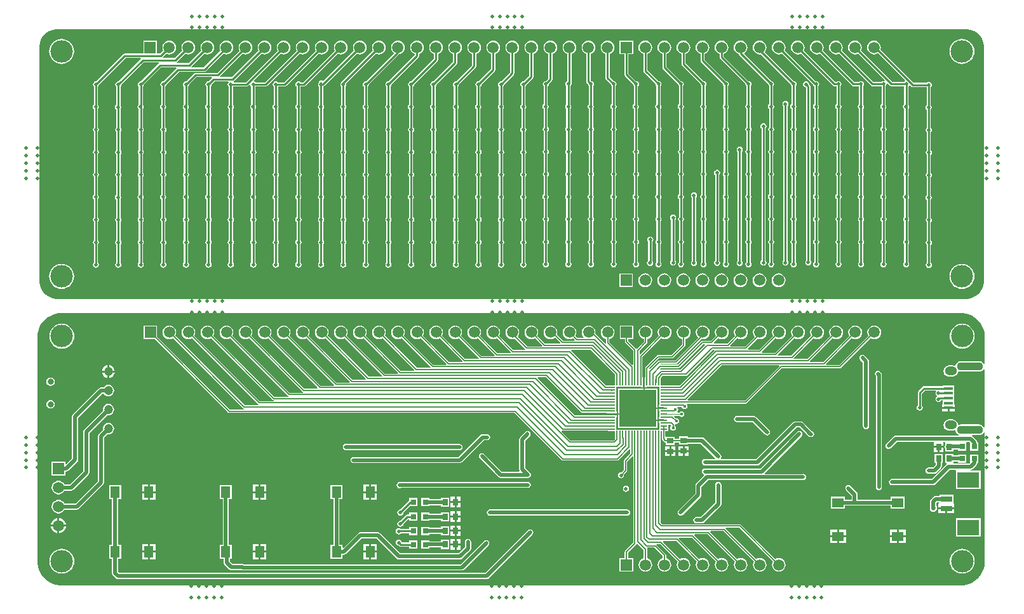
<source format=gbl>
G04*
G04 #@! TF.GenerationSoftware,Altium Limited,Altium Designer,18.1.9 (240)*
G04*
G04 Layer_Physical_Order=2*
G04 Layer_Color=16711680*
%FSLAX44Y44*%
%MOMM*%
G71*
G01*
G75*
%ADD11C,0.2540*%
%ADD12R,0.8000X0.9000*%
%ADD13R,0.9000X0.8000*%
%ADD27C,0.1270*%
%ADD28C,0.5000*%
%ADD29C,0.2500*%
%ADD30C,0.1000*%
%ADD33C,0.5000*%
%ADD34R,1.5000X1.5000*%
%ADD35C,1.5000*%
%ADD36C,3.0000*%
%ADD37R,1.5000X1.5000*%
%ADD38R,1.1000X1.1000*%
%ADD39O,1.8000X1.1000*%
%ADD40O,1.6000X1.2000*%
%ADD41C,1.2002*%
%ADD42C,0.8001*%
%ADD43C,0.4500*%
%ADD44R,0.2200X0.8400*%
%ADD45R,0.8400X0.2200*%
%ADD46R,4.9500X4.9500*%
%ADD47R,1.6000X0.8000*%
%ADD48R,3.0000X2.1000*%
%ADD49R,1.2000X0.4500*%
%ADD50R,1.5499X1.3000*%
%ADD51R,0.8000X0.8000*%
%ADD52R,1.3000X1.5499*%
G36*
X2490759Y1931024D02*
X2495381Y1929109D01*
X2499541Y1926329D01*
X2503079Y1922791D01*
X2505859Y1918631D01*
X2507774Y1914009D01*
X2508750Y1909102D01*
Y1906600D01*
Y1597400D01*
Y1594898D01*
X2507774Y1589991D01*
X2505859Y1585369D01*
X2503079Y1581208D01*
X2499541Y1577670D01*
X2495381Y1574891D01*
X2490759Y1572976D01*
X2485852Y1572000D01*
X1271898D01*
X1266991Y1572976D01*
X1262368Y1574891D01*
X1258208Y1577670D01*
X1254670Y1581208D01*
X1251891Y1585369D01*
X1249976Y1589991D01*
X1249000Y1594898D01*
Y1597400D01*
Y1906600D01*
Y1909102D01*
X1249976Y1914009D01*
X1251891Y1918631D01*
X1254670Y1922791D01*
X1258208Y1926329D01*
X1262368Y1929109D01*
X1266991Y1931024D01*
X1271898Y1932000D01*
X2485852D01*
X2490759Y1931024D01*
D02*
G37*
G36*
X1281402Y1552804D02*
X2478146D01*
X2478146Y1552804D01*
X2478146Y1552804D01*
X2480196Y1552802D01*
X2484261Y1552264D01*
X2488221Y1551200D01*
X2492008Y1549628D01*
X2495557Y1547575D01*
X2498808Y1545076D01*
X2501706Y1542175D01*
X2504199Y1538920D01*
X2506247Y1535367D01*
X2507813Y1531577D01*
X2508871Y1527616D01*
X2509403Y1523550D01*
X2509402Y1521500D01*
Y1485915D01*
X2508248Y1485619D01*
X2508132Y1485632D01*
X2507033Y1487063D01*
X2505566Y1488189D01*
X2503857Y1488897D01*
X2502024Y1489138D01*
X2495024D01*
X2494563Y1489078D01*
X2484984D01*
X2484524Y1489138D01*
X2477524D01*
X2475690Y1488897D01*
X2473981Y1488189D01*
X2472514Y1487063D01*
X2471388Y1485596D01*
X2470681Y1483887D01*
X2470612Y1483368D01*
X2470478Y1483201D01*
X2469233Y1482619D01*
X2467988Y1483134D01*
X2466024Y1483393D01*
X2462024D01*
X2460060Y1483134D01*
X2458229Y1482376D01*
X2456658Y1481170D01*
X2455452Y1479598D01*
X2454693Y1477768D01*
X2454435Y1475804D01*
X2454693Y1473840D01*
X2455452Y1472009D01*
X2456658Y1470438D01*
X2458229Y1469232D01*
X2460060Y1468474D01*
X2462024Y1468215D01*
X2466024D01*
X2467988Y1468474D01*
X2469818Y1469232D01*
X2471390Y1470438D01*
X2472596Y1472009D01*
X2473354Y1473840D01*
X2473476Y1474765D01*
X2474861Y1475554D01*
X2475690Y1475211D01*
X2477524Y1474969D01*
X2484524D01*
X2484984Y1475030D01*
X2494563D01*
X2495024Y1474969D01*
X2502024D01*
X2503857Y1475211D01*
X2505566Y1475918D01*
X2507033Y1477044D01*
X2508132Y1478476D01*
X2508248Y1478489D01*
X2509402Y1478193D01*
Y1401415D01*
X2508248Y1401119D01*
X2508132Y1401132D01*
X2507033Y1402563D01*
X2505566Y1403689D01*
X2503857Y1404397D01*
X2502024Y1404638D01*
X2495024D01*
X2494563Y1404578D01*
X2484984D01*
X2484524Y1404638D01*
X2477524D01*
X2475690Y1404397D01*
X2474861Y1404053D01*
X2473476Y1404843D01*
X2473354Y1405768D01*
X2472596Y1407598D01*
X2471390Y1409170D01*
X2469818Y1410376D01*
X2467988Y1411134D01*
X2466024Y1411393D01*
X2462024D01*
X2460060Y1411134D01*
X2458229Y1410376D01*
X2456658Y1409170D01*
X2455452Y1407598D01*
X2454693Y1405768D01*
X2454435Y1403804D01*
X2454693Y1401840D01*
X2455452Y1400009D01*
X2456658Y1398438D01*
X2458229Y1397232D01*
X2460060Y1396474D01*
X2462024Y1396215D01*
X2466024D01*
X2467988Y1396474D01*
X2469233Y1396989D01*
X2470478Y1396407D01*
X2470612Y1396240D01*
X2470681Y1395720D01*
X2471388Y1394012D01*
X2472514Y1392544D01*
X2473981Y1391418D01*
X2474565Y1391177D01*
X2474312Y1389907D01*
X2391024D01*
X2389454Y1389594D01*
X2388123Y1388705D01*
X2378123Y1378705D01*
X2377233Y1377374D01*
X2376921Y1375804D01*
X2377233Y1374234D01*
X2378123Y1372903D01*
X2379454Y1372013D01*
X2381024Y1371701D01*
X2382594Y1372013D01*
X2383925Y1372903D01*
X2392723Y1381701D01*
X2440258D01*
X2441484Y1381594D01*
X2441484Y1380431D01*
Y1375824D01*
X2448024D01*
X2454564D01*
X2454564Y1381594D01*
X2455789Y1381701D01*
X2456145D01*
X2456500Y1380578D01*
X2456500Y1380431D01*
Y1376523D01*
X2456233Y1376124D01*
X2455921Y1374554D01*
X2456233Y1372984D01*
X2456500Y1372585D01*
Y1368530D01*
X2467548D01*
Y1370951D01*
X2473870D01*
Y1369530D01*
X2484918D01*
Y1380431D01*
X2484918Y1380578D01*
X2485272Y1381701D01*
X2488574D01*
X2489870Y1380405D01*
Y1369530D01*
X2500918D01*
Y1380578D01*
X2499497D01*
Y1380684D01*
X2499184Y1382254D01*
X2498295Y1383585D01*
X2493175Y1388705D01*
X2492345Y1389260D01*
X2492730Y1390530D01*
X2494563D01*
X2495024Y1390469D01*
X2502024D01*
X2503857Y1390711D01*
X2505566Y1391418D01*
X2507033Y1392544D01*
X2508132Y1393976D01*
X2508248Y1393989D01*
X2509402Y1393693D01*
Y1221500D01*
X2509402Y1221500D01*
X2509402Y1219455D01*
X2508868Y1215401D01*
X2507809Y1211451D01*
X2506245Y1207673D01*
X2504200Y1204131D01*
X2501710Y1200887D01*
X2498819Y1197995D01*
X2495574Y1195506D01*
X2492033Y1193461D01*
X2488255Y1191896D01*
X2484305Y1190838D01*
X2480251Y1190304D01*
X2478206D01*
X1278098Y1190304D01*
X1276051Y1190304D01*
X1271994Y1190838D01*
X1268041Y1191897D01*
X1264260Y1193463D01*
X1260716Y1195510D01*
X1257469Y1198001D01*
X1254575Y1200895D01*
X1252084Y1204142D01*
X1250038Y1207686D01*
X1248471Y1211467D01*
X1247412Y1215420D01*
X1246878Y1219478D01*
X1246878Y1221524D01*
X1247003Y1524317D01*
X1247003Y1524317D01*
X1247003Y1524317D01*
X1247197Y1526378D01*
X1248119Y1530414D01*
X1249560Y1534295D01*
X1251495Y1537955D01*
X1253892Y1541331D01*
X1256708Y1544365D01*
X1259897Y1547005D01*
X1263403Y1549207D01*
X1267166Y1550932D01*
X1271122Y1552152D01*
X1275204Y1552844D01*
X1279341Y1552998D01*
X1281402Y1552804D01*
D02*
G37*
%LPC*%
G36*
X1701800Y1916352D02*
X1699444Y1916042D01*
X1697249Y1915132D01*
X1695364Y1913686D01*
X1693918Y1911801D01*
X1693008Y1909606D01*
X1692698Y1907250D01*
X1693008Y1904894D01*
X1693713Y1903192D01*
X1652486Y1861964D01*
X1651917Y1861114D01*
X1651599Y1860901D01*
X1650709Y1859570D01*
X1650397Y1858000D01*
X1650709Y1856430D01*
X1651599Y1855099D01*
X1651651Y1855064D01*
Y1831103D01*
X1651349Y1830901D01*
X1650459Y1829570D01*
X1650147Y1828000D01*
X1650459Y1826430D01*
X1651349Y1825099D01*
X1651651Y1824897D01*
Y1800686D01*
X1651599Y1800651D01*
X1650709Y1799320D01*
X1650397Y1797750D01*
X1650709Y1796180D01*
X1651599Y1794849D01*
X1651651Y1794814D01*
Y1770686D01*
X1651599Y1770651D01*
X1650709Y1769320D01*
X1650397Y1767750D01*
X1650709Y1766180D01*
X1651599Y1764849D01*
X1651651Y1764814D01*
Y1740686D01*
X1651599Y1740651D01*
X1650709Y1739320D01*
X1650397Y1737750D01*
X1650709Y1736180D01*
X1651599Y1734849D01*
X1651651Y1734814D01*
Y1710853D01*
X1651349Y1710651D01*
X1650459Y1709320D01*
X1650147Y1707750D01*
X1650459Y1706180D01*
X1651349Y1704849D01*
X1651651Y1704647D01*
Y1680686D01*
X1651599Y1680651D01*
X1650709Y1679320D01*
X1650397Y1677750D01*
X1650709Y1676180D01*
X1651599Y1674849D01*
X1651651Y1674814D01*
Y1650436D01*
X1651599Y1650401D01*
X1650709Y1649070D01*
X1650397Y1647500D01*
X1650709Y1645930D01*
X1651599Y1644599D01*
X1651651Y1644564D01*
Y1620686D01*
X1651599Y1620651D01*
X1650709Y1619320D01*
X1650397Y1617750D01*
X1650709Y1616180D01*
X1651599Y1614849D01*
X1652930Y1613960D01*
X1654500Y1613647D01*
X1656070Y1613960D01*
X1657401Y1614849D01*
X1658291Y1616180D01*
X1658603Y1617750D01*
X1658291Y1619320D01*
X1657401Y1620651D01*
X1657349Y1620686D01*
Y1644564D01*
X1657401Y1644599D01*
X1658291Y1645930D01*
X1658603Y1647500D01*
X1658291Y1649070D01*
X1657401Y1650401D01*
X1657349Y1650436D01*
Y1674814D01*
X1657401Y1674849D01*
X1658291Y1676180D01*
X1658603Y1677750D01*
X1658291Y1679320D01*
X1657401Y1680651D01*
X1657349Y1680686D01*
Y1705145D01*
X1658040Y1706180D01*
X1658353Y1707750D01*
X1658040Y1709320D01*
X1657349Y1710355D01*
Y1734814D01*
X1657401Y1734849D01*
X1658291Y1736180D01*
X1658603Y1737750D01*
X1658291Y1739320D01*
X1657401Y1740651D01*
X1657349Y1740686D01*
Y1764814D01*
X1657401Y1764849D01*
X1658291Y1766180D01*
X1658603Y1767750D01*
X1658291Y1769320D01*
X1657401Y1770651D01*
X1657349Y1770686D01*
Y1794814D01*
X1657401Y1794849D01*
X1658291Y1796180D01*
X1658603Y1797750D01*
X1658291Y1799320D01*
X1657401Y1800651D01*
X1657349Y1800686D01*
Y1825395D01*
X1658040Y1826430D01*
X1658353Y1828000D01*
X1658040Y1829570D01*
X1657349Y1830605D01*
Y1855064D01*
X1657401Y1855099D01*
X1658291Y1856430D01*
X1658603Y1858000D01*
X1658291Y1859570D01*
X1658234Y1859655D01*
X1697742Y1899163D01*
X1699444Y1898458D01*
X1701800Y1898148D01*
X1704156Y1898458D01*
X1706351Y1899368D01*
X1708236Y1900814D01*
X1709682Y1902699D01*
X1710592Y1904894D01*
X1710902Y1907250D01*
X1710592Y1909606D01*
X1709682Y1911801D01*
X1708236Y1913686D01*
X1706351Y1915132D01*
X1704156Y1916042D01*
X1701800Y1916352D01*
D02*
G37*
G36*
X1676400D02*
X1674044Y1916042D01*
X1671849Y1915132D01*
X1669964Y1913686D01*
X1668517Y1911801D01*
X1667608Y1909606D01*
X1667298Y1907250D01*
X1667608Y1904894D01*
X1668313Y1903192D01*
X1627785Y1862664D01*
X1626764Y1862764D01*
X1625840Y1863382D01*
X1624750Y1863599D01*
X1623660Y1863382D01*
X1622736Y1862764D01*
X1622118Y1861840D01*
X1621944Y1860965D01*
X1621849Y1860901D01*
X1620959Y1859570D01*
X1620647Y1858000D01*
X1620959Y1856430D01*
X1621849Y1855099D01*
X1621901Y1855064D01*
Y1831103D01*
X1621599Y1830901D01*
X1620709Y1829570D01*
X1620397Y1828000D01*
X1620709Y1826430D01*
X1621599Y1825099D01*
X1621901Y1824897D01*
Y1800686D01*
X1621849Y1800651D01*
X1620959Y1799320D01*
X1620647Y1797750D01*
X1620959Y1796180D01*
X1621849Y1794849D01*
X1621901Y1794814D01*
Y1770686D01*
X1621849Y1770651D01*
X1620959Y1769320D01*
X1620647Y1767750D01*
X1620959Y1766180D01*
X1621849Y1764849D01*
X1621901Y1764814D01*
Y1740686D01*
X1621849Y1740651D01*
X1620959Y1739320D01*
X1620647Y1737750D01*
X1620959Y1736180D01*
X1621849Y1734849D01*
X1621901Y1734814D01*
Y1710853D01*
X1621599Y1710651D01*
X1620709Y1709320D01*
X1620397Y1707750D01*
X1620709Y1706180D01*
X1621599Y1704849D01*
X1621901Y1704647D01*
Y1680686D01*
X1621849Y1680651D01*
X1620959Y1679320D01*
X1620647Y1677750D01*
X1620959Y1676180D01*
X1621849Y1674849D01*
X1621901Y1674814D01*
Y1650436D01*
X1621849Y1650401D01*
X1620959Y1649070D01*
X1620647Y1647500D01*
X1620959Y1645930D01*
X1621849Y1644599D01*
X1621901Y1644564D01*
Y1620686D01*
X1621849Y1620651D01*
X1620959Y1619320D01*
X1620647Y1617750D01*
X1620959Y1616180D01*
X1621849Y1614849D01*
X1623180Y1613960D01*
X1624750Y1613647D01*
X1626320Y1613960D01*
X1627651Y1614849D01*
X1628540Y1616180D01*
X1628853Y1617750D01*
X1628540Y1619320D01*
X1627651Y1620651D01*
X1627599Y1620686D01*
Y1644564D01*
X1627651Y1644599D01*
X1628540Y1645930D01*
X1628853Y1647500D01*
X1628540Y1649070D01*
X1627651Y1650401D01*
X1627599Y1650436D01*
Y1674814D01*
X1627651Y1674849D01*
X1628540Y1676180D01*
X1628853Y1677750D01*
X1628540Y1679320D01*
X1627651Y1680651D01*
X1627599Y1680686D01*
Y1705145D01*
X1628291Y1706180D01*
X1628603Y1707750D01*
X1628291Y1709320D01*
X1627599Y1710355D01*
Y1734814D01*
X1627651Y1734849D01*
X1628540Y1736180D01*
X1628853Y1737750D01*
X1628540Y1739320D01*
X1627651Y1740651D01*
X1627599Y1740686D01*
Y1764814D01*
X1627651Y1764849D01*
X1628540Y1766180D01*
X1628853Y1767750D01*
X1628540Y1769320D01*
X1627651Y1770651D01*
X1627599Y1770686D01*
Y1794814D01*
X1627651Y1794849D01*
X1628540Y1796180D01*
X1628853Y1797750D01*
X1628540Y1799320D01*
X1627651Y1800651D01*
X1627599Y1800686D01*
Y1825395D01*
X1628291Y1826430D01*
X1628603Y1828000D01*
X1628291Y1829570D01*
X1627599Y1830605D01*
Y1855064D01*
X1627651Y1855099D01*
X1627768Y1855274D01*
X1628240Y1855368D01*
X1629164Y1855986D01*
X1672342Y1899163D01*
X1674044Y1898458D01*
X1676400Y1898148D01*
X1678756Y1898458D01*
X1680951Y1899368D01*
X1682836Y1900814D01*
X1684282Y1902699D01*
X1685192Y1904894D01*
X1685502Y1907250D01*
X1685192Y1909606D01*
X1684282Y1911801D01*
X1682836Y1913686D01*
X1680951Y1915132D01*
X1678756Y1916042D01*
X1676400Y1916352D01*
D02*
G37*
G36*
X1651000D02*
X1648644Y1916042D01*
X1646449Y1915132D01*
X1644564Y1913686D01*
X1643118Y1911801D01*
X1642208Y1909606D01*
X1641898Y1907250D01*
X1642208Y1904894D01*
X1642913Y1903192D01*
X1600570Y1860849D01*
X1597686D01*
X1597651Y1860901D01*
X1596320Y1861790D01*
X1594750Y1862103D01*
X1593180Y1861790D01*
X1591849Y1860901D01*
X1590959Y1859570D01*
X1590647Y1858000D01*
X1590959Y1856430D01*
X1591849Y1855099D01*
X1591901Y1855064D01*
Y1831103D01*
X1591599Y1830901D01*
X1590709Y1829570D01*
X1590397Y1828000D01*
X1590709Y1826430D01*
X1591599Y1825099D01*
X1591901Y1824897D01*
Y1800686D01*
X1591849Y1800651D01*
X1590959Y1799320D01*
X1590647Y1797750D01*
X1590959Y1796180D01*
X1591849Y1794849D01*
X1591901Y1794814D01*
Y1770686D01*
X1591849Y1770651D01*
X1590959Y1769320D01*
X1590647Y1767750D01*
X1590959Y1766180D01*
X1591849Y1764849D01*
X1591901Y1764814D01*
Y1740686D01*
X1591849Y1740651D01*
X1590959Y1739320D01*
X1590647Y1737750D01*
X1590959Y1736180D01*
X1591849Y1734849D01*
X1591901Y1734814D01*
Y1710853D01*
X1591599Y1710651D01*
X1590709Y1709320D01*
X1590397Y1707750D01*
X1590709Y1706180D01*
X1591599Y1704849D01*
X1591901Y1704647D01*
Y1680686D01*
X1591849Y1680651D01*
X1590959Y1679320D01*
X1590647Y1677750D01*
X1590959Y1676180D01*
X1591849Y1674849D01*
X1591901Y1674814D01*
Y1650436D01*
X1591849Y1650401D01*
X1590959Y1649070D01*
X1590647Y1647500D01*
X1590959Y1645930D01*
X1591849Y1644599D01*
X1591901Y1644564D01*
Y1620686D01*
X1591849Y1620651D01*
X1590959Y1619320D01*
X1590647Y1617750D01*
X1590959Y1616180D01*
X1591849Y1614849D01*
X1593180Y1613960D01*
X1594750Y1613647D01*
X1596320Y1613960D01*
X1597651Y1614849D01*
X1598540Y1616180D01*
X1598853Y1617750D01*
X1598540Y1619320D01*
X1597651Y1620651D01*
X1597599Y1620686D01*
Y1644564D01*
X1597651Y1644599D01*
X1598540Y1645930D01*
X1598853Y1647500D01*
X1598540Y1649070D01*
X1597651Y1650401D01*
X1597599Y1650436D01*
Y1674814D01*
X1597651Y1674849D01*
X1598540Y1676180D01*
X1598853Y1677750D01*
X1598540Y1679320D01*
X1597651Y1680651D01*
X1597599Y1680686D01*
Y1705145D01*
X1598291Y1706180D01*
X1598603Y1707750D01*
X1598291Y1709320D01*
X1597599Y1710355D01*
Y1734814D01*
X1597651Y1734849D01*
X1598540Y1736180D01*
X1598853Y1737750D01*
X1598540Y1739320D01*
X1597651Y1740651D01*
X1597599Y1740686D01*
Y1764814D01*
X1597651Y1764849D01*
X1598540Y1766180D01*
X1598853Y1767750D01*
X1598540Y1769320D01*
X1597651Y1770651D01*
X1597599Y1770686D01*
Y1794814D01*
X1597651Y1794849D01*
X1598540Y1796180D01*
X1598853Y1797750D01*
X1598540Y1799320D01*
X1597651Y1800651D01*
X1597599Y1800686D01*
Y1825395D01*
X1598291Y1826430D01*
X1598603Y1828000D01*
X1598291Y1829570D01*
X1597599Y1830605D01*
Y1855064D01*
X1597651Y1855099D01*
X1597686Y1855151D01*
X1601750D01*
X1601750Y1855151D01*
X1602840Y1855368D01*
X1603764Y1855986D01*
X1646942Y1899163D01*
X1648644Y1898458D01*
X1651000Y1898148D01*
X1653356Y1898458D01*
X1655551Y1899368D01*
X1657436Y1900814D01*
X1658882Y1902699D01*
X1659792Y1904894D01*
X1660102Y1907250D01*
X1659792Y1909606D01*
X1658882Y1911801D01*
X1657436Y1913686D01*
X1655551Y1915132D01*
X1653356Y1916042D01*
X1651000Y1916352D01*
D02*
G37*
G36*
X1625600D02*
X1623244Y1916042D01*
X1621049Y1915132D01*
X1619164Y1913686D01*
X1617717Y1911801D01*
X1616808Y1909606D01*
X1616498Y1907250D01*
X1616808Y1904894D01*
X1617513Y1903192D01*
X1575170Y1860849D01*
X1567436D01*
X1567401Y1860901D01*
X1566070Y1861790D01*
X1564500Y1862103D01*
X1562930Y1861790D01*
X1561599Y1860901D01*
X1560709Y1859570D01*
X1560397Y1858000D01*
X1560709Y1856430D01*
X1561599Y1855099D01*
X1561651Y1855064D01*
Y1831103D01*
X1561349Y1830901D01*
X1560459Y1829570D01*
X1560147Y1828000D01*
X1560459Y1826430D01*
X1561349Y1825099D01*
X1561651Y1824897D01*
Y1800686D01*
X1561599Y1800651D01*
X1560709Y1799320D01*
X1560397Y1797750D01*
X1560709Y1796180D01*
X1561599Y1794849D01*
X1561651Y1794814D01*
Y1770686D01*
X1561599Y1770651D01*
X1560709Y1769320D01*
X1560397Y1767750D01*
X1560709Y1766180D01*
X1561599Y1764849D01*
X1561651Y1764814D01*
Y1740686D01*
X1561599Y1740651D01*
X1560709Y1739320D01*
X1560397Y1737750D01*
X1560709Y1736180D01*
X1561599Y1734849D01*
X1561651Y1734814D01*
Y1710853D01*
X1561349Y1710651D01*
X1560459Y1709320D01*
X1560147Y1707750D01*
X1560459Y1706180D01*
X1561349Y1704849D01*
X1561651Y1704647D01*
Y1680686D01*
X1561599Y1680651D01*
X1560709Y1679320D01*
X1560397Y1677750D01*
X1560709Y1676180D01*
X1561599Y1674849D01*
X1561651Y1674814D01*
Y1650436D01*
X1561599Y1650401D01*
X1560709Y1649070D01*
X1560397Y1647500D01*
X1560709Y1645930D01*
X1561599Y1644599D01*
X1561651Y1644564D01*
Y1620686D01*
X1561599Y1620651D01*
X1560709Y1619320D01*
X1560397Y1617750D01*
X1560709Y1616180D01*
X1561599Y1614849D01*
X1562930Y1613960D01*
X1564500Y1613647D01*
X1566070Y1613960D01*
X1567401Y1614849D01*
X1568291Y1616180D01*
X1568603Y1617750D01*
X1568291Y1619320D01*
X1567401Y1620651D01*
X1567349Y1620686D01*
Y1644564D01*
X1567401Y1644599D01*
X1568291Y1645930D01*
X1568603Y1647500D01*
X1568291Y1649070D01*
X1567401Y1650401D01*
X1567349Y1650436D01*
Y1674814D01*
X1567401Y1674849D01*
X1568291Y1676180D01*
X1568603Y1677750D01*
X1568291Y1679320D01*
X1567401Y1680651D01*
X1567349Y1680686D01*
Y1705145D01*
X1568040Y1706180D01*
X1568353Y1707750D01*
X1568040Y1709320D01*
X1567349Y1710355D01*
Y1734814D01*
X1567401Y1734849D01*
X1568291Y1736180D01*
X1568603Y1737750D01*
X1568291Y1739320D01*
X1567401Y1740651D01*
X1567349Y1740686D01*
Y1764814D01*
X1567401Y1764849D01*
X1568291Y1766180D01*
X1568603Y1767750D01*
X1568291Y1769320D01*
X1567401Y1770651D01*
X1567349Y1770686D01*
Y1794814D01*
X1567401Y1794849D01*
X1568291Y1796180D01*
X1568603Y1797750D01*
X1568291Y1799320D01*
X1567401Y1800651D01*
X1567349Y1800686D01*
Y1825395D01*
X1568040Y1826430D01*
X1568353Y1828000D01*
X1568040Y1829570D01*
X1567349Y1830605D01*
Y1855064D01*
X1567401Y1855099D01*
X1567436Y1855151D01*
X1576350D01*
X1576350Y1855151D01*
X1577440Y1855368D01*
X1578364Y1855986D01*
X1621542Y1899163D01*
X1623244Y1898458D01*
X1625600Y1898148D01*
X1627956Y1898458D01*
X1630151Y1899368D01*
X1632036Y1900814D01*
X1633482Y1902699D01*
X1634392Y1904894D01*
X1634702Y1907250D01*
X1634392Y1909606D01*
X1633482Y1911801D01*
X1632036Y1913686D01*
X1630151Y1915132D01*
X1627956Y1916042D01*
X1625600Y1916352D01*
D02*
G37*
G36*
X1600200D02*
X1597844Y1916042D01*
X1595649Y1915132D01*
X1593764Y1913686D01*
X1592318Y1911801D01*
X1591408Y1909606D01*
X1591098Y1907250D01*
X1591408Y1904894D01*
X1592113Y1903192D01*
X1549770Y1860849D01*
X1537436D01*
X1537401Y1860901D01*
X1536070Y1861790D01*
X1535315Y1861941D01*
X1534897Y1863319D01*
X1570742Y1899163D01*
X1572444Y1898458D01*
X1574800Y1898148D01*
X1577156Y1898458D01*
X1579351Y1899368D01*
X1581236Y1900814D01*
X1582682Y1902699D01*
X1583592Y1904894D01*
X1583902Y1907250D01*
X1583592Y1909606D01*
X1582682Y1911801D01*
X1581236Y1913686D01*
X1579351Y1915132D01*
X1577156Y1916042D01*
X1574800Y1916352D01*
X1572444Y1916042D01*
X1570249Y1915132D01*
X1568364Y1913686D01*
X1566918Y1911801D01*
X1566008Y1909606D01*
X1565698Y1907250D01*
X1566008Y1904894D01*
X1566713Y1903192D01*
X1524370Y1860849D01*
X1508677D01*
X1508457Y1861116D01*
X1508421Y1861328D01*
X1508779Y1862728D01*
X1509164Y1862986D01*
X1545342Y1899163D01*
X1547044Y1898458D01*
X1549400Y1898148D01*
X1551756Y1898458D01*
X1553951Y1899368D01*
X1555836Y1900814D01*
X1557282Y1902699D01*
X1558192Y1904894D01*
X1558502Y1907250D01*
X1558192Y1909606D01*
X1557282Y1911801D01*
X1555836Y1913686D01*
X1553951Y1915132D01*
X1551756Y1916042D01*
X1549400Y1916352D01*
X1547044Y1916042D01*
X1544849Y1915132D01*
X1542964Y1913686D01*
X1541517Y1911801D01*
X1540608Y1909606D01*
X1540298Y1907250D01*
X1540608Y1904894D01*
X1541313Y1903192D01*
X1505970Y1867849D01*
X1490423D01*
X1489897Y1869119D01*
X1519942Y1899163D01*
X1521644Y1898458D01*
X1524000Y1898148D01*
X1526356Y1898458D01*
X1528551Y1899368D01*
X1530436Y1900814D01*
X1531882Y1902699D01*
X1532792Y1904894D01*
X1533102Y1907250D01*
X1532792Y1909606D01*
X1531882Y1911801D01*
X1530436Y1913686D01*
X1528551Y1915132D01*
X1526356Y1916042D01*
X1524000Y1916352D01*
X1521644Y1916042D01*
X1519449Y1915132D01*
X1517564Y1913686D01*
X1516118Y1911801D01*
X1515208Y1909606D01*
X1514898Y1907250D01*
X1515208Y1904894D01*
X1515913Y1903192D01*
X1486320Y1873599D01*
X1457500D01*
X1457500Y1873599D01*
X1456410Y1873382D01*
X1455486Y1872764D01*
X1444812Y1862090D01*
X1444750Y1862103D01*
X1443180Y1861790D01*
X1441849Y1860901D01*
X1440959Y1859570D01*
X1440647Y1858000D01*
X1440959Y1856430D01*
X1441849Y1855099D01*
X1441901Y1855064D01*
Y1831103D01*
X1441599Y1830901D01*
X1440709Y1829570D01*
X1440397Y1828000D01*
X1440709Y1826430D01*
X1441599Y1825099D01*
X1441901Y1824897D01*
Y1800686D01*
X1441849Y1800651D01*
X1440959Y1799320D01*
X1440647Y1797750D01*
X1440959Y1796180D01*
X1441849Y1794849D01*
X1441901Y1794814D01*
Y1770686D01*
X1441849Y1770651D01*
X1440959Y1769320D01*
X1440647Y1767750D01*
X1440959Y1766180D01*
X1441849Y1764849D01*
X1441901Y1764814D01*
Y1740686D01*
X1441849Y1740651D01*
X1440959Y1739320D01*
X1440647Y1737750D01*
X1440959Y1736180D01*
X1441849Y1734849D01*
X1441901Y1734814D01*
Y1710853D01*
X1441599Y1710651D01*
X1440709Y1709320D01*
X1440397Y1707750D01*
X1440709Y1706180D01*
X1441599Y1704849D01*
X1441901Y1704647D01*
Y1680686D01*
X1441849Y1680651D01*
X1440959Y1679320D01*
X1440647Y1677750D01*
X1440959Y1676180D01*
X1441849Y1674849D01*
X1441901Y1674814D01*
Y1650436D01*
X1441849Y1650401D01*
X1440959Y1649070D01*
X1440647Y1647500D01*
X1440959Y1645930D01*
X1441849Y1644599D01*
X1441901Y1644564D01*
Y1620686D01*
X1441849Y1620651D01*
X1440959Y1619320D01*
X1440647Y1617750D01*
X1440959Y1616180D01*
X1441849Y1614849D01*
X1443180Y1613960D01*
X1444750Y1613647D01*
X1446320Y1613960D01*
X1447651Y1614849D01*
X1448540Y1616180D01*
X1448853Y1617750D01*
X1448540Y1619320D01*
X1447651Y1620651D01*
X1447599Y1620686D01*
Y1644564D01*
X1447651Y1644599D01*
X1448540Y1645930D01*
X1448853Y1647500D01*
X1448540Y1649070D01*
X1447651Y1650401D01*
X1447599Y1650436D01*
Y1674814D01*
X1447651Y1674849D01*
X1448540Y1676180D01*
X1448853Y1677750D01*
X1448540Y1679320D01*
X1447651Y1680651D01*
X1447599Y1680686D01*
Y1705145D01*
X1448291Y1706180D01*
X1448603Y1707750D01*
X1448291Y1709320D01*
X1447599Y1710355D01*
Y1734814D01*
X1447651Y1734849D01*
X1448540Y1736180D01*
X1448853Y1737750D01*
X1448540Y1739320D01*
X1447651Y1740651D01*
X1447599Y1740686D01*
Y1764814D01*
X1447651Y1764849D01*
X1448540Y1766180D01*
X1448853Y1767750D01*
X1448540Y1769320D01*
X1447651Y1770651D01*
X1447599Y1770686D01*
Y1794814D01*
X1447651Y1794849D01*
X1448540Y1796180D01*
X1448853Y1797750D01*
X1448540Y1799320D01*
X1447651Y1800651D01*
X1447599Y1800686D01*
Y1825395D01*
X1448291Y1826430D01*
X1448603Y1828000D01*
X1448291Y1829570D01*
X1447599Y1830605D01*
Y1855064D01*
X1447651Y1855099D01*
X1448540Y1856430D01*
X1448853Y1858000D01*
X1448840Y1858062D01*
X1458680Y1867901D01*
X1478826D01*
X1479353Y1866631D01*
X1474812Y1862090D01*
X1474750Y1862103D01*
X1473180Y1861790D01*
X1471849Y1860901D01*
X1470959Y1859570D01*
X1470647Y1858000D01*
X1470959Y1856430D01*
X1471849Y1855099D01*
X1471901Y1855064D01*
Y1831103D01*
X1471599Y1830901D01*
X1470709Y1829570D01*
X1470397Y1828000D01*
X1470709Y1826430D01*
X1471599Y1825099D01*
X1471901Y1824897D01*
Y1800686D01*
X1471849Y1800651D01*
X1470959Y1799320D01*
X1470647Y1797750D01*
X1470959Y1796180D01*
X1471849Y1794849D01*
X1471901Y1794814D01*
Y1770686D01*
X1471849Y1770651D01*
X1470959Y1769320D01*
X1470647Y1767750D01*
X1470959Y1766180D01*
X1471849Y1764849D01*
X1471901Y1764814D01*
Y1740686D01*
X1471849Y1740651D01*
X1470959Y1739320D01*
X1470647Y1737750D01*
X1470959Y1736180D01*
X1471849Y1734849D01*
X1471901Y1734814D01*
Y1710853D01*
X1471599Y1710651D01*
X1470709Y1709320D01*
X1470397Y1707750D01*
X1470709Y1706180D01*
X1471599Y1704849D01*
X1471901Y1704647D01*
Y1680686D01*
X1471849Y1680651D01*
X1470959Y1679320D01*
X1470647Y1677750D01*
X1470959Y1676180D01*
X1471849Y1674849D01*
X1471901Y1674814D01*
Y1650436D01*
X1471849Y1650401D01*
X1470959Y1649070D01*
X1470647Y1647500D01*
X1470959Y1645930D01*
X1471849Y1644599D01*
X1471901Y1644564D01*
Y1620686D01*
X1471849Y1620651D01*
X1470959Y1619320D01*
X1470647Y1617750D01*
X1470959Y1616180D01*
X1471849Y1614849D01*
X1473180Y1613960D01*
X1474750Y1613647D01*
X1476320Y1613960D01*
X1477651Y1614849D01*
X1478540Y1616180D01*
X1478853Y1617750D01*
X1478540Y1619320D01*
X1477651Y1620651D01*
X1477599Y1620686D01*
Y1644564D01*
X1477651Y1644599D01*
X1478540Y1645930D01*
X1478853Y1647500D01*
X1478540Y1649070D01*
X1477651Y1650401D01*
X1477599Y1650436D01*
Y1674814D01*
X1477651Y1674849D01*
X1478540Y1676180D01*
X1478853Y1677750D01*
X1478540Y1679320D01*
X1477651Y1680651D01*
X1477599Y1680686D01*
Y1705145D01*
X1478291Y1706180D01*
X1478603Y1707750D01*
X1478291Y1709320D01*
X1477599Y1710355D01*
Y1734814D01*
X1477651Y1734849D01*
X1478540Y1736180D01*
X1478853Y1737750D01*
X1478540Y1739320D01*
X1477651Y1740651D01*
X1477599Y1740686D01*
Y1764814D01*
X1477651Y1764849D01*
X1478540Y1766180D01*
X1478853Y1767750D01*
X1478540Y1769320D01*
X1477651Y1770651D01*
X1477599Y1770686D01*
Y1794814D01*
X1477651Y1794849D01*
X1478540Y1796180D01*
X1478853Y1797750D01*
X1478540Y1799320D01*
X1477651Y1800651D01*
X1477599Y1800686D01*
Y1825395D01*
X1478291Y1826430D01*
X1478603Y1828000D01*
X1478291Y1829570D01*
X1477599Y1830605D01*
Y1855064D01*
X1477651Y1855099D01*
X1478540Y1856430D01*
X1478853Y1858000D01*
X1478840Y1858062D01*
X1482930Y1862151D01*
X1501184D01*
X1501599Y1860901D01*
X1500709Y1859570D01*
X1500397Y1858000D01*
X1500709Y1856430D01*
X1501599Y1855099D01*
X1501651Y1855064D01*
Y1831103D01*
X1501349Y1830901D01*
X1500459Y1829570D01*
X1500147Y1828000D01*
X1500459Y1826430D01*
X1501349Y1825099D01*
X1501651Y1824897D01*
Y1800686D01*
X1501599Y1800651D01*
X1500709Y1799320D01*
X1500397Y1797750D01*
X1500709Y1796180D01*
X1501599Y1794849D01*
X1501651Y1794814D01*
Y1770686D01*
X1501599Y1770651D01*
X1500709Y1769320D01*
X1500397Y1767750D01*
X1500709Y1766180D01*
X1501599Y1764849D01*
X1501651Y1764814D01*
Y1740686D01*
X1501599Y1740651D01*
X1500709Y1739320D01*
X1500397Y1737750D01*
X1500709Y1736180D01*
X1501599Y1734849D01*
X1501651Y1734814D01*
Y1710853D01*
X1501349Y1710651D01*
X1500459Y1709320D01*
X1500147Y1707750D01*
X1500459Y1706180D01*
X1501349Y1704849D01*
X1501651Y1704647D01*
Y1680686D01*
X1501599Y1680651D01*
X1500709Y1679320D01*
X1500397Y1677750D01*
X1500709Y1676180D01*
X1501599Y1674849D01*
X1501651Y1674814D01*
Y1650436D01*
X1501599Y1650401D01*
X1500709Y1649070D01*
X1500397Y1647500D01*
X1500709Y1645930D01*
X1501599Y1644599D01*
X1501651Y1644564D01*
Y1620686D01*
X1501599Y1620651D01*
X1500709Y1619320D01*
X1500397Y1617750D01*
X1500709Y1616180D01*
X1501599Y1614849D01*
X1502930Y1613960D01*
X1504500Y1613647D01*
X1506070Y1613960D01*
X1507401Y1614849D01*
X1508291Y1616180D01*
X1508603Y1617750D01*
X1508291Y1619320D01*
X1507401Y1620651D01*
X1507349Y1620686D01*
Y1644564D01*
X1507401Y1644599D01*
X1508291Y1645930D01*
X1508603Y1647500D01*
X1508291Y1649070D01*
X1507401Y1650401D01*
X1507349Y1650436D01*
Y1674814D01*
X1507401Y1674849D01*
X1508291Y1676180D01*
X1508603Y1677750D01*
X1508291Y1679320D01*
X1507401Y1680651D01*
X1507349Y1680686D01*
Y1705145D01*
X1508040Y1706180D01*
X1508353Y1707750D01*
X1508040Y1709320D01*
X1507349Y1710355D01*
Y1734814D01*
X1507401Y1734849D01*
X1508291Y1736180D01*
X1508603Y1737750D01*
X1508291Y1739320D01*
X1507401Y1740651D01*
X1507349Y1740686D01*
Y1764814D01*
X1507401Y1764849D01*
X1508291Y1766180D01*
X1508603Y1767750D01*
X1508291Y1769320D01*
X1507401Y1770651D01*
X1507349Y1770686D01*
Y1794814D01*
X1507401Y1794849D01*
X1508291Y1796180D01*
X1508603Y1797750D01*
X1508291Y1799320D01*
X1507401Y1800651D01*
X1507349Y1800686D01*
Y1825395D01*
X1508040Y1826430D01*
X1508353Y1828000D01*
X1508040Y1829570D01*
X1507349Y1830605D01*
Y1855064D01*
X1507401Y1855099D01*
X1507436Y1855151D01*
X1525550D01*
X1525550Y1855151D01*
X1526640Y1855368D01*
X1527564Y1855986D01*
X1529181Y1857603D01*
X1530559Y1857184D01*
X1530709Y1856430D01*
X1531599Y1855099D01*
X1531651Y1855064D01*
Y1831103D01*
X1531349Y1830901D01*
X1530459Y1829570D01*
X1530147Y1828000D01*
X1530459Y1826430D01*
X1531349Y1825099D01*
X1531651Y1824897D01*
Y1800686D01*
X1531599Y1800651D01*
X1530709Y1799320D01*
X1530397Y1797750D01*
X1530709Y1796180D01*
X1531599Y1794849D01*
X1531651Y1794814D01*
Y1770686D01*
X1531599Y1770651D01*
X1530709Y1769320D01*
X1530397Y1767750D01*
X1530709Y1766180D01*
X1531599Y1764849D01*
X1531651Y1764814D01*
Y1740686D01*
X1531599Y1740651D01*
X1530709Y1739320D01*
X1530397Y1737750D01*
X1530709Y1736180D01*
X1531599Y1734849D01*
X1531651Y1734814D01*
Y1710853D01*
X1531349Y1710651D01*
X1530459Y1709320D01*
X1530147Y1707750D01*
X1530459Y1706180D01*
X1531349Y1704849D01*
X1531651Y1704647D01*
Y1680686D01*
X1531599Y1680651D01*
X1530709Y1679320D01*
X1530397Y1677750D01*
X1530709Y1676180D01*
X1531599Y1674849D01*
X1531651Y1674814D01*
Y1650436D01*
X1531599Y1650401D01*
X1530709Y1649070D01*
X1530397Y1647500D01*
X1530709Y1645930D01*
X1531599Y1644599D01*
X1531651Y1644564D01*
Y1620686D01*
X1531599Y1620651D01*
X1530709Y1619320D01*
X1530397Y1617750D01*
X1530709Y1616180D01*
X1531599Y1614849D01*
X1532930Y1613960D01*
X1534500Y1613647D01*
X1536070Y1613960D01*
X1537401Y1614849D01*
X1538290Y1616180D01*
X1538603Y1617750D01*
X1538290Y1619320D01*
X1537401Y1620651D01*
X1537349Y1620686D01*
Y1644564D01*
X1537401Y1644599D01*
X1538290Y1645930D01*
X1538603Y1647500D01*
X1538290Y1649070D01*
X1537401Y1650401D01*
X1537349Y1650436D01*
Y1674814D01*
X1537401Y1674849D01*
X1538290Y1676180D01*
X1538603Y1677750D01*
X1538290Y1679320D01*
X1537401Y1680651D01*
X1537349Y1680686D01*
Y1705145D01*
X1538040Y1706180D01*
X1538353Y1707750D01*
X1538040Y1709320D01*
X1537349Y1710355D01*
Y1734814D01*
X1537401Y1734849D01*
X1538290Y1736180D01*
X1538603Y1737750D01*
X1538290Y1739320D01*
X1537401Y1740651D01*
X1537349Y1740686D01*
Y1764814D01*
X1537401Y1764849D01*
X1538290Y1766180D01*
X1538603Y1767750D01*
X1538290Y1769320D01*
X1537401Y1770651D01*
X1537349Y1770686D01*
Y1794814D01*
X1537401Y1794849D01*
X1538290Y1796180D01*
X1538603Y1797750D01*
X1538290Y1799320D01*
X1537401Y1800651D01*
X1537349Y1800686D01*
Y1825395D01*
X1538040Y1826430D01*
X1538353Y1828000D01*
X1538040Y1829570D01*
X1537349Y1830605D01*
Y1855064D01*
X1537401Y1855099D01*
X1537436Y1855151D01*
X1550950D01*
X1550950Y1855151D01*
X1552040Y1855368D01*
X1552964Y1855986D01*
X1596142Y1899163D01*
X1597844Y1898458D01*
X1600200Y1898148D01*
X1602556Y1898458D01*
X1604751Y1899368D01*
X1606636Y1900814D01*
X1608082Y1902699D01*
X1608992Y1904894D01*
X1609302Y1907250D01*
X1608992Y1909606D01*
X1608082Y1911801D01*
X1606636Y1913686D01*
X1604751Y1915132D01*
X1602556Y1916042D01*
X1600200Y1916352D01*
D02*
G37*
G36*
X1498600D02*
X1496244Y1916042D01*
X1494049Y1915132D01*
X1492164Y1913686D01*
X1490717Y1911801D01*
X1489808Y1909606D01*
X1489498Y1907250D01*
X1489808Y1904894D01*
X1490513Y1903192D01*
X1467920Y1880599D01*
X1452374D01*
X1451847Y1881869D01*
X1469142Y1899163D01*
X1470844Y1898458D01*
X1473200Y1898148D01*
X1475556Y1898458D01*
X1477751Y1899368D01*
X1479636Y1900814D01*
X1481082Y1902699D01*
X1481992Y1904894D01*
X1482302Y1907250D01*
X1481992Y1909606D01*
X1481082Y1911801D01*
X1479636Y1913686D01*
X1477751Y1915132D01*
X1475556Y1916042D01*
X1473200Y1916352D01*
X1470844Y1916042D01*
X1468649Y1915132D01*
X1466764Y1913686D01*
X1465318Y1911801D01*
X1464408Y1909606D01*
X1464098Y1907250D01*
X1464408Y1904894D01*
X1465113Y1903192D01*
X1448270Y1886349D01*
X1432018D01*
X1431890Y1887618D01*
X1432814Y1888236D01*
X1443742Y1899163D01*
X1445444Y1898458D01*
X1447800Y1898148D01*
X1450156Y1898458D01*
X1452351Y1899368D01*
X1454236Y1900814D01*
X1455682Y1902699D01*
X1456592Y1904894D01*
X1456902Y1907250D01*
X1456592Y1909606D01*
X1455682Y1911801D01*
X1454236Y1913686D01*
X1452351Y1915132D01*
X1450156Y1916042D01*
X1447800Y1916352D01*
X1445444Y1916042D01*
X1443249Y1915132D01*
X1441364Y1913686D01*
X1439917Y1911801D01*
X1439008Y1909606D01*
X1438698Y1907250D01*
X1439008Y1904894D01*
X1439713Y1903192D01*
X1429620Y1893099D01*
X1413999D01*
X1413629Y1893818D01*
X1413547Y1894369D01*
X1418342Y1899163D01*
X1420044Y1898458D01*
X1422400Y1898148D01*
X1424756Y1898458D01*
X1426951Y1899368D01*
X1428836Y1900814D01*
X1430282Y1902699D01*
X1431192Y1904894D01*
X1431502Y1907250D01*
X1431192Y1909606D01*
X1430282Y1911801D01*
X1428836Y1913686D01*
X1426951Y1915132D01*
X1424756Y1916042D01*
X1422400Y1916352D01*
X1420044Y1916042D01*
X1417849Y1915132D01*
X1415964Y1913686D01*
X1414518Y1911801D01*
X1413608Y1909606D01*
X1413298Y1907250D01*
X1413608Y1904894D01*
X1414313Y1903192D01*
X1410220Y1899099D01*
X1406024D01*
Y1916274D01*
X1387976D01*
Y1899099D01*
X1363000D01*
X1361910Y1898882D01*
X1360986Y1898264D01*
X1360986Y1898264D01*
X1324812Y1862090D01*
X1324750Y1862103D01*
X1323180Y1861790D01*
X1321849Y1860901D01*
X1320959Y1859570D01*
X1320647Y1858000D01*
X1320959Y1856430D01*
X1321849Y1855099D01*
X1321901Y1855064D01*
Y1831103D01*
X1321599Y1830901D01*
X1320709Y1829570D01*
X1320397Y1828000D01*
X1320709Y1826430D01*
X1321599Y1825099D01*
X1321901Y1824897D01*
Y1800686D01*
X1321849Y1800651D01*
X1320959Y1799320D01*
X1320647Y1797750D01*
X1320959Y1796180D01*
X1321849Y1794849D01*
X1321901Y1794814D01*
Y1770686D01*
X1321849Y1770651D01*
X1320959Y1769320D01*
X1320647Y1767750D01*
X1320959Y1766180D01*
X1321849Y1764849D01*
X1321901Y1764814D01*
Y1740686D01*
X1321849Y1740651D01*
X1320959Y1739320D01*
X1320647Y1737750D01*
X1320959Y1736180D01*
X1321849Y1734849D01*
X1321901Y1734814D01*
Y1710853D01*
X1321599Y1710651D01*
X1320709Y1709320D01*
X1320397Y1707750D01*
X1320709Y1706180D01*
X1321599Y1704849D01*
X1321901Y1704647D01*
Y1680686D01*
X1321849Y1680651D01*
X1320959Y1679320D01*
X1320647Y1677750D01*
X1320959Y1676180D01*
X1321849Y1674849D01*
X1321901Y1674814D01*
Y1650436D01*
X1321849Y1650401D01*
X1320959Y1649070D01*
X1320647Y1647500D01*
X1320959Y1645930D01*
X1321849Y1644599D01*
X1321901Y1644564D01*
Y1620686D01*
X1321849Y1620651D01*
X1320959Y1619320D01*
X1320647Y1617750D01*
X1320959Y1616180D01*
X1321849Y1614849D01*
X1323180Y1613960D01*
X1324750Y1613647D01*
X1326320Y1613960D01*
X1327651Y1614849D01*
X1328540Y1616180D01*
X1328853Y1617750D01*
X1328540Y1619320D01*
X1327651Y1620651D01*
X1327599Y1620686D01*
Y1644564D01*
X1327651Y1644599D01*
X1328540Y1645930D01*
X1328853Y1647500D01*
X1328540Y1649070D01*
X1327651Y1650401D01*
X1327599Y1650436D01*
Y1674814D01*
X1327651Y1674849D01*
X1328540Y1676180D01*
X1328853Y1677750D01*
X1328540Y1679320D01*
X1327651Y1680651D01*
X1327599Y1680686D01*
Y1705145D01*
X1328291Y1706180D01*
X1328603Y1707750D01*
X1328291Y1709320D01*
X1327599Y1710355D01*
Y1734814D01*
X1327651Y1734849D01*
X1328540Y1736180D01*
X1328853Y1737750D01*
X1328540Y1739320D01*
X1327651Y1740651D01*
X1327599Y1740686D01*
Y1764814D01*
X1327651Y1764849D01*
X1328540Y1766180D01*
X1328853Y1767750D01*
X1328540Y1769320D01*
X1327651Y1770651D01*
X1327599Y1770686D01*
Y1794814D01*
X1327651Y1794849D01*
X1328540Y1796180D01*
X1328853Y1797750D01*
X1328540Y1799320D01*
X1327651Y1800651D01*
X1327599Y1800686D01*
Y1825395D01*
X1328291Y1826430D01*
X1328603Y1828000D01*
X1328291Y1829570D01*
X1327599Y1830605D01*
Y1855064D01*
X1327651Y1855099D01*
X1328540Y1856430D01*
X1328853Y1858000D01*
X1328840Y1858062D01*
X1364180Y1893401D01*
X1384401D01*
X1384771Y1892682D01*
X1384852Y1892131D01*
X1354562Y1861841D01*
X1354500Y1861853D01*
X1352930Y1861541D01*
X1351599Y1860651D01*
X1350709Y1859320D01*
X1350397Y1857750D01*
X1350709Y1856180D01*
X1351599Y1854849D01*
X1351651Y1854814D01*
Y1830853D01*
X1351349Y1830651D01*
X1350459Y1829320D01*
X1350147Y1827750D01*
X1350459Y1826180D01*
X1351349Y1824849D01*
X1351651Y1824647D01*
Y1800436D01*
X1351599Y1800401D01*
X1350709Y1799070D01*
X1350397Y1797500D01*
X1350709Y1795930D01*
X1351599Y1794599D01*
X1351651Y1794564D01*
Y1770436D01*
X1351599Y1770401D01*
X1350709Y1769070D01*
X1350397Y1767500D01*
X1350709Y1765930D01*
X1351599Y1764599D01*
X1351651Y1764564D01*
Y1740436D01*
X1351599Y1740401D01*
X1350709Y1739070D01*
X1350397Y1737500D01*
X1350709Y1735930D01*
X1351599Y1734599D01*
X1351651Y1734564D01*
Y1710603D01*
X1351349Y1710401D01*
X1350459Y1709070D01*
X1350147Y1707500D01*
X1350459Y1705930D01*
X1351349Y1704599D01*
X1351651Y1704397D01*
Y1680436D01*
X1351599Y1680401D01*
X1350709Y1679070D01*
X1350397Y1677500D01*
X1350709Y1675930D01*
X1351599Y1674599D01*
X1351651Y1674564D01*
Y1650186D01*
X1351599Y1650151D01*
X1350709Y1648820D01*
X1350397Y1647250D01*
X1350709Y1645680D01*
X1351599Y1644349D01*
X1351651Y1644314D01*
Y1620436D01*
X1351599Y1620401D01*
X1350709Y1619070D01*
X1350397Y1617500D01*
X1350709Y1615930D01*
X1351599Y1614599D01*
X1352930Y1613710D01*
X1354500Y1613397D01*
X1356070Y1613710D01*
X1357401Y1614599D01*
X1358291Y1615930D01*
X1358603Y1617500D01*
X1358291Y1619070D01*
X1357401Y1620401D01*
X1357349Y1620436D01*
Y1644314D01*
X1357401Y1644349D01*
X1358291Y1645680D01*
X1358603Y1647250D01*
X1358291Y1648820D01*
X1357401Y1650151D01*
X1357349Y1650186D01*
Y1674564D01*
X1357401Y1674599D01*
X1358291Y1675930D01*
X1358603Y1677500D01*
X1358291Y1679070D01*
X1357401Y1680401D01*
X1357349Y1680436D01*
Y1704895D01*
X1358040Y1705930D01*
X1358353Y1707500D01*
X1358040Y1709070D01*
X1357349Y1710105D01*
Y1734564D01*
X1357401Y1734599D01*
X1358291Y1735930D01*
X1358603Y1737500D01*
X1358291Y1739070D01*
X1357401Y1740401D01*
X1357349Y1740436D01*
Y1764564D01*
X1357401Y1764599D01*
X1358291Y1765930D01*
X1358603Y1767500D01*
X1358291Y1769070D01*
X1357401Y1770401D01*
X1357349Y1770436D01*
Y1794564D01*
X1357401Y1794599D01*
X1358291Y1795930D01*
X1358603Y1797500D01*
X1358291Y1799070D01*
X1357401Y1800401D01*
X1357349Y1800436D01*
Y1825145D01*
X1358040Y1826180D01*
X1358353Y1827750D01*
X1358040Y1829320D01*
X1357349Y1830355D01*
Y1854814D01*
X1357401Y1854849D01*
X1358291Y1856180D01*
X1358603Y1857750D01*
X1358591Y1857812D01*
X1388180Y1887401D01*
X1408781D01*
X1408910Y1886132D01*
X1407986Y1885514D01*
X1407986Y1885514D01*
X1384562Y1862090D01*
X1384500Y1862103D01*
X1382930Y1861790D01*
X1381599Y1860901D01*
X1380709Y1859570D01*
X1380397Y1858000D01*
X1380709Y1856430D01*
X1381599Y1855099D01*
X1381651Y1855064D01*
Y1831103D01*
X1381349Y1830901D01*
X1380459Y1829570D01*
X1380147Y1828000D01*
X1380459Y1826430D01*
X1381349Y1825099D01*
X1381651Y1824897D01*
Y1800686D01*
X1381599Y1800651D01*
X1380709Y1799320D01*
X1380397Y1797750D01*
X1380709Y1796180D01*
X1381599Y1794849D01*
X1381651Y1794814D01*
Y1770686D01*
X1381599Y1770651D01*
X1380709Y1769320D01*
X1380397Y1767750D01*
X1380709Y1766180D01*
X1381599Y1764849D01*
X1381651Y1764814D01*
Y1740686D01*
X1381599Y1740651D01*
X1380709Y1739320D01*
X1380397Y1737750D01*
X1380709Y1736180D01*
X1381599Y1734849D01*
X1381651Y1734814D01*
Y1710853D01*
X1381349Y1710651D01*
X1380459Y1709320D01*
X1380147Y1707750D01*
X1380459Y1706180D01*
X1381349Y1704849D01*
X1381651Y1704647D01*
Y1680686D01*
X1381599Y1680651D01*
X1380709Y1679320D01*
X1380397Y1677750D01*
X1380709Y1676180D01*
X1381599Y1674849D01*
X1381651Y1674814D01*
Y1650436D01*
X1381599Y1650401D01*
X1380709Y1649070D01*
X1380397Y1647500D01*
X1380709Y1645930D01*
X1381599Y1644599D01*
X1381651Y1644564D01*
Y1620686D01*
X1381599Y1620651D01*
X1380709Y1619320D01*
X1380397Y1617750D01*
X1380709Y1616180D01*
X1381599Y1614849D01*
X1382930Y1613960D01*
X1384500Y1613647D01*
X1386070Y1613960D01*
X1387401Y1614849D01*
X1388290Y1616180D01*
X1388603Y1617750D01*
X1388290Y1619320D01*
X1387401Y1620651D01*
X1387349Y1620686D01*
Y1644564D01*
X1387401Y1644599D01*
X1388290Y1645930D01*
X1388603Y1647500D01*
X1388290Y1649070D01*
X1387401Y1650401D01*
X1387349Y1650436D01*
Y1674814D01*
X1387401Y1674849D01*
X1388290Y1676180D01*
X1388603Y1677750D01*
X1388290Y1679320D01*
X1387401Y1680651D01*
X1387349Y1680686D01*
Y1705145D01*
X1388040Y1706180D01*
X1388353Y1707750D01*
X1388040Y1709320D01*
X1387349Y1710355D01*
Y1734814D01*
X1387401Y1734849D01*
X1388290Y1736180D01*
X1388603Y1737750D01*
X1388290Y1739320D01*
X1387401Y1740651D01*
X1387349Y1740686D01*
Y1764814D01*
X1387401Y1764849D01*
X1388290Y1766180D01*
X1388603Y1767750D01*
X1388290Y1769320D01*
X1387401Y1770651D01*
X1387349Y1770686D01*
Y1794814D01*
X1387401Y1794849D01*
X1388290Y1796180D01*
X1388603Y1797750D01*
X1388290Y1799320D01*
X1387401Y1800651D01*
X1387349Y1800686D01*
Y1825395D01*
X1388040Y1826430D01*
X1388353Y1828000D01*
X1388040Y1829570D01*
X1387349Y1830605D01*
Y1855064D01*
X1387401Y1855099D01*
X1388290Y1856430D01*
X1388603Y1858000D01*
X1388591Y1858062D01*
X1411180Y1880651D01*
X1431326D01*
X1431852Y1879381D01*
X1414562Y1862090D01*
X1414500Y1862103D01*
X1412930Y1861790D01*
X1411599Y1860901D01*
X1410709Y1859570D01*
X1410397Y1858000D01*
X1410709Y1856430D01*
X1411599Y1855099D01*
X1411651Y1855064D01*
Y1831103D01*
X1411349Y1830901D01*
X1410459Y1829570D01*
X1410147Y1828000D01*
X1410459Y1826430D01*
X1411349Y1825099D01*
X1411651Y1824897D01*
Y1800686D01*
X1411599Y1800651D01*
X1410709Y1799320D01*
X1410397Y1797750D01*
X1410709Y1796180D01*
X1411599Y1794849D01*
X1411651Y1794814D01*
Y1770686D01*
X1411599Y1770651D01*
X1410709Y1769320D01*
X1410397Y1767750D01*
X1410709Y1766180D01*
X1411599Y1764849D01*
X1411651Y1764814D01*
Y1740686D01*
X1411599Y1740651D01*
X1410709Y1739320D01*
X1410397Y1737750D01*
X1410709Y1736180D01*
X1411599Y1734849D01*
X1411651Y1734814D01*
Y1710853D01*
X1411349Y1710651D01*
X1410459Y1709320D01*
X1410147Y1707750D01*
X1410459Y1706180D01*
X1411349Y1704849D01*
X1411651Y1704647D01*
Y1680686D01*
X1411599Y1680651D01*
X1410709Y1679320D01*
X1410397Y1677750D01*
X1410709Y1676180D01*
X1411599Y1674849D01*
X1411651Y1674814D01*
Y1650436D01*
X1411599Y1650401D01*
X1410709Y1649070D01*
X1410397Y1647500D01*
X1410709Y1645930D01*
X1411599Y1644599D01*
X1411651Y1644564D01*
Y1620686D01*
X1411599Y1620651D01*
X1410709Y1619320D01*
X1410397Y1617750D01*
X1410709Y1616180D01*
X1411599Y1614849D01*
X1412930Y1613960D01*
X1414500Y1613647D01*
X1416070Y1613960D01*
X1417401Y1614849D01*
X1418291Y1616180D01*
X1418603Y1617750D01*
X1418291Y1619320D01*
X1417401Y1620651D01*
X1417349Y1620686D01*
Y1644564D01*
X1417401Y1644599D01*
X1418291Y1645930D01*
X1418603Y1647500D01*
X1418291Y1649070D01*
X1417401Y1650401D01*
X1417349Y1650436D01*
Y1674814D01*
X1417401Y1674849D01*
X1418291Y1676180D01*
X1418603Y1677750D01*
X1418291Y1679320D01*
X1417401Y1680651D01*
X1417349Y1680686D01*
Y1705145D01*
X1418040Y1706180D01*
X1418353Y1707750D01*
X1418040Y1709320D01*
X1417349Y1710355D01*
Y1734814D01*
X1417401Y1734849D01*
X1418291Y1736180D01*
X1418603Y1737750D01*
X1418291Y1739320D01*
X1417401Y1740651D01*
X1417349Y1740686D01*
Y1764814D01*
X1417401Y1764849D01*
X1418291Y1766180D01*
X1418603Y1767750D01*
X1418291Y1769320D01*
X1417401Y1770651D01*
X1417349Y1770686D01*
Y1794814D01*
X1417401Y1794849D01*
X1418291Y1796180D01*
X1418603Y1797750D01*
X1418291Y1799320D01*
X1417401Y1800651D01*
X1417349Y1800686D01*
Y1825395D01*
X1418040Y1826430D01*
X1418353Y1828000D01*
X1418040Y1829570D01*
X1417349Y1830605D01*
Y1855064D01*
X1417401Y1855099D01*
X1418291Y1856430D01*
X1418603Y1858000D01*
X1418591Y1858062D01*
X1435430Y1874901D01*
X1469100D01*
X1469100Y1874901D01*
X1470190Y1875118D01*
X1471114Y1875736D01*
X1494542Y1899163D01*
X1496244Y1898458D01*
X1498600Y1898148D01*
X1500956Y1898458D01*
X1503151Y1899368D01*
X1505036Y1900814D01*
X1506482Y1902699D01*
X1507392Y1904894D01*
X1507702Y1907250D01*
X1507392Y1909606D01*
X1506482Y1911801D01*
X1505036Y1913686D01*
X1503151Y1915132D01*
X1500956Y1916042D01*
X1498600Y1916352D01*
D02*
G37*
G36*
X2479000Y1918604D02*
X2475761Y1918285D01*
X2472646Y1917340D01*
X2469775Y1915806D01*
X2467259Y1913741D01*
X2465194Y1911225D01*
X2463660Y1908354D01*
X2462715Y1905239D01*
X2462396Y1902000D01*
X2462715Y1898761D01*
X2463660Y1895646D01*
X2465194Y1892775D01*
X2467259Y1890259D01*
X2469775Y1888194D01*
X2472646Y1886660D01*
X2475761Y1885715D01*
X2479000Y1885396D01*
X2482239Y1885715D01*
X2485354Y1886660D01*
X2488225Y1888194D01*
X2490741Y1890259D01*
X2492806Y1892775D01*
X2494340Y1895646D01*
X2495285Y1898761D01*
X2495604Y1902000D01*
X2495285Y1905239D01*
X2494340Y1908354D01*
X2492806Y1911225D01*
X2490741Y1913741D01*
X2488225Y1915806D01*
X2485354Y1917340D01*
X2482239Y1918285D01*
X2479000Y1918604D01*
D02*
G37*
G36*
X1279000D02*
X1275761Y1918285D01*
X1272646Y1917340D01*
X1269775Y1915806D01*
X1267259Y1913741D01*
X1265194Y1911225D01*
X1263660Y1908354D01*
X1262715Y1905239D01*
X1262396Y1902000D01*
X1262715Y1898761D01*
X1263660Y1895646D01*
X1265194Y1892775D01*
X1267259Y1890259D01*
X1269775Y1888194D01*
X1272646Y1886660D01*
X1275761Y1885715D01*
X1279000Y1885396D01*
X1282239Y1885715D01*
X1285354Y1886660D01*
X1288225Y1888194D01*
X1290741Y1890259D01*
X1292806Y1892775D01*
X1294340Y1895646D01*
X1295285Y1898761D01*
X1295604Y1902000D01*
X1295285Y1905239D01*
X1294340Y1908354D01*
X1292806Y1911225D01*
X1290741Y1913741D01*
X1288225Y1915806D01*
X1285354Y1917340D01*
X1282239Y1918285D01*
X1279000Y1918604D01*
D02*
G37*
G36*
X1930400Y1916352D02*
X1928044Y1916042D01*
X1925849Y1915132D01*
X1923964Y1913686D01*
X1922518Y1911801D01*
X1921608Y1909606D01*
X1921298Y1907250D01*
X1921608Y1904894D01*
X1922518Y1902699D01*
X1923964Y1900814D01*
X1925849Y1899368D01*
X1927551Y1898663D01*
Y1865830D01*
X1924312Y1862590D01*
X1924250Y1862603D01*
X1922680Y1862290D01*
X1921349Y1861401D01*
X1920459Y1860070D01*
X1920147Y1858500D01*
X1920459Y1856930D01*
X1921349Y1855599D01*
X1921401Y1855564D01*
Y1831603D01*
X1921099Y1831401D01*
X1920209Y1830070D01*
X1919897Y1828500D01*
X1920209Y1826930D01*
X1921099Y1825599D01*
X1921401Y1825397D01*
Y1801186D01*
X1921349Y1801151D01*
X1920459Y1799820D01*
X1920147Y1798250D01*
X1920459Y1796680D01*
X1921349Y1795349D01*
X1921401Y1795314D01*
Y1771186D01*
X1921349Y1771151D01*
X1920459Y1769820D01*
X1920147Y1768250D01*
X1920459Y1766680D01*
X1921349Y1765349D01*
X1921401Y1765314D01*
Y1741186D01*
X1921349Y1741151D01*
X1920459Y1739820D01*
X1920147Y1738250D01*
X1920459Y1736680D01*
X1921349Y1735349D01*
X1921401Y1735314D01*
Y1711353D01*
X1921099Y1711151D01*
X1920209Y1709820D01*
X1919897Y1708250D01*
X1920209Y1706680D01*
X1921099Y1705349D01*
X1921401Y1705147D01*
Y1681186D01*
X1921349Y1681151D01*
X1920459Y1679820D01*
X1920147Y1678250D01*
X1920459Y1676680D01*
X1921349Y1675349D01*
X1921401Y1675314D01*
Y1650936D01*
X1921349Y1650901D01*
X1920459Y1649570D01*
X1920147Y1648000D01*
X1920459Y1646430D01*
X1921349Y1645099D01*
X1921401Y1645064D01*
Y1621186D01*
X1921349Y1621151D01*
X1920459Y1619820D01*
X1920147Y1618250D01*
X1920459Y1616680D01*
X1921349Y1615349D01*
X1922680Y1614460D01*
X1924250Y1614147D01*
X1925820Y1614460D01*
X1927151Y1615349D01*
X1928040Y1616680D01*
X1928353Y1618250D01*
X1928040Y1619820D01*
X1927151Y1621151D01*
X1927099Y1621186D01*
Y1645064D01*
X1927151Y1645099D01*
X1928040Y1646430D01*
X1928353Y1648000D01*
X1928040Y1649570D01*
X1927151Y1650901D01*
X1927099Y1650936D01*
Y1675314D01*
X1927151Y1675349D01*
X1928040Y1676680D01*
X1928353Y1678250D01*
X1928040Y1679820D01*
X1927151Y1681151D01*
X1927099Y1681186D01*
Y1705645D01*
X1927791Y1706680D01*
X1928103Y1708250D01*
X1927791Y1709820D01*
X1927099Y1710855D01*
Y1735314D01*
X1927151Y1735349D01*
X1928040Y1736680D01*
X1928353Y1738250D01*
X1928040Y1739820D01*
X1927151Y1741151D01*
X1927099Y1741186D01*
Y1765314D01*
X1927151Y1765349D01*
X1928040Y1766680D01*
X1928353Y1768250D01*
X1928040Y1769820D01*
X1927151Y1771151D01*
X1927099Y1771186D01*
Y1795314D01*
X1927151Y1795349D01*
X1928040Y1796680D01*
X1928353Y1798250D01*
X1928040Y1799820D01*
X1927151Y1801151D01*
X1927099Y1801186D01*
Y1825895D01*
X1927791Y1826930D01*
X1928103Y1828500D01*
X1927791Y1830070D01*
X1927099Y1831105D01*
Y1855564D01*
X1927151Y1855599D01*
X1928040Y1856930D01*
X1928353Y1858500D01*
X1928340Y1858562D01*
X1932414Y1862636D01*
X1932414Y1862636D01*
X1933032Y1863560D01*
X1933249Y1864650D01*
Y1898663D01*
X1934951Y1899368D01*
X1936836Y1900814D01*
X1938282Y1902699D01*
X1939192Y1904894D01*
X1939502Y1907250D01*
X1939192Y1909606D01*
X1938282Y1911801D01*
X1936836Y1913686D01*
X1934951Y1915132D01*
X1932756Y1916042D01*
X1930400Y1916352D01*
D02*
G37*
G36*
X1727200D02*
X1724844Y1916042D01*
X1722649Y1915132D01*
X1720764Y1913686D01*
X1719317Y1911801D01*
X1718408Y1909606D01*
X1718098Y1907250D01*
X1718408Y1904894D01*
X1719317Y1902699D01*
X1720764Y1900814D01*
X1721427Y1900306D01*
X1721510Y1899038D01*
X1684562Y1862090D01*
X1684500Y1862103D01*
X1682930Y1861790D01*
X1681599Y1860901D01*
X1680709Y1859570D01*
X1680397Y1858000D01*
X1680709Y1856430D01*
X1681599Y1855099D01*
X1681651Y1855064D01*
Y1831103D01*
X1681349Y1830901D01*
X1680459Y1829570D01*
X1680147Y1828000D01*
X1680459Y1826430D01*
X1681349Y1825099D01*
X1681651Y1824897D01*
Y1800686D01*
X1681599Y1800651D01*
X1680709Y1799320D01*
X1680397Y1797750D01*
X1680709Y1796180D01*
X1681599Y1794849D01*
X1681651Y1794814D01*
Y1770686D01*
X1681599Y1770651D01*
X1680709Y1769320D01*
X1680397Y1767750D01*
X1680709Y1766180D01*
X1681599Y1764849D01*
X1681651Y1764814D01*
Y1740686D01*
X1681599Y1740651D01*
X1680709Y1739320D01*
X1680397Y1737750D01*
X1680709Y1736180D01*
X1681599Y1734849D01*
X1681651Y1734814D01*
Y1710853D01*
X1681349Y1710651D01*
X1680459Y1709320D01*
X1680147Y1707750D01*
X1680459Y1706180D01*
X1681349Y1704849D01*
X1681651Y1704647D01*
Y1680686D01*
X1681599Y1680651D01*
X1680709Y1679320D01*
X1680397Y1677750D01*
X1680709Y1676180D01*
X1681599Y1674849D01*
X1681651Y1674814D01*
Y1650436D01*
X1681599Y1650401D01*
X1680709Y1649070D01*
X1680397Y1647500D01*
X1680709Y1645930D01*
X1681599Y1644599D01*
X1681651Y1644564D01*
Y1620686D01*
X1681599Y1620651D01*
X1680709Y1619320D01*
X1680397Y1617750D01*
X1680709Y1616180D01*
X1681599Y1614849D01*
X1682930Y1613960D01*
X1684500Y1613647D01*
X1686070Y1613960D01*
X1687401Y1614849D01*
X1688291Y1616180D01*
X1688603Y1617750D01*
X1688291Y1619320D01*
X1687401Y1620651D01*
X1687349Y1620686D01*
Y1644564D01*
X1687401Y1644599D01*
X1688291Y1645930D01*
X1688603Y1647500D01*
X1688291Y1649070D01*
X1687401Y1650401D01*
X1687349Y1650436D01*
Y1674814D01*
X1687401Y1674849D01*
X1688291Y1676180D01*
X1688603Y1677750D01*
X1688291Y1679320D01*
X1687401Y1680651D01*
X1687349Y1680686D01*
Y1705145D01*
X1688040Y1706180D01*
X1688353Y1707750D01*
X1688040Y1709320D01*
X1687349Y1710355D01*
Y1734814D01*
X1687401Y1734849D01*
X1688291Y1736180D01*
X1688603Y1737750D01*
X1688291Y1739320D01*
X1687401Y1740651D01*
X1687349Y1740686D01*
Y1764814D01*
X1687401Y1764849D01*
X1688291Y1766180D01*
X1688603Y1767750D01*
X1688291Y1769320D01*
X1687401Y1770651D01*
X1687349Y1770686D01*
Y1794814D01*
X1687401Y1794849D01*
X1688291Y1796180D01*
X1688603Y1797750D01*
X1688291Y1799320D01*
X1687401Y1800651D01*
X1687349Y1800686D01*
Y1825395D01*
X1688040Y1826430D01*
X1688353Y1828000D01*
X1688040Y1829570D01*
X1687349Y1830605D01*
Y1855064D01*
X1687401Y1855099D01*
X1688291Y1856430D01*
X1688603Y1858000D01*
X1688591Y1858062D01*
X1728901Y1898372D01*
X1729556Y1898458D01*
X1731751Y1899368D01*
X1733636Y1900814D01*
X1735082Y1902699D01*
X1735992Y1904894D01*
X1736302Y1907250D01*
X1735992Y1909606D01*
X1735082Y1911801D01*
X1733636Y1913686D01*
X1731751Y1915132D01*
X1729556Y1916042D01*
X1727200Y1916352D01*
D02*
G37*
G36*
X1752600D02*
X1750244Y1916042D01*
X1748049Y1915132D01*
X1746164Y1913686D01*
X1744718Y1911801D01*
X1743808Y1909606D01*
X1743498Y1907250D01*
X1743808Y1904894D01*
X1744718Y1902699D01*
X1746164Y1900814D01*
X1748049Y1899368D01*
X1749751Y1898663D01*
Y1897280D01*
X1714562Y1862090D01*
X1714500Y1862103D01*
X1712930Y1861790D01*
X1711599Y1860901D01*
X1710709Y1859570D01*
X1710397Y1858000D01*
X1710709Y1856430D01*
X1711599Y1855099D01*
X1711651Y1855064D01*
Y1831103D01*
X1711349Y1830901D01*
X1710459Y1829570D01*
X1710147Y1828000D01*
X1710459Y1826430D01*
X1711349Y1825099D01*
X1711651Y1824897D01*
Y1800686D01*
X1711599Y1800651D01*
X1710709Y1799320D01*
X1710397Y1797750D01*
X1710709Y1796180D01*
X1711599Y1794849D01*
X1711651Y1794814D01*
Y1770686D01*
X1711599Y1770651D01*
X1710709Y1769320D01*
X1710397Y1767750D01*
X1710709Y1766180D01*
X1711599Y1764849D01*
X1711651Y1764814D01*
Y1740686D01*
X1711599Y1740651D01*
X1710709Y1739320D01*
X1710397Y1737750D01*
X1710709Y1736180D01*
X1711599Y1734849D01*
X1711651Y1734814D01*
Y1710853D01*
X1711349Y1710651D01*
X1710459Y1709320D01*
X1710147Y1707750D01*
X1710459Y1706180D01*
X1711349Y1704849D01*
X1711651Y1704647D01*
Y1680686D01*
X1711599Y1680651D01*
X1710709Y1679320D01*
X1710397Y1677750D01*
X1710709Y1676180D01*
X1711599Y1674849D01*
X1711651Y1674814D01*
Y1650436D01*
X1711599Y1650401D01*
X1710709Y1649070D01*
X1710397Y1647500D01*
X1710709Y1645930D01*
X1711599Y1644599D01*
X1711651Y1644564D01*
Y1620686D01*
X1711599Y1620651D01*
X1710709Y1619320D01*
X1710397Y1617750D01*
X1710709Y1616180D01*
X1711599Y1614849D01*
X1712930Y1613960D01*
X1714500Y1613647D01*
X1716070Y1613960D01*
X1717401Y1614849D01*
X1718290Y1616180D01*
X1718603Y1617750D01*
X1718290Y1619320D01*
X1717401Y1620651D01*
X1717349Y1620686D01*
Y1644564D01*
X1717401Y1644599D01*
X1718290Y1645930D01*
X1718603Y1647500D01*
X1718290Y1649070D01*
X1717401Y1650401D01*
X1717349Y1650436D01*
Y1674814D01*
X1717401Y1674849D01*
X1718290Y1676180D01*
X1718603Y1677750D01*
X1718290Y1679320D01*
X1717401Y1680651D01*
X1717349Y1680686D01*
Y1705145D01*
X1718040Y1706180D01*
X1718353Y1707750D01*
X1718040Y1709320D01*
X1717349Y1710355D01*
Y1734814D01*
X1717401Y1734849D01*
X1718290Y1736180D01*
X1718603Y1737750D01*
X1718290Y1739320D01*
X1717401Y1740651D01*
X1717349Y1740686D01*
Y1764814D01*
X1717401Y1764849D01*
X1718290Y1766180D01*
X1718603Y1767750D01*
X1718290Y1769320D01*
X1717401Y1770651D01*
X1717349Y1770686D01*
Y1794814D01*
X1717401Y1794849D01*
X1718290Y1796180D01*
X1718603Y1797750D01*
X1718290Y1799320D01*
X1717401Y1800651D01*
X1717349Y1800686D01*
Y1825395D01*
X1718040Y1826430D01*
X1718353Y1828000D01*
X1718040Y1829570D01*
X1717349Y1830605D01*
Y1855064D01*
X1717401Y1855099D01*
X1718290Y1856430D01*
X1718603Y1858000D01*
X1718591Y1858062D01*
X1754614Y1894086D01*
X1754614Y1894086D01*
X1755232Y1895010D01*
X1755449Y1896100D01*
X1755449Y1896100D01*
Y1898663D01*
X1757151Y1899368D01*
X1759036Y1900814D01*
X1760482Y1902699D01*
X1761392Y1904894D01*
X1761702Y1907250D01*
X1761392Y1909606D01*
X1760482Y1911801D01*
X1759036Y1913686D01*
X1757151Y1915132D01*
X1754956Y1916042D01*
X1752600Y1916352D01*
D02*
G37*
G36*
X1778000D02*
X1775644Y1916042D01*
X1773449Y1915132D01*
X1771564Y1913686D01*
X1770117Y1911801D01*
X1769208Y1909606D01*
X1768898Y1907250D01*
X1769208Y1904894D01*
X1770117Y1902699D01*
X1771564Y1900814D01*
X1773449Y1899368D01*
X1775151Y1898663D01*
Y1892430D01*
X1744812Y1862090D01*
X1744750Y1862103D01*
X1743180Y1861790D01*
X1741849Y1860901D01*
X1740959Y1859570D01*
X1740647Y1858000D01*
X1740959Y1856430D01*
X1741849Y1855099D01*
X1741901Y1855064D01*
Y1831103D01*
X1741599Y1830901D01*
X1740709Y1829570D01*
X1740397Y1828000D01*
X1740709Y1826430D01*
X1741599Y1825099D01*
X1741901Y1824897D01*
Y1800686D01*
X1741849Y1800651D01*
X1740959Y1799320D01*
X1740647Y1797750D01*
X1740959Y1796180D01*
X1741849Y1794849D01*
X1741901Y1794814D01*
Y1770686D01*
X1741849Y1770651D01*
X1740959Y1769320D01*
X1740647Y1767750D01*
X1740959Y1766180D01*
X1741849Y1764849D01*
X1741901Y1764814D01*
Y1740686D01*
X1741849Y1740651D01*
X1740959Y1739320D01*
X1740647Y1737750D01*
X1740959Y1736180D01*
X1741849Y1734849D01*
X1741901Y1734814D01*
Y1710853D01*
X1741599Y1710651D01*
X1740709Y1709320D01*
X1740397Y1707750D01*
X1740709Y1706180D01*
X1741599Y1704849D01*
X1741901Y1704647D01*
Y1680686D01*
X1741849Y1680651D01*
X1740959Y1679320D01*
X1740647Y1677750D01*
X1740959Y1676180D01*
X1741849Y1674849D01*
X1741901Y1674814D01*
Y1650436D01*
X1741849Y1650401D01*
X1740959Y1649070D01*
X1740647Y1647500D01*
X1740959Y1645930D01*
X1741849Y1644599D01*
X1741901Y1644564D01*
Y1620686D01*
X1741849Y1620651D01*
X1740959Y1619320D01*
X1740647Y1617750D01*
X1740959Y1616180D01*
X1741849Y1614849D01*
X1743180Y1613960D01*
X1744750Y1613647D01*
X1746320Y1613960D01*
X1747651Y1614849D01*
X1748540Y1616180D01*
X1748853Y1617750D01*
X1748540Y1619320D01*
X1747651Y1620651D01*
X1747599Y1620686D01*
Y1644564D01*
X1747651Y1644599D01*
X1748540Y1645930D01*
X1748853Y1647500D01*
X1748540Y1649070D01*
X1747651Y1650401D01*
X1747599Y1650436D01*
Y1674814D01*
X1747651Y1674849D01*
X1748540Y1676180D01*
X1748853Y1677750D01*
X1748540Y1679320D01*
X1747651Y1680651D01*
X1747599Y1680686D01*
Y1705145D01*
X1748291Y1706180D01*
X1748603Y1707750D01*
X1748291Y1709320D01*
X1747599Y1710355D01*
Y1734814D01*
X1747651Y1734849D01*
X1748540Y1736180D01*
X1748853Y1737750D01*
X1748540Y1739320D01*
X1747651Y1740651D01*
X1747599Y1740686D01*
Y1764814D01*
X1747651Y1764849D01*
X1748540Y1766180D01*
X1748853Y1767750D01*
X1748540Y1769320D01*
X1747651Y1770651D01*
X1747599Y1770686D01*
Y1794814D01*
X1747651Y1794849D01*
X1748540Y1796180D01*
X1748853Y1797750D01*
X1748540Y1799320D01*
X1747651Y1800651D01*
X1747599Y1800686D01*
Y1825395D01*
X1748291Y1826430D01*
X1748603Y1828000D01*
X1748291Y1829570D01*
X1747599Y1830605D01*
Y1855064D01*
X1747651Y1855099D01*
X1748540Y1856430D01*
X1748853Y1858000D01*
X1748840Y1858062D01*
X1780014Y1889236D01*
X1780014Y1889236D01*
X1780632Y1890160D01*
X1780849Y1891250D01*
X1780849Y1891250D01*
Y1898663D01*
X1782551Y1899368D01*
X1784436Y1900814D01*
X1785882Y1902699D01*
X1786792Y1904894D01*
X1787102Y1907250D01*
X1786792Y1909606D01*
X1785882Y1911801D01*
X1784436Y1913686D01*
X1782551Y1915132D01*
X1780356Y1916042D01*
X1778000Y1916352D01*
D02*
G37*
G36*
X1803400D02*
X1801044Y1916042D01*
X1798849Y1915132D01*
X1796964Y1913686D01*
X1795517Y1911801D01*
X1794608Y1909606D01*
X1794298Y1907250D01*
X1794608Y1904894D01*
X1795517Y1902699D01*
X1796964Y1900814D01*
X1798849Y1899368D01*
X1800551Y1898663D01*
Y1888080D01*
X1774562Y1862090D01*
X1774500Y1862103D01*
X1772930Y1861790D01*
X1771599Y1860901D01*
X1770709Y1859570D01*
X1770397Y1858000D01*
X1770709Y1856430D01*
X1771599Y1855099D01*
X1771651Y1855064D01*
Y1831103D01*
X1771349Y1830901D01*
X1770459Y1829570D01*
X1770147Y1828000D01*
X1770459Y1826430D01*
X1771349Y1825099D01*
X1771651Y1824897D01*
Y1800686D01*
X1771599Y1800651D01*
X1770709Y1799320D01*
X1770397Y1797750D01*
X1770709Y1796180D01*
X1771599Y1794849D01*
X1771651Y1794814D01*
Y1770686D01*
X1771599Y1770651D01*
X1770709Y1769320D01*
X1770397Y1767750D01*
X1770709Y1766180D01*
X1771599Y1764849D01*
X1771651Y1764814D01*
Y1740686D01*
X1771599Y1740651D01*
X1770709Y1739320D01*
X1770397Y1737750D01*
X1770709Y1736180D01*
X1771599Y1734849D01*
X1771651Y1734814D01*
Y1710853D01*
X1771349Y1710651D01*
X1770459Y1709320D01*
X1770147Y1707750D01*
X1770459Y1706180D01*
X1771349Y1704849D01*
X1771651Y1704647D01*
Y1680686D01*
X1771599Y1680651D01*
X1770709Y1679320D01*
X1770397Y1677750D01*
X1770709Y1676180D01*
X1771599Y1674849D01*
X1771651Y1674814D01*
Y1650436D01*
X1771599Y1650401D01*
X1770709Y1649070D01*
X1770397Y1647500D01*
X1770709Y1645930D01*
X1771599Y1644599D01*
X1771651Y1644564D01*
Y1620686D01*
X1771599Y1620651D01*
X1770709Y1619320D01*
X1770397Y1617750D01*
X1770709Y1616180D01*
X1771599Y1614849D01*
X1772930Y1613960D01*
X1774500Y1613647D01*
X1776070Y1613960D01*
X1777401Y1614849D01*
X1778290Y1616180D01*
X1778603Y1617750D01*
X1778290Y1619320D01*
X1777401Y1620651D01*
X1777349Y1620686D01*
Y1644564D01*
X1777401Y1644599D01*
X1778290Y1645930D01*
X1778603Y1647500D01*
X1778290Y1649070D01*
X1777401Y1650401D01*
X1777349Y1650436D01*
Y1674814D01*
X1777401Y1674849D01*
X1778290Y1676180D01*
X1778603Y1677750D01*
X1778290Y1679320D01*
X1777401Y1680651D01*
X1777349Y1680686D01*
Y1705145D01*
X1778040Y1706180D01*
X1778353Y1707750D01*
X1778040Y1709320D01*
X1777349Y1710355D01*
Y1734814D01*
X1777401Y1734849D01*
X1778290Y1736180D01*
X1778603Y1737750D01*
X1778290Y1739320D01*
X1777401Y1740651D01*
X1777349Y1740686D01*
Y1764814D01*
X1777401Y1764849D01*
X1778290Y1766180D01*
X1778603Y1767750D01*
X1778290Y1769320D01*
X1777401Y1770651D01*
X1777349Y1770686D01*
Y1794814D01*
X1777401Y1794849D01*
X1778290Y1796180D01*
X1778603Y1797750D01*
X1778290Y1799320D01*
X1777401Y1800651D01*
X1777349Y1800686D01*
Y1825395D01*
X1778040Y1826430D01*
X1778353Y1828000D01*
X1778040Y1829570D01*
X1777349Y1830605D01*
Y1855064D01*
X1777401Y1855099D01*
X1778290Y1856430D01*
X1778603Y1858000D01*
X1778591Y1858062D01*
X1805414Y1884886D01*
X1805414Y1884886D01*
X1806032Y1885810D01*
X1806249Y1886900D01*
X1806249Y1886900D01*
Y1898663D01*
X1807951Y1899368D01*
X1809836Y1900814D01*
X1811282Y1902699D01*
X1812192Y1904894D01*
X1812502Y1907250D01*
X1812192Y1909606D01*
X1811282Y1911801D01*
X1809836Y1913686D01*
X1807951Y1915132D01*
X1805756Y1916042D01*
X1803400Y1916352D01*
D02*
G37*
G36*
X1828800D02*
X1826444Y1916042D01*
X1824249Y1915132D01*
X1822364Y1913686D01*
X1820918Y1911801D01*
X1820008Y1909606D01*
X1819698Y1907250D01*
X1820008Y1904894D01*
X1820918Y1902699D01*
X1822364Y1900814D01*
X1824249Y1899368D01*
X1825951Y1898663D01*
Y1883480D01*
X1804562Y1862090D01*
X1804500Y1862103D01*
X1802930Y1861790D01*
X1801599Y1860901D01*
X1800709Y1859570D01*
X1800397Y1858000D01*
X1800709Y1856430D01*
X1801599Y1855099D01*
X1801651Y1855064D01*
Y1831103D01*
X1801349Y1830901D01*
X1800459Y1829570D01*
X1800147Y1828000D01*
X1800459Y1826430D01*
X1801349Y1825099D01*
X1801651Y1824897D01*
Y1800686D01*
X1801599Y1800651D01*
X1800709Y1799320D01*
X1800397Y1797750D01*
X1800709Y1796180D01*
X1801599Y1794849D01*
X1801651Y1794814D01*
Y1770686D01*
X1801599Y1770651D01*
X1800709Y1769320D01*
X1800397Y1767750D01*
X1800709Y1766180D01*
X1801599Y1764849D01*
X1801651Y1764814D01*
Y1740686D01*
X1801599Y1740651D01*
X1800709Y1739320D01*
X1800397Y1737750D01*
X1800709Y1736180D01*
X1801599Y1734849D01*
X1801651Y1734814D01*
Y1710853D01*
X1801349Y1710651D01*
X1800459Y1709320D01*
X1800147Y1707750D01*
X1800459Y1706180D01*
X1801349Y1704849D01*
X1801651Y1704647D01*
Y1680686D01*
X1801599Y1680651D01*
X1800709Y1679320D01*
X1800397Y1677750D01*
X1800709Y1676180D01*
X1801599Y1674849D01*
X1801651Y1674814D01*
Y1650436D01*
X1801599Y1650401D01*
X1800709Y1649070D01*
X1800397Y1647500D01*
X1800709Y1645930D01*
X1801599Y1644599D01*
X1801651Y1644564D01*
Y1620686D01*
X1801599Y1620651D01*
X1800709Y1619320D01*
X1800397Y1617750D01*
X1800709Y1616180D01*
X1801599Y1614849D01*
X1802930Y1613960D01*
X1804500Y1613647D01*
X1806070Y1613960D01*
X1807401Y1614849D01*
X1808291Y1616180D01*
X1808603Y1617750D01*
X1808291Y1619320D01*
X1807401Y1620651D01*
X1807349Y1620686D01*
Y1644564D01*
X1807401Y1644599D01*
X1808291Y1645930D01*
X1808603Y1647500D01*
X1808291Y1649070D01*
X1807401Y1650401D01*
X1807349Y1650436D01*
Y1674814D01*
X1807401Y1674849D01*
X1808291Y1676180D01*
X1808603Y1677750D01*
X1808291Y1679320D01*
X1807401Y1680651D01*
X1807349Y1680686D01*
Y1705145D01*
X1808040Y1706180D01*
X1808353Y1707750D01*
X1808040Y1709320D01*
X1807349Y1710355D01*
Y1734814D01*
X1807401Y1734849D01*
X1808291Y1736180D01*
X1808603Y1737750D01*
X1808291Y1739320D01*
X1807401Y1740651D01*
X1807349Y1740686D01*
Y1764814D01*
X1807401Y1764849D01*
X1808291Y1766180D01*
X1808603Y1767750D01*
X1808291Y1769320D01*
X1807401Y1770651D01*
X1807349Y1770686D01*
Y1794814D01*
X1807401Y1794849D01*
X1808291Y1796180D01*
X1808603Y1797750D01*
X1808291Y1799320D01*
X1807401Y1800651D01*
X1807349Y1800686D01*
Y1825395D01*
X1808040Y1826430D01*
X1808353Y1828000D01*
X1808040Y1829570D01*
X1807349Y1830605D01*
Y1855064D01*
X1807401Y1855099D01*
X1808291Y1856430D01*
X1808603Y1858000D01*
X1808591Y1858062D01*
X1830814Y1880286D01*
X1830814Y1880286D01*
X1831432Y1881210D01*
X1831649Y1882300D01*
Y1898663D01*
X1833351Y1899368D01*
X1835236Y1900814D01*
X1836682Y1902699D01*
X1837592Y1904894D01*
X1837902Y1907250D01*
X1837592Y1909606D01*
X1836682Y1911801D01*
X1835236Y1913686D01*
X1833351Y1915132D01*
X1831156Y1916042D01*
X1828800Y1916352D01*
D02*
G37*
G36*
X1854200D02*
X1851844Y1916042D01*
X1849649Y1915132D01*
X1847764Y1913686D01*
X1846317Y1911801D01*
X1845408Y1909606D01*
X1845098Y1907250D01*
X1845408Y1904894D01*
X1846317Y1902699D01*
X1847764Y1900814D01*
X1849649Y1899368D01*
X1851351Y1898663D01*
Y1878880D01*
X1834562Y1862090D01*
X1834500Y1862103D01*
X1832930Y1861790D01*
X1831599Y1860901D01*
X1830709Y1859570D01*
X1830397Y1858000D01*
X1830709Y1856430D01*
X1831599Y1855099D01*
X1831651Y1855064D01*
Y1831103D01*
X1831349Y1830901D01*
X1830459Y1829570D01*
X1830147Y1828000D01*
X1830459Y1826430D01*
X1831349Y1825099D01*
X1831651Y1824897D01*
Y1800686D01*
X1831599Y1800651D01*
X1830709Y1799320D01*
X1830397Y1797750D01*
X1830709Y1796180D01*
X1831599Y1794849D01*
X1831651Y1794814D01*
Y1770686D01*
X1831599Y1770651D01*
X1830709Y1769320D01*
X1830397Y1767750D01*
X1830709Y1766180D01*
X1831599Y1764849D01*
X1831651Y1764814D01*
Y1740686D01*
X1831599Y1740651D01*
X1830709Y1739320D01*
X1830397Y1737750D01*
X1830709Y1736180D01*
X1831599Y1734849D01*
X1831651Y1734814D01*
Y1710853D01*
X1831349Y1710651D01*
X1830459Y1709320D01*
X1830147Y1707750D01*
X1830459Y1706180D01*
X1831349Y1704849D01*
X1831651Y1704647D01*
Y1680686D01*
X1831599Y1680651D01*
X1830709Y1679320D01*
X1830397Y1677750D01*
X1830709Y1676180D01*
X1831599Y1674849D01*
X1831651Y1674814D01*
Y1650436D01*
X1831599Y1650401D01*
X1830709Y1649070D01*
X1830397Y1647500D01*
X1830709Y1645930D01*
X1831599Y1644599D01*
X1831651Y1644564D01*
Y1620686D01*
X1831599Y1620651D01*
X1830709Y1619320D01*
X1830397Y1617750D01*
X1830709Y1616180D01*
X1831599Y1614849D01*
X1832930Y1613960D01*
X1834500Y1613647D01*
X1836070Y1613960D01*
X1837401Y1614849D01*
X1838291Y1616180D01*
X1838603Y1617750D01*
X1838291Y1619320D01*
X1837401Y1620651D01*
X1837349Y1620686D01*
Y1644564D01*
X1837401Y1644599D01*
X1838291Y1645930D01*
X1838603Y1647500D01*
X1838291Y1649070D01*
X1837401Y1650401D01*
X1837349Y1650436D01*
Y1674814D01*
X1837401Y1674849D01*
X1838291Y1676180D01*
X1838603Y1677750D01*
X1838291Y1679320D01*
X1837401Y1680651D01*
X1837349Y1680686D01*
Y1705145D01*
X1838040Y1706180D01*
X1838353Y1707750D01*
X1838040Y1709320D01*
X1837349Y1710355D01*
Y1734814D01*
X1837401Y1734849D01*
X1838291Y1736180D01*
X1838603Y1737750D01*
X1838291Y1739320D01*
X1837401Y1740651D01*
X1837349Y1740686D01*
Y1764814D01*
X1837401Y1764849D01*
X1838291Y1766180D01*
X1838603Y1767750D01*
X1838291Y1769320D01*
X1837401Y1770651D01*
X1837349Y1770686D01*
Y1794814D01*
X1837401Y1794849D01*
X1838291Y1796180D01*
X1838603Y1797750D01*
X1838291Y1799320D01*
X1837401Y1800651D01*
X1837349Y1800686D01*
Y1825395D01*
X1838040Y1826430D01*
X1838353Y1828000D01*
X1838040Y1829570D01*
X1837349Y1830605D01*
Y1855064D01*
X1837401Y1855099D01*
X1838291Y1856430D01*
X1838603Y1858000D01*
X1838591Y1858062D01*
X1856214Y1875686D01*
X1856214Y1875686D01*
X1856832Y1876610D01*
X1857049Y1877700D01*
Y1898663D01*
X1858751Y1899368D01*
X1860636Y1900814D01*
X1862082Y1902699D01*
X1862992Y1904894D01*
X1863302Y1907250D01*
X1862992Y1909606D01*
X1862082Y1911801D01*
X1860636Y1913686D01*
X1858751Y1915132D01*
X1856556Y1916042D01*
X1854200Y1916352D01*
D02*
G37*
G36*
X1879600D02*
X1877244Y1916042D01*
X1875049Y1915132D01*
X1873164Y1913686D01*
X1871718Y1911801D01*
X1870808Y1909606D01*
X1870498Y1907250D01*
X1870808Y1904894D01*
X1871718Y1902699D01*
X1873164Y1900814D01*
X1875049Y1899368D01*
X1876751Y1898663D01*
Y1874030D01*
X1864812Y1862090D01*
X1864750Y1862103D01*
X1863180Y1861790D01*
X1861849Y1860901D01*
X1860959Y1859570D01*
X1860647Y1858000D01*
X1860959Y1856430D01*
X1861849Y1855099D01*
X1861901Y1855064D01*
Y1831103D01*
X1861599Y1830901D01*
X1860709Y1829570D01*
X1860397Y1828000D01*
X1860709Y1826430D01*
X1861599Y1825099D01*
X1861901Y1824897D01*
Y1800686D01*
X1861849Y1800651D01*
X1860959Y1799320D01*
X1860647Y1797750D01*
X1860959Y1796180D01*
X1861849Y1794849D01*
X1861901Y1794814D01*
Y1770686D01*
X1861849Y1770651D01*
X1860959Y1769320D01*
X1860647Y1767750D01*
X1860959Y1766180D01*
X1861849Y1764849D01*
X1861901Y1764814D01*
Y1740686D01*
X1861849Y1740651D01*
X1860959Y1739320D01*
X1860647Y1737750D01*
X1860959Y1736180D01*
X1861849Y1734849D01*
X1861901Y1734814D01*
Y1710853D01*
X1861599Y1710651D01*
X1860709Y1709320D01*
X1860397Y1707750D01*
X1860709Y1706180D01*
X1861599Y1704849D01*
X1861901Y1704647D01*
Y1680686D01*
X1861849Y1680651D01*
X1860959Y1679320D01*
X1860647Y1677750D01*
X1860959Y1676180D01*
X1861849Y1674849D01*
X1861901Y1674814D01*
Y1650436D01*
X1861849Y1650401D01*
X1860959Y1649070D01*
X1860647Y1647500D01*
X1860959Y1645930D01*
X1861849Y1644599D01*
X1861901Y1644564D01*
Y1620686D01*
X1861849Y1620651D01*
X1860959Y1619320D01*
X1860647Y1617750D01*
X1860959Y1616180D01*
X1861849Y1614849D01*
X1863180Y1613960D01*
X1864750Y1613647D01*
X1866320Y1613960D01*
X1867651Y1614849D01*
X1868540Y1616180D01*
X1868853Y1617750D01*
X1868540Y1619320D01*
X1867651Y1620651D01*
X1867599Y1620686D01*
Y1644564D01*
X1867651Y1644599D01*
X1868540Y1645930D01*
X1868853Y1647500D01*
X1868540Y1649070D01*
X1867651Y1650401D01*
X1867599Y1650436D01*
Y1674814D01*
X1867651Y1674849D01*
X1868540Y1676180D01*
X1868853Y1677750D01*
X1868540Y1679320D01*
X1867651Y1680651D01*
X1867599Y1680686D01*
Y1705145D01*
X1868291Y1706180D01*
X1868603Y1707750D01*
X1868291Y1709320D01*
X1867599Y1710355D01*
Y1734814D01*
X1867651Y1734849D01*
X1868540Y1736180D01*
X1868853Y1737750D01*
X1868540Y1739320D01*
X1867651Y1740651D01*
X1867599Y1740686D01*
Y1764814D01*
X1867651Y1764849D01*
X1868540Y1766180D01*
X1868853Y1767750D01*
X1868540Y1769320D01*
X1867651Y1770651D01*
X1867599Y1770686D01*
Y1794814D01*
X1867651Y1794849D01*
X1868540Y1796180D01*
X1868853Y1797750D01*
X1868540Y1799320D01*
X1867651Y1800651D01*
X1867599Y1800686D01*
Y1825395D01*
X1868291Y1826430D01*
X1868603Y1828000D01*
X1868291Y1829570D01*
X1867599Y1830605D01*
Y1855064D01*
X1867651Y1855099D01*
X1868540Y1856430D01*
X1868853Y1858000D01*
X1868840Y1858062D01*
X1881614Y1870836D01*
X1881614Y1870836D01*
X1882232Y1871760D01*
X1882449Y1872850D01*
Y1898663D01*
X1884151Y1899368D01*
X1886036Y1900814D01*
X1887482Y1902699D01*
X1888392Y1904894D01*
X1888702Y1907250D01*
X1888392Y1909606D01*
X1887482Y1911801D01*
X1886036Y1913686D01*
X1884151Y1915132D01*
X1881956Y1916042D01*
X1879600Y1916352D01*
D02*
G37*
G36*
X1905000D02*
X1902644Y1916042D01*
X1900449Y1915132D01*
X1898564Y1913686D01*
X1897117Y1911801D01*
X1896208Y1909606D01*
X1895898Y1907250D01*
X1896208Y1904894D01*
X1897117Y1902699D01*
X1898564Y1900814D01*
X1900449Y1899368D01*
X1902151Y1898663D01*
Y1869680D01*
X1894562Y1862090D01*
X1894500Y1862103D01*
X1892930Y1861790D01*
X1891599Y1860901D01*
X1890709Y1859570D01*
X1890397Y1858000D01*
X1890709Y1856430D01*
X1891599Y1855099D01*
X1891651Y1855064D01*
Y1831103D01*
X1891349Y1830901D01*
X1890459Y1829570D01*
X1890147Y1828000D01*
X1890459Y1826430D01*
X1891349Y1825099D01*
X1891651Y1824897D01*
Y1800686D01*
X1891599Y1800651D01*
X1890709Y1799320D01*
X1890397Y1797750D01*
X1890709Y1796180D01*
X1891599Y1794849D01*
X1891651Y1794814D01*
Y1770686D01*
X1891599Y1770651D01*
X1890709Y1769320D01*
X1890397Y1767750D01*
X1890709Y1766180D01*
X1891599Y1764849D01*
X1891651Y1764814D01*
Y1740686D01*
X1891599Y1740651D01*
X1890709Y1739320D01*
X1890397Y1737750D01*
X1890709Y1736180D01*
X1891599Y1734849D01*
X1891651Y1734814D01*
Y1710853D01*
X1891349Y1710651D01*
X1890459Y1709320D01*
X1890147Y1707750D01*
X1890459Y1706180D01*
X1891349Y1704849D01*
X1891651Y1704647D01*
Y1680686D01*
X1891599Y1680651D01*
X1890709Y1679320D01*
X1890397Y1677750D01*
X1890709Y1676180D01*
X1891599Y1674849D01*
X1891651Y1674814D01*
Y1650436D01*
X1891599Y1650401D01*
X1890709Y1649070D01*
X1890397Y1647500D01*
X1890709Y1645930D01*
X1891599Y1644599D01*
X1891651Y1644564D01*
Y1620686D01*
X1891599Y1620651D01*
X1890709Y1619320D01*
X1890397Y1617750D01*
X1890709Y1616180D01*
X1891599Y1614849D01*
X1892930Y1613960D01*
X1894500Y1613647D01*
X1896070Y1613960D01*
X1897401Y1614849D01*
X1898291Y1616180D01*
X1898603Y1617750D01*
X1898291Y1619320D01*
X1897401Y1620651D01*
X1897349Y1620686D01*
Y1644564D01*
X1897401Y1644599D01*
X1898291Y1645930D01*
X1898603Y1647500D01*
X1898291Y1649070D01*
X1897401Y1650401D01*
X1897349Y1650436D01*
Y1674814D01*
X1897401Y1674849D01*
X1898291Y1676180D01*
X1898603Y1677750D01*
X1898291Y1679320D01*
X1897401Y1680651D01*
X1897349Y1680686D01*
Y1705145D01*
X1898040Y1706180D01*
X1898353Y1707750D01*
X1898040Y1709320D01*
X1897349Y1710355D01*
Y1734814D01*
X1897401Y1734849D01*
X1898291Y1736180D01*
X1898603Y1737750D01*
X1898291Y1739320D01*
X1897401Y1740651D01*
X1897349Y1740686D01*
Y1764814D01*
X1897401Y1764849D01*
X1898291Y1766180D01*
X1898603Y1767750D01*
X1898291Y1769320D01*
X1897401Y1770651D01*
X1897349Y1770686D01*
Y1794814D01*
X1897401Y1794849D01*
X1898291Y1796180D01*
X1898603Y1797750D01*
X1898291Y1799320D01*
X1897401Y1800651D01*
X1897349Y1800686D01*
Y1825395D01*
X1898040Y1826430D01*
X1898353Y1828000D01*
X1898040Y1829570D01*
X1897349Y1830605D01*
Y1855064D01*
X1897401Y1855099D01*
X1898291Y1856430D01*
X1898603Y1858000D01*
X1898591Y1858062D01*
X1907014Y1866486D01*
X1907014Y1866486D01*
X1907632Y1867410D01*
X1907849Y1868500D01*
X1907849Y1868500D01*
Y1898663D01*
X1909551Y1899368D01*
X1911436Y1900814D01*
X1912882Y1902699D01*
X1913792Y1904894D01*
X1914102Y1907250D01*
X1913792Y1909606D01*
X1912882Y1911801D01*
X1911436Y1913686D01*
X1909551Y1915132D01*
X1907356Y1916042D01*
X1905000Y1916352D01*
D02*
G37*
G36*
X2361800Y1916352D02*
X2359444Y1916042D01*
X2357249Y1915132D01*
X2355364Y1913686D01*
X2353918Y1911801D01*
X2353008Y1909606D01*
X2352698Y1907250D01*
X2353008Y1904894D01*
X2353918Y1902699D01*
X2355364Y1900814D01*
X2357249Y1899368D01*
X2359444Y1898458D01*
X2361800Y1898148D01*
X2364156Y1898458D01*
X2366351Y1899368D01*
X2366911Y1899797D01*
X2403214Y1863494D01*
X2402845Y1862067D01*
X2401849Y1861401D01*
X2401814Y1861349D01*
X2386330D01*
X2344487Y1903192D01*
X2345192Y1904894D01*
X2345502Y1907250D01*
X2345192Y1909606D01*
X2344282Y1911801D01*
X2342836Y1913686D01*
X2340951Y1915132D01*
X2338756Y1916042D01*
X2336400Y1916352D01*
X2334044Y1916042D01*
X2331849Y1915132D01*
X2329964Y1913686D01*
X2328517Y1911801D01*
X2327608Y1909606D01*
X2327298Y1907250D01*
X2327608Y1904894D01*
X2328517Y1902699D01*
X2329964Y1900814D01*
X2331849Y1899368D01*
X2334044Y1898458D01*
X2336400Y1898148D01*
X2338756Y1898458D01*
X2340458Y1899163D01*
X2376027Y1863594D01*
X2375402Y1862424D01*
X2374500Y1862603D01*
X2372930Y1862290D01*
X2371599Y1861401D01*
X2371564Y1861349D01*
X2360930D01*
X2319087Y1903192D01*
X2319792Y1904894D01*
X2320102Y1907250D01*
X2319792Y1909606D01*
X2318882Y1911801D01*
X2317436Y1913686D01*
X2315551Y1915132D01*
X2313356Y1916042D01*
X2311000Y1916352D01*
X2308644Y1916042D01*
X2306449Y1915132D01*
X2304564Y1913686D01*
X2303118Y1911801D01*
X2302208Y1909606D01*
X2301898Y1907250D01*
X2302208Y1904894D01*
X2303118Y1902699D01*
X2304564Y1900814D01*
X2306449Y1899368D01*
X2308644Y1898458D01*
X2311000Y1898148D01*
X2313356Y1898458D01*
X2315058Y1899163D01*
X2357735Y1856486D01*
X2358660Y1855868D01*
X2359750Y1855651D01*
X2359750Y1855651D01*
X2371564D01*
X2371599Y1855599D01*
X2371651Y1855564D01*
Y1831603D01*
X2371349Y1831401D01*
X2370459Y1830070D01*
X2370147Y1828500D01*
X2370459Y1826930D01*
X2371349Y1825599D01*
X2371651Y1825397D01*
Y1801186D01*
X2371599Y1801151D01*
X2370709Y1799820D01*
X2370397Y1798250D01*
X2370709Y1796680D01*
X2371599Y1795349D01*
X2371651Y1795314D01*
Y1771186D01*
X2371599Y1771151D01*
X2370709Y1769820D01*
X2370397Y1768250D01*
X2370709Y1766680D01*
X2371599Y1765349D01*
X2371651Y1765314D01*
Y1741186D01*
X2371599Y1741151D01*
X2370709Y1739820D01*
X2370397Y1738250D01*
X2370709Y1736680D01*
X2371599Y1735349D01*
X2371651Y1735314D01*
Y1711353D01*
X2371349Y1711151D01*
X2370459Y1709820D01*
X2370147Y1708250D01*
X2370459Y1706680D01*
X2371349Y1705349D01*
X2371651Y1705147D01*
Y1681186D01*
X2371599Y1681151D01*
X2370709Y1679820D01*
X2370397Y1678250D01*
X2370709Y1676680D01*
X2371599Y1675349D01*
X2371651Y1675314D01*
Y1650936D01*
X2371599Y1650901D01*
X2370709Y1649570D01*
X2370397Y1648000D01*
X2370709Y1646430D01*
X2371599Y1645099D01*
X2371651Y1645064D01*
Y1621186D01*
X2371599Y1621151D01*
X2370709Y1619820D01*
X2370397Y1618250D01*
X2370709Y1616680D01*
X2371599Y1615349D01*
X2372930Y1614460D01*
X2374500Y1614147D01*
X2376070Y1614460D01*
X2377401Y1615349D01*
X2378290Y1616680D01*
X2378603Y1618250D01*
X2378290Y1619820D01*
X2377401Y1621151D01*
X2377349Y1621186D01*
Y1645064D01*
X2377401Y1645099D01*
X2378290Y1646430D01*
X2378603Y1648000D01*
X2378290Y1649570D01*
X2377401Y1650901D01*
X2377349Y1650936D01*
Y1675314D01*
X2377401Y1675349D01*
X2378290Y1676680D01*
X2378603Y1678250D01*
X2378290Y1679820D01*
X2377401Y1681151D01*
X2377349Y1681186D01*
Y1705645D01*
X2378040Y1706680D01*
X2378353Y1708250D01*
X2378040Y1709820D01*
X2377349Y1710855D01*
Y1735314D01*
X2377401Y1735349D01*
X2378290Y1736680D01*
X2378603Y1738250D01*
X2378290Y1739820D01*
X2377401Y1741151D01*
X2377349Y1741186D01*
Y1765314D01*
X2377401Y1765349D01*
X2378290Y1766680D01*
X2378603Y1768250D01*
X2378290Y1769820D01*
X2377401Y1771151D01*
X2377349Y1771186D01*
Y1795314D01*
X2377401Y1795349D01*
X2378290Y1796680D01*
X2378603Y1798250D01*
X2378290Y1799820D01*
X2377401Y1801151D01*
X2377349Y1801186D01*
Y1825895D01*
X2378040Y1826930D01*
X2378353Y1828500D01*
X2378040Y1830070D01*
X2377349Y1831105D01*
Y1855564D01*
X2377401Y1855599D01*
X2378290Y1856930D01*
X2378603Y1858500D01*
X2378423Y1859402D01*
X2379594Y1860027D01*
X2383136Y1856486D01*
X2384060Y1855868D01*
X2385150Y1855651D01*
X2385150Y1855651D01*
X2401814D01*
X2401849Y1855599D01*
X2401901Y1855564D01*
Y1831603D01*
X2401599Y1831401D01*
X2400709Y1830070D01*
X2400397Y1828500D01*
X2400709Y1826930D01*
X2401599Y1825599D01*
X2401901Y1825397D01*
Y1801186D01*
X2401849Y1801151D01*
X2400959Y1799820D01*
X2400647Y1798250D01*
X2400959Y1796680D01*
X2401849Y1795349D01*
X2401901Y1795314D01*
Y1771186D01*
X2401849Y1771151D01*
X2400959Y1769820D01*
X2400647Y1768250D01*
X2400959Y1766680D01*
X2401849Y1765349D01*
X2401901Y1765314D01*
Y1741186D01*
X2401849Y1741151D01*
X2400959Y1739820D01*
X2400647Y1738250D01*
X2400959Y1736680D01*
X2401849Y1735349D01*
X2401901Y1735314D01*
Y1711353D01*
X2401599Y1711151D01*
X2400709Y1709820D01*
X2400397Y1708250D01*
X2400709Y1706680D01*
X2401599Y1705349D01*
X2401901Y1705147D01*
Y1681186D01*
X2401849Y1681151D01*
X2400959Y1679820D01*
X2400647Y1678250D01*
X2400959Y1676680D01*
X2401849Y1675349D01*
X2401901Y1675314D01*
Y1650936D01*
X2401849Y1650901D01*
X2400959Y1649570D01*
X2400647Y1648000D01*
X2400959Y1646430D01*
X2401849Y1645099D01*
X2401901Y1645064D01*
Y1621186D01*
X2401849Y1621151D01*
X2400959Y1619820D01*
X2400647Y1618250D01*
X2400959Y1616680D01*
X2401849Y1615349D01*
X2403180Y1614460D01*
X2404750Y1614147D01*
X2406320Y1614460D01*
X2407651Y1615349D01*
X2408540Y1616680D01*
X2408853Y1618250D01*
X2408540Y1619820D01*
X2407651Y1621151D01*
X2407599Y1621186D01*
Y1645064D01*
X2407651Y1645099D01*
X2408540Y1646430D01*
X2408853Y1648000D01*
X2408540Y1649570D01*
X2407651Y1650901D01*
X2407599Y1650936D01*
Y1675314D01*
X2407651Y1675349D01*
X2408540Y1676680D01*
X2408853Y1678250D01*
X2408540Y1679820D01*
X2407651Y1681151D01*
X2407599Y1681186D01*
Y1705645D01*
X2408291Y1706680D01*
X2408603Y1708250D01*
X2408291Y1709820D01*
X2407599Y1710855D01*
Y1735314D01*
X2407651Y1735349D01*
X2408540Y1736680D01*
X2408853Y1738250D01*
X2408540Y1739820D01*
X2407651Y1741151D01*
X2407599Y1741186D01*
Y1765314D01*
X2407651Y1765349D01*
X2408540Y1766680D01*
X2408853Y1768250D01*
X2408540Y1769820D01*
X2407651Y1771151D01*
X2407599Y1771186D01*
Y1795314D01*
X2407651Y1795349D01*
X2408540Y1796680D01*
X2408853Y1798250D01*
X2408540Y1799820D01*
X2407651Y1801151D01*
X2407599Y1801186D01*
Y1825895D01*
X2408291Y1826930D01*
X2408603Y1828500D01*
X2408291Y1830070D01*
X2407599Y1831105D01*
Y1855564D01*
X2407651Y1855599D01*
X2408317Y1856595D01*
X2409744Y1856964D01*
X2411222Y1855486D01*
X2411222Y1855486D01*
X2412147Y1854868D01*
X2413237Y1854651D01*
X2413237Y1854651D01*
X2431814D01*
X2431849Y1854599D01*
X2431901Y1854564D01*
Y1830603D01*
X2431599Y1830401D01*
X2430709Y1829070D01*
X2430397Y1827500D01*
X2430709Y1825930D01*
X2431599Y1824599D01*
X2431901Y1824397D01*
Y1800186D01*
X2431849Y1800151D01*
X2430959Y1798820D01*
X2430647Y1797250D01*
X2430959Y1795680D01*
X2431849Y1794349D01*
X2431901Y1794314D01*
Y1770186D01*
X2431849Y1770151D01*
X2430959Y1768820D01*
X2430647Y1767250D01*
X2430959Y1765680D01*
X2431849Y1764349D01*
X2431901Y1764314D01*
Y1740186D01*
X2431849Y1740151D01*
X2430959Y1738820D01*
X2430647Y1737250D01*
X2430959Y1735680D01*
X2431849Y1734349D01*
X2431901Y1734314D01*
Y1710353D01*
X2431599Y1710151D01*
X2430709Y1708820D01*
X2430397Y1707250D01*
X2430709Y1705680D01*
X2431599Y1704349D01*
X2431901Y1704147D01*
Y1680186D01*
X2431849Y1680151D01*
X2430959Y1678820D01*
X2430647Y1677250D01*
X2430959Y1675680D01*
X2431849Y1674349D01*
X2431901Y1674314D01*
Y1649936D01*
X2431849Y1649901D01*
X2430959Y1648570D01*
X2430647Y1647000D01*
X2430959Y1645430D01*
X2431849Y1644099D01*
X2431901Y1644064D01*
Y1620186D01*
X2431849Y1620151D01*
X2430959Y1618820D01*
X2430647Y1617250D01*
X2430959Y1615680D01*
X2431849Y1614349D01*
X2433180Y1613459D01*
X2434750Y1613147D01*
X2436320Y1613459D01*
X2437651Y1614349D01*
X2438540Y1615680D01*
X2438853Y1617250D01*
X2438540Y1618820D01*
X2437651Y1620151D01*
X2437599Y1620186D01*
Y1644064D01*
X2437651Y1644099D01*
X2438540Y1645430D01*
X2438853Y1647000D01*
X2438540Y1648570D01*
X2437651Y1649901D01*
X2437599Y1649936D01*
Y1674314D01*
X2437651Y1674349D01*
X2438540Y1675680D01*
X2438853Y1677250D01*
X2438540Y1678820D01*
X2437651Y1680151D01*
X2437599Y1680186D01*
Y1704645D01*
X2438291Y1705680D01*
X2438603Y1707250D01*
X2438291Y1708820D01*
X2437599Y1709855D01*
Y1734314D01*
X2437651Y1734349D01*
X2438540Y1735680D01*
X2438853Y1737250D01*
X2438540Y1738820D01*
X2437651Y1740151D01*
X2437599Y1740186D01*
Y1764314D01*
X2437651Y1764349D01*
X2438540Y1765680D01*
X2438853Y1767250D01*
X2438540Y1768820D01*
X2437651Y1770151D01*
X2437599Y1770186D01*
Y1794314D01*
X2437651Y1794349D01*
X2438540Y1795680D01*
X2438853Y1797250D01*
X2438540Y1798820D01*
X2437651Y1800151D01*
X2437599Y1800186D01*
Y1824895D01*
X2438291Y1825930D01*
X2438603Y1827500D01*
X2438291Y1829070D01*
X2437599Y1830105D01*
Y1854564D01*
X2437651Y1854599D01*
X2438540Y1855930D01*
X2438853Y1857500D01*
X2438540Y1859070D01*
X2437651Y1860401D01*
X2436320Y1861290D01*
X2434750Y1861603D01*
X2433180Y1861290D01*
X2431849Y1860401D01*
X2431814Y1860349D01*
X2414417D01*
X2370381Y1904385D01*
X2370592Y1904894D01*
X2370902Y1907250D01*
X2370592Y1909606D01*
X2369682Y1911801D01*
X2368236Y1913686D01*
X2366351Y1915132D01*
X2364156Y1916042D01*
X2361800Y1916352D01*
D02*
G37*
G36*
X2271250Y1862353D02*
X2269680Y1862041D01*
X2268349Y1861151D01*
X2267459Y1859820D01*
X2267147Y1858250D01*
X2267459Y1856680D01*
X2268349Y1855349D01*
X2269680Y1854460D01*
X2271250Y1854147D01*
X2271401Y1852921D01*
Y1623436D01*
X2271349Y1623401D01*
X2270459Y1622070D01*
X2270147Y1620500D01*
X2270459Y1618930D01*
X2271349Y1617599D01*
X2272680Y1616709D01*
X2274250Y1616397D01*
X2275820Y1616709D01*
X2277151Y1617599D01*
X2278040Y1618930D01*
X2278353Y1620500D01*
X2278040Y1622070D01*
X2277151Y1623401D01*
X2277099Y1623436D01*
Y1855250D01*
X2277099Y1855250D01*
X2276882Y1856340D01*
X2276264Y1857264D01*
X2276264Y1857264D01*
X2275341Y1858188D01*
X2275353Y1858250D01*
X2275040Y1859820D01*
X2274151Y1861151D01*
X2272820Y1862041D01*
X2271250Y1862353D01*
D02*
G37*
G36*
X2243750Y1836103D02*
X2242180Y1835791D01*
X2240849Y1834901D01*
X2239959Y1833570D01*
X2239647Y1832000D01*
X2239959Y1830430D01*
X2240849Y1829099D01*
X2240901Y1829064D01*
Y1623324D01*
X2240849Y1623289D01*
X2239959Y1621958D01*
X2239647Y1620388D01*
X2239959Y1618818D01*
X2240849Y1617487D01*
X2242180Y1616598D01*
X2243750Y1616285D01*
X2245320Y1616598D01*
X2246651Y1617487D01*
X2247540Y1618818D01*
X2247853Y1620388D01*
X2247540Y1621958D01*
X2246651Y1623289D01*
X2246599Y1623324D01*
Y1829064D01*
X2246651Y1829099D01*
X2247540Y1830430D01*
X2247853Y1832000D01*
X2247540Y1833570D01*
X2246651Y1834901D01*
X2245320Y1835791D01*
X2243750Y1836103D01*
D02*
G37*
G36*
X2214500Y1806241D02*
X2212930Y1805929D01*
X2211599Y1805039D01*
X2210709Y1803708D01*
X2210397Y1802138D01*
X2210709Y1800568D01*
X2211599Y1799237D01*
X2211651Y1799202D01*
Y1623324D01*
X2211599Y1623289D01*
X2210709Y1621958D01*
X2210397Y1620388D01*
X2210709Y1618818D01*
X2211599Y1617487D01*
X2212930Y1616598D01*
X2214500Y1616285D01*
X2216070Y1616598D01*
X2217401Y1617487D01*
X2218291Y1618818D01*
X2218603Y1620388D01*
X2218291Y1621958D01*
X2217401Y1623289D01*
X2217349Y1623324D01*
Y1799202D01*
X2217401Y1799237D01*
X2218291Y1800568D01*
X2218603Y1802138D01*
X2218291Y1803708D01*
X2217401Y1805039D01*
X2216070Y1805929D01*
X2214500Y1806241D01*
D02*
G37*
G36*
X2094000Y1684353D02*
X2092430Y1684041D01*
X2091099Y1683151D01*
X2090209Y1681820D01*
X2089897Y1680250D01*
X2090209Y1678680D01*
X2091099Y1677349D01*
X2091151Y1677314D01*
Y1623324D01*
X2091099Y1623289D01*
X2090209Y1621958D01*
X2089897Y1620388D01*
X2090209Y1618818D01*
X2091099Y1617487D01*
X2092430Y1616598D01*
X2094000Y1616285D01*
X2095570Y1616598D01*
X2096901Y1617487D01*
X2097791Y1618818D01*
X2098103Y1620388D01*
X2097791Y1621958D01*
X2096901Y1623289D01*
X2096849Y1623324D01*
Y1677314D01*
X2096901Y1677349D01*
X2097791Y1678680D01*
X2098103Y1680250D01*
X2097791Y1681820D01*
X2096901Y1683151D01*
X2095570Y1684041D01*
X2094000Y1684353D01*
D02*
G37*
G36*
X2182750Y1775103D02*
X2181180Y1774790D01*
X2179849Y1773901D01*
X2178959Y1772570D01*
X2178647Y1771000D01*
X2178959Y1769430D01*
X2179849Y1768099D01*
X2179901Y1768064D01*
Y1622936D01*
X2179849Y1622901D01*
X2178959Y1621570D01*
X2178647Y1620000D01*
X2178959Y1618430D01*
X2179849Y1617099D01*
X2181180Y1616209D01*
X2182750Y1615897D01*
X2184320Y1616209D01*
X2185651Y1617099D01*
X2186541Y1618430D01*
X2186853Y1620000D01*
X2186541Y1621570D01*
X2185651Y1622901D01*
X2185599Y1622936D01*
Y1768064D01*
X2185651Y1768099D01*
X2186541Y1769430D01*
X2186853Y1771000D01*
X2186541Y1772570D01*
X2185651Y1773901D01*
X2184320Y1774790D01*
X2182750Y1775103D01*
D02*
G37*
G36*
X2152750Y1744103D02*
X2151180Y1743790D01*
X2149849Y1742901D01*
X2148959Y1741570D01*
X2148647Y1740000D01*
X2148959Y1738430D01*
X2149849Y1737099D01*
X2149901Y1737064D01*
Y1622936D01*
X2149849Y1622901D01*
X2148959Y1621570D01*
X2148647Y1620000D01*
X2148959Y1618430D01*
X2149849Y1617099D01*
X2151180Y1616209D01*
X2152750Y1615897D01*
X2154320Y1616209D01*
X2155651Y1617099D01*
X2156541Y1618430D01*
X2156853Y1620000D01*
X2156541Y1621570D01*
X2155651Y1622901D01*
X2155599Y1622936D01*
Y1737064D01*
X2155651Y1737099D01*
X2156541Y1738430D01*
X2156853Y1740000D01*
X2156541Y1741570D01*
X2155651Y1742901D01*
X2154320Y1743790D01*
X2152750Y1744103D01*
D02*
G37*
G36*
X2121750Y1714103D02*
X2120180Y1713790D01*
X2118849Y1712901D01*
X2117959Y1711570D01*
X2117647Y1710000D01*
X2117959Y1708430D01*
X2118849Y1707099D01*
X2118901Y1707064D01*
Y1622936D01*
X2118849Y1622901D01*
X2117959Y1621570D01*
X2117647Y1620000D01*
X2117959Y1618430D01*
X2118849Y1617099D01*
X2120180Y1616209D01*
X2121750Y1615897D01*
X2123320Y1616209D01*
X2124651Y1617099D01*
X2125540Y1618430D01*
X2125853Y1620000D01*
X2125540Y1621570D01*
X2124651Y1622901D01*
X2124599Y1622936D01*
Y1707064D01*
X2124651Y1707099D01*
X2125540Y1708430D01*
X2125853Y1710000D01*
X2125540Y1711570D01*
X2124651Y1712901D01*
X2123320Y1713790D01*
X2121750Y1714103D01*
D02*
G37*
G36*
X2063750Y1655103D02*
X2062180Y1654790D01*
X2060849Y1653901D01*
X2059959Y1652570D01*
X2059647Y1651000D01*
X2059959Y1649430D01*
X2060849Y1648099D01*
X2060901Y1648064D01*
Y1623270D01*
X2060349Y1622901D01*
X2059459Y1621570D01*
X2059147Y1620000D01*
X2059459Y1618430D01*
X2060349Y1617099D01*
X2061680Y1616209D01*
X2063250Y1615897D01*
X2064820Y1616209D01*
X2066151Y1617099D01*
X2067040Y1618430D01*
X2067353Y1620000D01*
X2067040Y1621570D01*
X2066599Y1622231D01*
Y1648064D01*
X2066651Y1648099D01*
X2067540Y1649430D01*
X2067853Y1651000D01*
X2067540Y1652570D01*
X2066651Y1653901D01*
X2065320Y1654790D01*
X2063750Y1655103D01*
D02*
G37*
G36*
X2285600Y1916352D02*
X2283244Y1916042D01*
X2281049Y1915132D01*
X2279164Y1913686D01*
X2277717Y1911801D01*
X2276808Y1909606D01*
X2276498Y1907250D01*
X2276808Y1904894D01*
X2277717Y1902699D01*
X2279164Y1900814D01*
X2281049Y1899368D01*
X2283244Y1898458D01*
X2285600Y1898148D01*
X2287956Y1898458D01*
X2289658Y1899163D01*
X2332336Y1856486D01*
X2333260Y1855868D01*
X2334350Y1855651D01*
X2334350Y1855651D01*
X2341564D01*
X2341599Y1855599D01*
X2341651Y1855564D01*
Y1831603D01*
X2341349Y1831401D01*
X2340459Y1830070D01*
X2340147Y1828500D01*
X2340459Y1826930D01*
X2341349Y1825599D01*
X2341651Y1825397D01*
Y1801186D01*
X2341599Y1801151D01*
X2340709Y1799820D01*
X2340397Y1798250D01*
X2340709Y1796680D01*
X2341599Y1795349D01*
X2341651Y1795314D01*
Y1771186D01*
X2341599Y1771151D01*
X2340709Y1769820D01*
X2340397Y1768250D01*
X2340709Y1766680D01*
X2341599Y1765349D01*
X2341651Y1765314D01*
Y1741186D01*
X2341599Y1741151D01*
X2340709Y1739820D01*
X2340397Y1738250D01*
X2340709Y1736680D01*
X2341599Y1735349D01*
X2341651Y1735314D01*
Y1711353D01*
X2341349Y1711151D01*
X2340459Y1709820D01*
X2340147Y1708250D01*
X2340459Y1706680D01*
X2341349Y1705349D01*
X2341651Y1705147D01*
Y1681186D01*
X2341599Y1681151D01*
X2340709Y1679820D01*
X2340397Y1678250D01*
X2340709Y1676680D01*
X2341599Y1675349D01*
X2341651Y1675314D01*
Y1650936D01*
X2341599Y1650901D01*
X2340709Y1649570D01*
X2340397Y1648000D01*
X2340709Y1646430D01*
X2341599Y1645099D01*
X2341651Y1645064D01*
Y1621186D01*
X2341599Y1621151D01*
X2340709Y1619820D01*
X2340397Y1618250D01*
X2340709Y1616680D01*
X2341599Y1615349D01*
X2342930Y1614460D01*
X2344500Y1614147D01*
X2346070Y1614460D01*
X2347401Y1615349D01*
X2348291Y1616680D01*
X2348603Y1618250D01*
X2348291Y1619820D01*
X2347401Y1621151D01*
X2347349Y1621186D01*
Y1645064D01*
X2347401Y1645099D01*
X2348291Y1646430D01*
X2348603Y1648000D01*
X2348291Y1649570D01*
X2347401Y1650901D01*
X2347349Y1650936D01*
Y1675314D01*
X2347401Y1675349D01*
X2348291Y1676680D01*
X2348603Y1678250D01*
X2348291Y1679820D01*
X2347401Y1681151D01*
X2347349Y1681186D01*
Y1705645D01*
X2348040Y1706680D01*
X2348353Y1708250D01*
X2348040Y1709820D01*
X2347349Y1710855D01*
Y1735314D01*
X2347401Y1735349D01*
X2348291Y1736680D01*
X2348603Y1738250D01*
X2348291Y1739820D01*
X2347401Y1741151D01*
X2347349Y1741186D01*
Y1765314D01*
X2347401Y1765349D01*
X2348291Y1766680D01*
X2348603Y1768250D01*
X2348291Y1769820D01*
X2347401Y1771151D01*
X2347349Y1771186D01*
Y1795314D01*
X2347401Y1795349D01*
X2348291Y1796680D01*
X2348603Y1798250D01*
X2348291Y1799820D01*
X2347401Y1801151D01*
X2347349Y1801186D01*
Y1825895D01*
X2348040Y1826930D01*
X2348353Y1828500D01*
X2348040Y1830070D01*
X2347349Y1831105D01*
Y1855564D01*
X2347401Y1855599D01*
X2348291Y1856930D01*
X2348603Y1858500D01*
X2348291Y1860070D01*
X2347401Y1861401D01*
X2346070Y1862290D01*
X2344500Y1862603D01*
X2342930Y1862290D01*
X2341599Y1861401D01*
X2341564Y1861349D01*
X2335530D01*
X2293687Y1903192D01*
X2294392Y1904894D01*
X2294702Y1907250D01*
X2294392Y1909606D01*
X2293482Y1911801D01*
X2292036Y1913686D01*
X2290151Y1915132D01*
X2287956Y1916042D01*
X2285600Y1916352D01*
D02*
G37*
G36*
X2260200D02*
X2257844Y1916042D01*
X2255649Y1915132D01*
X2253764Y1913686D01*
X2252318Y1911801D01*
X2251408Y1909606D01*
X2251098Y1907250D01*
X2251408Y1904894D01*
X2252318Y1902699D01*
X2253764Y1900814D01*
X2255649Y1899368D01*
X2257844Y1898458D01*
X2260200Y1898148D01*
X2262556Y1898458D01*
X2264258Y1899163D01*
X2306935Y1856486D01*
X2307860Y1855868D01*
X2308950Y1855651D01*
X2308950Y1855651D01*
X2311564D01*
X2311599Y1855599D01*
X2311651Y1855564D01*
Y1831603D01*
X2311349Y1831401D01*
X2310459Y1830070D01*
X2310147Y1828500D01*
X2310459Y1826930D01*
X2311349Y1825599D01*
X2311651Y1825397D01*
Y1801186D01*
X2311599Y1801151D01*
X2310709Y1799820D01*
X2310397Y1798250D01*
X2310709Y1796680D01*
X2311599Y1795349D01*
X2311651Y1795314D01*
Y1771186D01*
X2311599Y1771151D01*
X2310709Y1769820D01*
X2310397Y1768250D01*
X2310709Y1766680D01*
X2311599Y1765349D01*
X2311651Y1765314D01*
Y1741186D01*
X2311599Y1741151D01*
X2310709Y1739820D01*
X2310397Y1738250D01*
X2310709Y1736680D01*
X2311599Y1735349D01*
X2311651Y1735314D01*
Y1711353D01*
X2311349Y1711151D01*
X2310459Y1709820D01*
X2310147Y1708250D01*
X2310459Y1706680D01*
X2311349Y1705349D01*
X2311651Y1705147D01*
Y1681186D01*
X2311599Y1681151D01*
X2310709Y1679820D01*
X2310397Y1678250D01*
X2310709Y1676680D01*
X2311599Y1675349D01*
X2311651Y1675314D01*
Y1650936D01*
X2311599Y1650901D01*
X2310709Y1649570D01*
X2310397Y1648000D01*
X2310709Y1646430D01*
X2311599Y1645099D01*
X2311651Y1645064D01*
Y1621186D01*
X2311599Y1621151D01*
X2310709Y1619820D01*
X2310397Y1618250D01*
X2310709Y1616680D01*
X2311599Y1615349D01*
X2312930Y1614460D01*
X2314500Y1614147D01*
X2316070Y1614460D01*
X2317401Y1615349D01*
X2318291Y1616680D01*
X2318603Y1618250D01*
X2318291Y1619820D01*
X2317401Y1621151D01*
X2317349Y1621186D01*
Y1645064D01*
X2317401Y1645099D01*
X2318291Y1646430D01*
X2318603Y1648000D01*
X2318291Y1649570D01*
X2317401Y1650901D01*
X2317349Y1650936D01*
Y1675314D01*
X2317401Y1675349D01*
X2318291Y1676680D01*
X2318603Y1678250D01*
X2318291Y1679820D01*
X2317401Y1681151D01*
X2317349Y1681186D01*
Y1705645D01*
X2318040Y1706680D01*
X2318353Y1708250D01*
X2318040Y1709820D01*
X2317349Y1710855D01*
Y1735314D01*
X2317401Y1735349D01*
X2318291Y1736680D01*
X2318603Y1738250D01*
X2318291Y1739820D01*
X2317401Y1741151D01*
X2317349Y1741186D01*
Y1765314D01*
X2317401Y1765349D01*
X2318291Y1766680D01*
X2318603Y1768250D01*
X2318291Y1769820D01*
X2317401Y1771151D01*
X2317349Y1771186D01*
Y1795314D01*
X2317401Y1795349D01*
X2318291Y1796680D01*
X2318603Y1798250D01*
X2318291Y1799820D01*
X2317401Y1801151D01*
X2317349Y1801186D01*
Y1825895D01*
X2318040Y1826930D01*
X2318353Y1828500D01*
X2318040Y1830070D01*
X2317349Y1831105D01*
Y1855564D01*
X2317401Y1855599D01*
X2318291Y1856930D01*
X2318603Y1858500D01*
X2318291Y1860070D01*
X2317401Y1861401D01*
X2316070Y1862290D01*
X2314500Y1862603D01*
X2312930Y1862290D01*
X2311599Y1861401D01*
X2311564Y1861349D01*
X2310130D01*
X2268287Y1903192D01*
X2268992Y1904894D01*
X2269302Y1907250D01*
X2268992Y1909606D01*
X2268082Y1911801D01*
X2266636Y1913686D01*
X2264751Y1915132D01*
X2262556Y1916042D01*
X2260200Y1916352D01*
D02*
G37*
G36*
X2234800D02*
X2232444Y1916042D01*
X2230249Y1915132D01*
X2228364Y1913686D01*
X2226918Y1911801D01*
X2226008Y1909606D01*
X2225698Y1907250D01*
X2226008Y1904894D01*
X2226918Y1902699D01*
X2228364Y1900814D01*
X2230249Y1899368D01*
X2232444Y1898458D01*
X2234800Y1898148D01*
X2237156Y1898458D01*
X2238858Y1899163D01*
X2280927Y1857095D01*
X2280959Y1856930D01*
X2281849Y1855599D01*
X2281901Y1855564D01*
Y1831603D01*
X2281599Y1831401D01*
X2280709Y1830070D01*
X2280397Y1828500D01*
X2280709Y1826930D01*
X2281599Y1825599D01*
X2281901Y1825397D01*
Y1801186D01*
X2281849Y1801151D01*
X2280959Y1799820D01*
X2280647Y1798250D01*
X2280959Y1796680D01*
X2281849Y1795349D01*
X2281901Y1795314D01*
Y1771186D01*
X2281849Y1771151D01*
X2280959Y1769820D01*
X2280647Y1768250D01*
X2280959Y1766680D01*
X2281849Y1765349D01*
X2281901Y1765314D01*
Y1741186D01*
X2281849Y1741151D01*
X2280959Y1739820D01*
X2280647Y1738250D01*
X2280959Y1736680D01*
X2281849Y1735349D01*
X2281901Y1735314D01*
Y1711353D01*
X2281599Y1711151D01*
X2280709Y1709820D01*
X2280397Y1708250D01*
X2280709Y1706680D01*
X2281599Y1705349D01*
X2281901Y1705147D01*
Y1681186D01*
X2281849Y1681151D01*
X2280959Y1679820D01*
X2280647Y1678250D01*
X2280959Y1676680D01*
X2281849Y1675349D01*
X2281901Y1675314D01*
Y1650936D01*
X2281849Y1650901D01*
X2280959Y1649570D01*
X2280647Y1648000D01*
X2280959Y1646430D01*
X2281849Y1645099D01*
X2281901Y1645064D01*
Y1621186D01*
X2281849Y1621151D01*
X2280959Y1619820D01*
X2280647Y1618250D01*
X2280959Y1616680D01*
X2281849Y1615349D01*
X2283180Y1614460D01*
X2284750Y1614147D01*
X2286320Y1614460D01*
X2287651Y1615349D01*
X2288540Y1616680D01*
X2288853Y1618250D01*
X2288540Y1619820D01*
X2287651Y1621151D01*
X2287599Y1621186D01*
Y1645064D01*
X2287651Y1645099D01*
X2288540Y1646430D01*
X2288853Y1648000D01*
X2288540Y1649570D01*
X2287651Y1650901D01*
X2287599Y1650936D01*
Y1675314D01*
X2287651Y1675349D01*
X2288540Y1676680D01*
X2288853Y1678250D01*
X2288540Y1679820D01*
X2287651Y1681151D01*
X2287599Y1681186D01*
Y1705645D01*
X2288291Y1706680D01*
X2288603Y1708250D01*
X2288291Y1709820D01*
X2287599Y1710855D01*
Y1735314D01*
X2287651Y1735349D01*
X2288540Y1736680D01*
X2288853Y1738250D01*
X2288540Y1739820D01*
X2287651Y1741151D01*
X2287599Y1741186D01*
Y1765314D01*
X2287651Y1765349D01*
X2288540Y1766680D01*
X2288853Y1768250D01*
X2288540Y1769820D01*
X2287651Y1771151D01*
X2287599Y1771186D01*
Y1795314D01*
X2287651Y1795349D01*
X2288540Y1796680D01*
X2288853Y1798250D01*
X2288540Y1799820D01*
X2287651Y1801151D01*
X2287599Y1801186D01*
Y1825895D01*
X2288291Y1826930D01*
X2288603Y1828500D01*
X2288291Y1830070D01*
X2287599Y1831105D01*
Y1855564D01*
X2287651Y1855599D01*
X2288540Y1856930D01*
X2288853Y1858500D01*
X2288540Y1860070D01*
X2287651Y1861401D01*
X2286320Y1862290D01*
X2284750Y1862603D01*
X2283687Y1862391D01*
X2242887Y1903192D01*
X2243592Y1904894D01*
X2243902Y1907250D01*
X2243592Y1909606D01*
X2242682Y1911801D01*
X2241236Y1913686D01*
X2239351Y1915132D01*
X2237156Y1916042D01*
X2234800Y1916352D01*
D02*
G37*
G36*
X2209400D02*
X2207044Y1916042D01*
X2204849Y1915132D01*
X2202964Y1913686D01*
X2201517Y1911801D01*
X2200608Y1909606D01*
X2200298Y1907250D01*
X2200608Y1904894D01*
X2201517Y1902699D01*
X2202964Y1900814D01*
X2204849Y1899368D01*
X2207044Y1898458D01*
X2209400Y1898148D01*
X2210658Y1898314D01*
X2250409Y1858562D01*
X2250397Y1858500D01*
X2250709Y1856930D01*
X2251599Y1855599D01*
X2251651Y1855564D01*
Y1831603D01*
X2251349Y1831401D01*
X2250459Y1830070D01*
X2250147Y1828500D01*
X2250459Y1826930D01*
X2251349Y1825599D01*
X2251651Y1825397D01*
Y1801186D01*
X2251599Y1801151D01*
X2250709Y1799820D01*
X2250397Y1798250D01*
X2250709Y1796680D01*
X2251599Y1795349D01*
X2251651Y1795314D01*
Y1771186D01*
X2251599Y1771151D01*
X2250709Y1769820D01*
X2250397Y1768250D01*
X2250709Y1766680D01*
X2251599Y1765349D01*
X2251651Y1765314D01*
Y1741186D01*
X2251599Y1741151D01*
X2250709Y1739820D01*
X2250397Y1738250D01*
X2250709Y1736680D01*
X2251599Y1735349D01*
X2251651Y1735314D01*
Y1711353D01*
X2251349Y1711151D01*
X2250459Y1709820D01*
X2250147Y1708250D01*
X2250459Y1706680D01*
X2251349Y1705349D01*
X2251651Y1705147D01*
Y1681186D01*
X2251599Y1681151D01*
X2250709Y1679820D01*
X2250397Y1678250D01*
X2250709Y1676680D01*
X2251599Y1675349D01*
X2251651Y1675314D01*
Y1650936D01*
X2251599Y1650901D01*
X2250709Y1649570D01*
X2250397Y1648000D01*
X2250709Y1646430D01*
X2251599Y1645099D01*
X2251651Y1645064D01*
Y1621186D01*
X2251599Y1621151D01*
X2250709Y1619820D01*
X2250397Y1618250D01*
X2250709Y1616680D01*
X2251599Y1615349D01*
X2252930Y1614460D01*
X2254500Y1614147D01*
X2256070Y1614460D01*
X2257401Y1615349D01*
X2258291Y1616680D01*
X2258603Y1618250D01*
X2258291Y1619820D01*
X2257401Y1621151D01*
X2257349Y1621186D01*
Y1645064D01*
X2257401Y1645099D01*
X2258291Y1646430D01*
X2258603Y1648000D01*
X2258291Y1649570D01*
X2257401Y1650901D01*
X2257349Y1650936D01*
Y1675314D01*
X2257401Y1675349D01*
X2258291Y1676680D01*
X2258603Y1678250D01*
X2258291Y1679820D01*
X2257401Y1681151D01*
X2257349Y1681186D01*
Y1705645D01*
X2258040Y1706680D01*
X2258353Y1708250D01*
X2258040Y1709820D01*
X2257349Y1710855D01*
Y1735314D01*
X2257401Y1735349D01*
X2258291Y1736680D01*
X2258603Y1738250D01*
X2258291Y1739820D01*
X2257401Y1741151D01*
X2257349Y1741186D01*
Y1765314D01*
X2257401Y1765349D01*
X2258291Y1766680D01*
X2258603Y1768250D01*
X2258291Y1769820D01*
X2257401Y1771151D01*
X2257349Y1771186D01*
Y1795314D01*
X2257401Y1795349D01*
X2258291Y1796680D01*
X2258603Y1798250D01*
X2258291Y1799820D01*
X2257401Y1801151D01*
X2257349Y1801186D01*
Y1825895D01*
X2258040Y1826930D01*
X2258353Y1828500D01*
X2258040Y1830070D01*
X2257349Y1831105D01*
Y1855564D01*
X2257401Y1855599D01*
X2258291Y1856930D01*
X2258603Y1858500D01*
X2258291Y1860070D01*
X2257401Y1861401D01*
X2256070Y1862290D01*
X2254500Y1862603D01*
X2254438Y1862590D01*
X2216000Y1901028D01*
X2217282Y1902699D01*
X2218192Y1904894D01*
X2218502Y1907250D01*
X2218192Y1909606D01*
X2217282Y1911801D01*
X2215836Y1913686D01*
X2213951Y1915132D01*
X2211756Y1916042D01*
X2209400Y1916352D01*
D02*
G37*
G36*
X2184000D02*
X2181644Y1916042D01*
X2179449Y1915132D01*
X2177564Y1913686D01*
X2176118Y1911801D01*
X2175208Y1909606D01*
X2174898Y1907250D01*
X2175208Y1904894D01*
X2176118Y1902699D01*
X2177564Y1900814D01*
X2179449Y1899368D01*
X2181279Y1898610D01*
X2181368Y1898160D01*
X2181986Y1897236D01*
X2220659Y1858562D01*
X2220647Y1858500D01*
X2220959Y1856930D01*
X2221849Y1855599D01*
X2221901Y1855564D01*
Y1831603D01*
X2221599Y1831401D01*
X2220709Y1830070D01*
X2220397Y1828500D01*
X2220709Y1826930D01*
X2221599Y1825599D01*
X2221901Y1825397D01*
Y1801186D01*
X2221849Y1801151D01*
X2220959Y1799820D01*
X2220647Y1798250D01*
X2220959Y1796680D01*
X2221849Y1795349D01*
X2221901Y1795314D01*
Y1771186D01*
X2221849Y1771151D01*
X2220959Y1769820D01*
X2220647Y1768250D01*
X2220959Y1766680D01*
X2221849Y1765349D01*
X2221901Y1765314D01*
Y1741186D01*
X2221849Y1741151D01*
X2220959Y1739820D01*
X2220647Y1738250D01*
X2220959Y1736680D01*
X2221849Y1735349D01*
X2221901Y1735314D01*
Y1711353D01*
X2221599Y1711151D01*
X2220709Y1709820D01*
X2220397Y1708250D01*
X2220709Y1706680D01*
X2221599Y1705349D01*
X2221901Y1705147D01*
Y1681186D01*
X2221849Y1681151D01*
X2220959Y1679820D01*
X2220647Y1678250D01*
X2220959Y1676680D01*
X2221849Y1675349D01*
X2221901Y1675314D01*
Y1650936D01*
X2221849Y1650901D01*
X2220959Y1649570D01*
X2220647Y1648000D01*
X2220959Y1646430D01*
X2221849Y1645099D01*
X2221901Y1645064D01*
Y1621186D01*
X2221849Y1621151D01*
X2220959Y1619820D01*
X2220647Y1618250D01*
X2220959Y1616680D01*
X2221849Y1615349D01*
X2223180Y1614460D01*
X2224750Y1614147D01*
X2226320Y1614460D01*
X2227651Y1615349D01*
X2228540Y1616680D01*
X2228853Y1618250D01*
X2228540Y1619820D01*
X2227651Y1621151D01*
X2227599Y1621186D01*
Y1645064D01*
X2227651Y1645099D01*
X2228540Y1646430D01*
X2228853Y1648000D01*
X2228540Y1649570D01*
X2227651Y1650901D01*
X2227599Y1650936D01*
Y1675314D01*
X2227651Y1675349D01*
X2228540Y1676680D01*
X2228853Y1678250D01*
X2228540Y1679820D01*
X2227651Y1681151D01*
X2227599Y1681186D01*
Y1705645D01*
X2228291Y1706680D01*
X2228603Y1708250D01*
X2228291Y1709820D01*
X2227599Y1710855D01*
Y1735314D01*
X2227651Y1735349D01*
X2228540Y1736680D01*
X2228853Y1738250D01*
X2228540Y1739820D01*
X2227651Y1741151D01*
X2227599Y1741186D01*
Y1765314D01*
X2227651Y1765349D01*
X2228540Y1766680D01*
X2228853Y1768250D01*
X2228540Y1769820D01*
X2227651Y1771151D01*
X2227599Y1771186D01*
Y1795314D01*
X2227651Y1795349D01*
X2228540Y1796680D01*
X2228853Y1798250D01*
X2228540Y1799820D01*
X2227651Y1801151D01*
X2227599Y1801186D01*
Y1825895D01*
X2228291Y1826930D01*
X2228603Y1828500D01*
X2228291Y1830070D01*
X2227599Y1831105D01*
Y1855564D01*
X2227651Y1855599D01*
X2228540Y1856930D01*
X2228853Y1858500D01*
X2228540Y1860070D01*
X2227651Y1861401D01*
X2226320Y1862290D01*
X2224750Y1862603D01*
X2224688Y1862590D01*
X2189004Y1898274D01*
X2189205Y1899870D01*
X2190436Y1900814D01*
X2191882Y1902699D01*
X2192792Y1904894D01*
X2193102Y1907250D01*
X2192792Y1909606D01*
X2191882Y1911801D01*
X2190436Y1913686D01*
X2188551Y1915132D01*
X2186356Y1916042D01*
X2184000Y1916352D01*
D02*
G37*
G36*
X2158600D02*
X2156244Y1916042D01*
X2154049Y1915132D01*
X2152164Y1913686D01*
X2150717Y1911801D01*
X2149808Y1909606D01*
X2149498Y1907250D01*
X2149808Y1904894D01*
X2150717Y1902699D01*
X2152164Y1900814D01*
X2154049Y1899368D01*
X2155751Y1898662D01*
Y1894400D01*
X2155751Y1894400D01*
X2155968Y1893310D01*
X2156586Y1892386D01*
X2190409Y1858562D01*
X2190397Y1858500D01*
X2190709Y1856930D01*
X2191599Y1855599D01*
X2191651Y1855564D01*
Y1831603D01*
X2191349Y1831401D01*
X2190459Y1830070D01*
X2190147Y1828500D01*
X2190459Y1826930D01*
X2191349Y1825599D01*
X2191651Y1825397D01*
Y1801186D01*
X2191599Y1801151D01*
X2190709Y1799820D01*
X2190397Y1798250D01*
X2190709Y1796680D01*
X2191599Y1795349D01*
X2191651Y1795314D01*
Y1771186D01*
X2191599Y1771151D01*
X2190709Y1769820D01*
X2190397Y1768250D01*
X2190709Y1766680D01*
X2191599Y1765349D01*
X2191651Y1765314D01*
Y1741186D01*
X2191599Y1741151D01*
X2190709Y1739820D01*
X2190397Y1738250D01*
X2190709Y1736680D01*
X2191599Y1735349D01*
X2191651Y1735314D01*
Y1711353D01*
X2191349Y1711151D01*
X2190459Y1709820D01*
X2190147Y1708250D01*
X2190459Y1706680D01*
X2191349Y1705349D01*
X2191651Y1705147D01*
Y1681186D01*
X2191599Y1681151D01*
X2190709Y1679820D01*
X2190397Y1678250D01*
X2190709Y1676680D01*
X2191599Y1675349D01*
X2191651Y1675314D01*
Y1650936D01*
X2191599Y1650901D01*
X2190709Y1649570D01*
X2190397Y1648000D01*
X2190709Y1646430D01*
X2191599Y1645099D01*
X2191651Y1645064D01*
Y1621186D01*
X2191599Y1621151D01*
X2190709Y1619820D01*
X2190397Y1618250D01*
X2190709Y1616680D01*
X2191599Y1615349D01*
X2192930Y1614460D01*
X2194500Y1614147D01*
X2196070Y1614460D01*
X2197401Y1615349D01*
X2198290Y1616680D01*
X2198603Y1618250D01*
X2198290Y1619820D01*
X2197401Y1621151D01*
X2197349Y1621186D01*
Y1645064D01*
X2197401Y1645099D01*
X2198290Y1646430D01*
X2198603Y1648000D01*
X2198290Y1649570D01*
X2197401Y1650901D01*
X2197349Y1650936D01*
Y1675314D01*
X2197401Y1675349D01*
X2198290Y1676680D01*
X2198603Y1678250D01*
X2198290Y1679820D01*
X2197401Y1681151D01*
X2197349Y1681186D01*
Y1705645D01*
X2198040Y1706680D01*
X2198353Y1708250D01*
X2198040Y1709820D01*
X2197349Y1710855D01*
Y1735314D01*
X2197401Y1735349D01*
X2198290Y1736680D01*
X2198603Y1738250D01*
X2198290Y1739820D01*
X2197401Y1741151D01*
X2197349Y1741186D01*
Y1765314D01*
X2197401Y1765349D01*
X2198290Y1766680D01*
X2198603Y1768250D01*
X2198290Y1769820D01*
X2197401Y1771151D01*
X2197349Y1771186D01*
Y1795314D01*
X2197401Y1795349D01*
X2198290Y1796680D01*
X2198603Y1798250D01*
X2198290Y1799820D01*
X2197401Y1801151D01*
X2197349Y1801186D01*
Y1825895D01*
X2198040Y1826930D01*
X2198353Y1828500D01*
X2198040Y1830070D01*
X2197349Y1831105D01*
Y1855564D01*
X2197401Y1855599D01*
X2198290Y1856930D01*
X2198603Y1858500D01*
X2198290Y1860070D01*
X2197401Y1861401D01*
X2196070Y1862290D01*
X2194500Y1862603D01*
X2194438Y1862590D01*
X2161449Y1895580D01*
Y1898662D01*
X2163151Y1899368D01*
X2165036Y1900814D01*
X2166482Y1902699D01*
X2167392Y1904894D01*
X2167702Y1907250D01*
X2167392Y1909606D01*
X2166482Y1911801D01*
X2165036Y1913686D01*
X2163151Y1915132D01*
X2160956Y1916042D01*
X2158600Y1916352D01*
D02*
G37*
G36*
X2133200D02*
X2130844Y1916042D01*
X2128649Y1915132D01*
X2126764Y1913686D01*
X2125318Y1911801D01*
X2124408Y1909606D01*
X2124098Y1907250D01*
X2124408Y1904894D01*
X2125318Y1902699D01*
X2126764Y1900814D01*
X2128649Y1899368D01*
X2130351Y1898662D01*
Y1889800D01*
X2130351Y1889800D01*
X2130568Y1888710D01*
X2131186Y1887786D01*
X2160409Y1858562D01*
X2160397Y1858500D01*
X2160709Y1856930D01*
X2161599Y1855599D01*
X2161651Y1855564D01*
Y1831603D01*
X2161349Y1831401D01*
X2160459Y1830070D01*
X2160147Y1828500D01*
X2160459Y1826930D01*
X2161349Y1825599D01*
X2161651Y1825397D01*
Y1801186D01*
X2161599Y1801151D01*
X2160709Y1799820D01*
X2160397Y1798250D01*
X2160709Y1796680D01*
X2161599Y1795349D01*
X2161651Y1795314D01*
Y1771186D01*
X2161599Y1771151D01*
X2160709Y1769820D01*
X2160397Y1768250D01*
X2160709Y1766680D01*
X2161599Y1765349D01*
X2161651Y1765314D01*
Y1741186D01*
X2161599Y1741151D01*
X2160709Y1739820D01*
X2160397Y1738250D01*
X2160709Y1736680D01*
X2161599Y1735349D01*
X2161651Y1735314D01*
Y1711353D01*
X2161349Y1711151D01*
X2160459Y1709820D01*
X2160147Y1708250D01*
X2160459Y1706680D01*
X2161349Y1705349D01*
X2161651Y1705147D01*
Y1681186D01*
X2161599Y1681151D01*
X2160709Y1679820D01*
X2160397Y1678250D01*
X2160709Y1676680D01*
X2161599Y1675349D01*
X2161651Y1675314D01*
Y1650936D01*
X2161599Y1650901D01*
X2160709Y1649570D01*
X2160397Y1648000D01*
X2160709Y1646430D01*
X2161599Y1645099D01*
X2161651Y1645064D01*
Y1621186D01*
X2161599Y1621151D01*
X2160709Y1619820D01*
X2160397Y1618250D01*
X2160709Y1616680D01*
X2161599Y1615349D01*
X2162930Y1614460D01*
X2164500Y1614147D01*
X2166070Y1614460D01*
X2167401Y1615349D01*
X2168291Y1616680D01*
X2168603Y1618250D01*
X2168291Y1619820D01*
X2167401Y1621151D01*
X2167349Y1621186D01*
Y1645064D01*
X2167401Y1645099D01*
X2168291Y1646430D01*
X2168603Y1648000D01*
X2168291Y1649570D01*
X2167401Y1650901D01*
X2167349Y1650936D01*
Y1675314D01*
X2167401Y1675349D01*
X2168291Y1676680D01*
X2168603Y1678250D01*
X2168291Y1679820D01*
X2167401Y1681151D01*
X2167349Y1681186D01*
Y1705645D01*
X2168040Y1706680D01*
X2168353Y1708250D01*
X2168040Y1709820D01*
X2167349Y1710855D01*
Y1735314D01*
X2167401Y1735349D01*
X2168291Y1736680D01*
X2168603Y1738250D01*
X2168291Y1739820D01*
X2167401Y1741151D01*
X2167349Y1741186D01*
Y1765314D01*
X2167401Y1765349D01*
X2168291Y1766680D01*
X2168603Y1768250D01*
X2168291Y1769820D01*
X2167401Y1771151D01*
X2167349Y1771186D01*
Y1795314D01*
X2167401Y1795349D01*
X2168291Y1796680D01*
X2168603Y1798250D01*
X2168291Y1799820D01*
X2167401Y1801151D01*
X2167349Y1801186D01*
Y1825895D01*
X2168040Y1826930D01*
X2168353Y1828500D01*
X2168040Y1830070D01*
X2167349Y1831105D01*
Y1855564D01*
X2167401Y1855599D01*
X2168291Y1856930D01*
X2168603Y1858500D01*
X2168291Y1860070D01*
X2167401Y1861401D01*
X2166070Y1862290D01*
X2164500Y1862603D01*
X2164438Y1862590D01*
X2136049Y1890980D01*
Y1898662D01*
X2137751Y1899368D01*
X2139636Y1900814D01*
X2141082Y1902699D01*
X2141992Y1904894D01*
X2142302Y1907250D01*
X2141992Y1909606D01*
X2141082Y1911801D01*
X2139636Y1913686D01*
X2137751Y1915132D01*
X2135556Y1916042D01*
X2133200Y1916352D01*
D02*
G37*
G36*
X2107800D02*
X2105444Y1916042D01*
X2103249Y1915132D01*
X2101364Y1913686D01*
X2099917Y1911801D01*
X2099008Y1909606D01*
X2098698Y1907250D01*
X2099008Y1904894D01*
X2099917Y1902699D01*
X2101364Y1900814D01*
X2103249Y1899368D01*
X2104951Y1898662D01*
Y1885200D01*
X2104951Y1885200D01*
X2105168Y1884110D01*
X2105786Y1883186D01*
X2130409Y1858562D01*
X2130397Y1858500D01*
X2130709Y1856930D01*
X2131599Y1855599D01*
X2131651Y1855564D01*
Y1831603D01*
X2131349Y1831401D01*
X2130459Y1830070D01*
X2130147Y1828500D01*
X2130459Y1826930D01*
X2131349Y1825599D01*
X2131651Y1825397D01*
Y1801186D01*
X2131599Y1801151D01*
X2130709Y1799820D01*
X2130397Y1798250D01*
X2130709Y1796680D01*
X2131599Y1795349D01*
X2131651Y1795314D01*
Y1771186D01*
X2131599Y1771151D01*
X2130709Y1769820D01*
X2130397Y1768250D01*
X2130709Y1766680D01*
X2131599Y1765349D01*
X2131651Y1765314D01*
Y1741186D01*
X2131599Y1741151D01*
X2130709Y1739820D01*
X2130397Y1738250D01*
X2130709Y1736680D01*
X2131599Y1735349D01*
X2131651Y1735314D01*
Y1711353D01*
X2131349Y1711151D01*
X2130459Y1709820D01*
X2130147Y1708250D01*
X2130459Y1706680D01*
X2131349Y1705349D01*
X2131651Y1705147D01*
Y1681186D01*
X2131599Y1681151D01*
X2130709Y1679820D01*
X2130397Y1678250D01*
X2130709Y1676680D01*
X2131599Y1675349D01*
X2131651Y1675314D01*
Y1650936D01*
X2131599Y1650901D01*
X2130709Y1649570D01*
X2130397Y1648000D01*
X2130709Y1646430D01*
X2131599Y1645099D01*
X2131651Y1645064D01*
Y1621186D01*
X2131599Y1621151D01*
X2130709Y1619820D01*
X2130397Y1618250D01*
X2130709Y1616680D01*
X2131599Y1615349D01*
X2132930Y1614460D01*
X2134500Y1614147D01*
X2136070Y1614460D01*
X2137401Y1615349D01*
X2138291Y1616680D01*
X2138603Y1618250D01*
X2138291Y1619820D01*
X2137401Y1621151D01*
X2137349Y1621186D01*
Y1645064D01*
X2137401Y1645099D01*
X2138291Y1646430D01*
X2138603Y1648000D01*
X2138291Y1649570D01*
X2137401Y1650901D01*
X2137349Y1650936D01*
Y1675314D01*
X2137401Y1675349D01*
X2138291Y1676680D01*
X2138603Y1678250D01*
X2138291Y1679820D01*
X2137401Y1681151D01*
X2137349Y1681186D01*
Y1705645D01*
X2138040Y1706680D01*
X2138353Y1708250D01*
X2138040Y1709820D01*
X2137349Y1710855D01*
Y1735314D01*
X2137401Y1735349D01*
X2138291Y1736680D01*
X2138603Y1738250D01*
X2138291Y1739820D01*
X2137401Y1741151D01*
X2137349Y1741186D01*
Y1765314D01*
X2137401Y1765349D01*
X2138291Y1766680D01*
X2138603Y1768250D01*
X2138291Y1769820D01*
X2137401Y1771151D01*
X2137349Y1771186D01*
Y1795314D01*
X2137401Y1795349D01*
X2138291Y1796680D01*
X2138603Y1798250D01*
X2138291Y1799820D01*
X2137401Y1801151D01*
X2137349Y1801186D01*
Y1825895D01*
X2138040Y1826930D01*
X2138353Y1828500D01*
X2138040Y1830070D01*
X2137349Y1831105D01*
Y1855564D01*
X2137401Y1855599D01*
X2138291Y1856930D01*
X2138603Y1858500D01*
X2138291Y1860070D01*
X2137401Y1861401D01*
X2136070Y1862290D01*
X2134500Y1862603D01*
X2134438Y1862590D01*
X2110649Y1886380D01*
Y1898662D01*
X2112351Y1899368D01*
X2114236Y1900814D01*
X2115682Y1902699D01*
X2116592Y1904894D01*
X2116902Y1907250D01*
X2116592Y1909606D01*
X2115682Y1911801D01*
X2114236Y1913686D01*
X2112351Y1915132D01*
X2110156Y1916042D01*
X2107800Y1916352D01*
D02*
G37*
G36*
X2082400D02*
X2080044Y1916042D01*
X2077849Y1915132D01*
X2075964Y1913686D01*
X2074518Y1911801D01*
X2073608Y1909606D01*
X2073298Y1907250D01*
X2073608Y1904894D01*
X2074518Y1902699D01*
X2075964Y1900814D01*
X2077849Y1899368D01*
X2079551Y1898662D01*
Y1880600D01*
X2079551Y1880600D01*
X2079768Y1879510D01*
X2080386Y1878586D01*
X2100409Y1858562D01*
X2100397Y1858500D01*
X2100709Y1856930D01*
X2101599Y1855599D01*
X2101651Y1855564D01*
Y1831603D01*
X2101349Y1831401D01*
X2100459Y1830070D01*
X2100147Y1828500D01*
X2100459Y1826930D01*
X2101349Y1825599D01*
X2101651Y1825397D01*
Y1801186D01*
X2101599Y1801151D01*
X2100709Y1799820D01*
X2100397Y1798250D01*
X2100709Y1796680D01*
X2101599Y1795349D01*
X2101651Y1795314D01*
Y1771186D01*
X2101599Y1771151D01*
X2100709Y1769820D01*
X2100397Y1768250D01*
X2100709Y1766680D01*
X2101599Y1765349D01*
X2101651Y1765314D01*
Y1741186D01*
X2101599Y1741151D01*
X2100709Y1739820D01*
X2100397Y1738250D01*
X2100709Y1736680D01*
X2101599Y1735349D01*
X2101651Y1735314D01*
Y1711353D01*
X2101349Y1711151D01*
X2100459Y1709820D01*
X2100147Y1708250D01*
X2100459Y1706680D01*
X2101349Y1705349D01*
X2101651Y1705147D01*
Y1681186D01*
X2101599Y1681151D01*
X2100709Y1679820D01*
X2100397Y1678250D01*
X2100709Y1676680D01*
X2101599Y1675349D01*
X2101651Y1675314D01*
Y1650936D01*
X2101599Y1650901D01*
X2100709Y1649570D01*
X2100397Y1648000D01*
X2100709Y1646430D01*
X2101599Y1645099D01*
X2101651Y1645064D01*
Y1621186D01*
X2101599Y1621151D01*
X2100709Y1619820D01*
X2100397Y1618250D01*
X2100709Y1616680D01*
X2101599Y1615349D01*
X2102930Y1614460D01*
X2104500Y1614147D01*
X2106070Y1614460D01*
X2107401Y1615349D01*
X2108290Y1616680D01*
X2108603Y1618250D01*
X2108290Y1619820D01*
X2107401Y1621151D01*
X2107349Y1621186D01*
Y1645064D01*
X2107401Y1645099D01*
X2108290Y1646430D01*
X2108603Y1648000D01*
X2108290Y1649570D01*
X2107401Y1650901D01*
X2107349Y1650936D01*
Y1675314D01*
X2107401Y1675349D01*
X2108290Y1676680D01*
X2108603Y1678250D01*
X2108290Y1679820D01*
X2107401Y1681151D01*
X2107349Y1681186D01*
Y1705645D01*
X2108040Y1706680D01*
X2108353Y1708250D01*
X2108040Y1709820D01*
X2107349Y1710855D01*
Y1735314D01*
X2107401Y1735349D01*
X2108290Y1736680D01*
X2108603Y1738250D01*
X2108290Y1739820D01*
X2107401Y1741151D01*
X2107349Y1741186D01*
Y1765314D01*
X2107401Y1765349D01*
X2108290Y1766680D01*
X2108603Y1768250D01*
X2108290Y1769820D01*
X2107401Y1771151D01*
X2107349Y1771186D01*
Y1795314D01*
X2107401Y1795349D01*
X2108290Y1796680D01*
X2108603Y1798250D01*
X2108290Y1799820D01*
X2107401Y1801151D01*
X2107349Y1801186D01*
Y1825895D01*
X2108040Y1826930D01*
X2108353Y1828500D01*
X2108040Y1830070D01*
X2107349Y1831105D01*
Y1855564D01*
X2107401Y1855599D01*
X2108290Y1856930D01*
X2108603Y1858500D01*
X2108290Y1860070D01*
X2107401Y1861401D01*
X2106070Y1862290D01*
X2104500Y1862603D01*
X2104438Y1862590D01*
X2085249Y1881780D01*
Y1898662D01*
X2086951Y1899368D01*
X2088836Y1900814D01*
X2090282Y1902699D01*
X2091192Y1904894D01*
X2091502Y1907250D01*
X2091192Y1909606D01*
X2090282Y1911801D01*
X2088836Y1913686D01*
X2086951Y1915132D01*
X2084756Y1916042D01*
X2082400Y1916352D01*
D02*
G37*
G36*
X2057000D02*
X2054644Y1916042D01*
X2052449Y1915132D01*
X2050564Y1913686D01*
X2049117Y1911801D01*
X2048208Y1909606D01*
X2047898Y1907250D01*
X2048208Y1904894D01*
X2049117Y1902699D01*
X2050564Y1900814D01*
X2052449Y1899368D01*
X2054151Y1898662D01*
Y1876000D01*
X2054151Y1876000D01*
X2054368Y1874910D01*
X2054986Y1873986D01*
X2070409Y1858562D01*
X2070397Y1858500D01*
X2070709Y1856930D01*
X2071599Y1855599D01*
X2071651Y1855564D01*
Y1831603D01*
X2071349Y1831401D01*
X2070459Y1830070D01*
X2070147Y1828500D01*
X2070459Y1826930D01*
X2071349Y1825599D01*
X2071651Y1825397D01*
Y1801186D01*
X2071599Y1801151D01*
X2070709Y1799820D01*
X2070397Y1798250D01*
X2070709Y1796680D01*
X2071599Y1795349D01*
X2071651Y1795314D01*
Y1771186D01*
X2071599Y1771151D01*
X2070709Y1769820D01*
X2070397Y1768250D01*
X2070709Y1766680D01*
X2071599Y1765349D01*
X2071651Y1765314D01*
Y1741186D01*
X2071599Y1741151D01*
X2070709Y1739820D01*
X2070397Y1738250D01*
X2070709Y1736680D01*
X2071599Y1735349D01*
X2071651Y1735314D01*
Y1711353D01*
X2071349Y1711151D01*
X2070459Y1709820D01*
X2070147Y1708250D01*
X2070459Y1706680D01*
X2071349Y1705349D01*
X2071651Y1705147D01*
Y1681186D01*
X2071599Y1681151D01*
X2070709Y1679820D01*
X2070397Y1678250D01*
X2070709Y1676680D01*
X2071599Y1675349D01*
X2071651Y1675314D01*
Y1650936D01*
X2071599Y1650901D01*
X2070709Y1649570D01*
X2070397Y1648000D01*
X2070709Y1646430D01*
X2071599Y1645099D01*
X2071651Y1645064D01*
Y1621186D01*
X2071599Y1621151D01*
X2070709Y1619820D01*
X2070397Y1618250D01*
X2070709Y1616680D01*
X2071599Y1615349D01*
X2072930Y1614460D01*
X2074500Y1614147D01*
X2076070Y1614460D01*
X2077401Y1615349D01*
X2078291Y1616680D01*
X2078603Y1618250D01*
X2078291Y1619820D01*
X2077401Y1621151D01*
X2077349Y1621186D01*
Y1645064D01*
X2077401Y1645099D01*
X2078291Y1646430D01*
X2078603Y1648000D01*
X2078291Y1649570D01*
X2077401Y1650901D01*
X2077349Y1650936D01*
Y1675314D01*
X2077401Y1675349D01*
X2078291Y1676680D01*
X2078603Y1678250D01*
X2078291Y1679820D01*
X2077401Y1681151D01*
X2077349Y1681186D01*
Y1705645D01*
X2078040Y1706680D01*
X2078353Y1708250D01*
X2078040Y1709820D01*
X2077349Y1710855D01*
Y1735314D01*
X2077401Y1735349D01*
X2078291Y1736680D01*
X2078603Y1738250D01*
X2078291Y1739820D01*
X2077401Y1741151D01*
X2077349Y1741186D01*
Y1765314D01*
X2077401Y1765349D01*
X2078291Y1766680D01*
X2078603Y1768250D01*
X2078291Y1769820D01*
X2077401Y1771151D01*
X2077349Y1771186D01*
Y1795314D01*
X2077401Y1795349D01*
X2078291Y1796680D01*
X2078603Y1798250D01*
X2078291Y1799820D01*
X2077401Y1801151D01*
X2077349Y1801186D01*
Y1825895D01*
X2078040Y1826930D01*
X2078353Y1828500D01*
X2078040Y1830070D01*
X2077349Y1831105D01*
Y1855564D01*
X2077401Y1855599D01*
X2078291Y1856930D01*
X2078603Y1858500D01*
X2078291Y1860070D01*
X2077401Y1861401D01*
X2076070Y1862290D01*
X2074500Y1862603D01*
X2074438Y1862590D01*
X2059849Y1877180D01*
Y1898662D01*
X2061551Y1899368D01*
X2063436Y1900814D01*
X2064882Y1902699D01*
X2065792Y1904894D01*
X2066102Y1907250D01*
X2065792Y1909606D01*
X2064882Y1911801D01*
X2063436Y1913686D01*
X2061551Y1915132D01*
X2059356Y1916042D01*
X2057000Y1916352D01*
D02*
G37*
G36*
X2040624Y1916274D02*
X2022576D01*
Y1898226D01*
X2028751D01*
Y1871400D01*
X2028751Y1871400D01*
X2028968Y1870310D01*
X2029586Y1869386D01*
X2040409Y1858562D01*
X2040397Y1858500D01*
X2040709Y1856930D01*
X2041599Y1855599D01*
X2041651Y1855564D01*
Y1831603D01*
X2041349Y1831401D01*
X2040459Y1830070D01*
X2040147Y1828500D01*
X2040459Y1826930D01*
X2041349Y1825599D01*
X2041651Y1825397D01*
Y1801186D01*
X2041599Y1801151D01*
X2040709Y1799820D01*
X2040397Y1798250D01*
X2040709Y1796680D01*
X2041599Y1795349D01*
X2041651Y1795314D01*
Y1771186D01*
X2041599Y1771151D01*
X2040709Y1769820D01*
X2040397Y1768250D01*
X2040709Y1766680D01*
X2041599Y1765349D01*
X2041651Y1765314D01*
Y1741186D01*
X2041599Y1741151D01*
X2040709Y1739820D01*
X2040397Y1738250D01*
X2040709Y1736680D01*
X2041599Y1735349D01*
X2041651Y1735314D01*
Y1711353D01*
X2041349Y1711151D01*
X2040459Y1709820D01*
X2040147Y1708250D01*
X2040459Y1706680D01*
X2041349Y1705349D01*
X2041651Y1705147D01*
Y1681186D01*
X2041599Y1681151D01*
X2040709Y1679820D01*
X2040397Y1678250D01*
X2040709Y1676680D01*
X2041599Y1675349D01*
X2041651Y1675314D01*
Y1650936D01*
X2041599Y1650901D01*
X2040709Y1649570D01*
X2040397Y1648000D01*
X2040709Y1646430D01*
X2041599Y1645099D01*
X2041651Y1645064D01*
Y1621186D01*
X2041599Y1621151D01*
X2040709Y1619820D01*
X2040397Y1618250D01*
X2040709Y1616680D01*
X2041599Y1615349D01*
X2042930Y1614460D01*
X2044500Y1614147D01*
X2046070Y1614460D01*
X2047401Y1615349D01*
X2048290Y1616680D01*
X2048603Y1618250D01*
X2048290Y1619820D01*
X2047401Y1621151D01*
X2047349Y1621186D01*
Y1645064D01*
X2047401Y1645099D01*
X2048290Y1646430D01*
X2048603Y1648000D01*
X2048290Y1649570D01*
X2047401Y1650901D01*
X2047349Y1650936D01*
Y1675314D01*
X2047401Y1675349D01*
X2048290Y1676680D01*
X2048603Y1678250D01*
X2048290Y1679820D01*
X2047401Y1681151D01*
X2047349Y1681186D01*
Y1705645D01*
X2048040Y1706680D01*
X2048353Y1708250D01*
X2048040Y1709820D01*
X2047349Y1710855D01*
Y1735314D01*
X2047401Y1735349D01*
X2048290Y1736680D01*
X2048603Y1738250D01*
X2048290Y1739820D01*
X2047401Y1741151D01*
X2047349Y1741186D01*
Y1765314D01*
X2047401Y1765349D01*
X2048290Y1766680D01*
X2048603Y1768250D01*
X2048290Y1769820D01*
X2047401Y1771151D01*
X2047349Y1771186D01*
Y1795314D01*
X2047401Y1795349D01*
X2048290Y1796680D01*
X2048603Y1798250D01*
X2048290Y1799820D01*
X2047401Y1801151D01*
X2047349Y1801186D01*
Y1825895D01*
X2048040Y1826930D01*
X2048353Y1828500D01*
X2048040Y1830070D01*
X2047349Y1831105D01*
Y1855564D01*
X2047401Y1855599D01*
X2048290Y1856930D01*
X2048603Y1858500D01*
X2048290Y1860070D01*
X2047401Y1861401D01*
X2046070Y1862290D01*
X2044500Y1862603D01*
X2044438Y1862590D01*
X2034449Y1872580D01*
Y1898226D01*
X2040624D01*
Y1916274D01*
D02*
G37*
G36*
X2006600Y1916352D02*
X2004244Y1916042D01*
X2002049Y1915132D01*
X2000164Y1913686D01*
X1998717Y1911801D01*
X1997808Y1909606D01*
X1997498Y1907250D01*
X1997808Y1904894D01*
X1998717Y1902699D01*
X2000164Y1900814D01*
X2002049Y1899368D01*
X2003751Y1898663D01*
Y1866650D01*
X2003751Y1866650D01*
X2003968Y1865560D01*
X2004586Y1864636D01*
X2010659Y1858562D01*
X2010647Y1858500D01*
X2010959Y1856930D01*
X2011849Y1855599D01*
X2011901Y1855564D01*
Y1831603D01*
X2011599Y1831401D01*
X2010709Y1830070D01*
X2010397Y1828500D01*
X2010709Y1826930D01*
X2011599Y1825599D01*
X2011901Y1825397D01*
Y1801186D01*
X2011849Y1801151D01*
X2010959Y1799820D01*
X2010647Y1798250D01*
X2010959Y1796680D01*
X2011849Y1795349D01*
X2011901Y1795314D01*
Y1771186D01*
X2011849Y1771151D01*
X2010959Y1769820D01*
X2010647Y1768250D01*
X2010959Y1766680D01*
X2011849Y1765349D01*
X2011901Y1765314D01*
Y1741186D01*
X2011849Y1741151D01*
X2010959Y1739820D01*
X2010647Y1738250D01*
X2010959Y1736680D01*
X2011849Y1735349D01*
X2011901Y1735314D01*
Y1711353D01*
X2011599Y1711151D01*
X2010709Y1709820D01*
X2010397Y1708250D01*
X2010709Y1706680D01*
X2011599Y1705349D01*
X2011901Y1705147D01*
Y1681186D01*
X2011849Y1681151D01*
X2010959Y1679820D01*
X2010647Y1678250D01*
X2010959Y1676680D01*
X2011849Y1675349D01*
X2011901Y1675314D01*
Y1650936D01*
X2011849Y1650901D01*
X2010959Y1649570D01*
X2010647Y1648000D01*
X2010959Y1646430D01*
X2011849Y1645099D01*
X2011901Y1645064D01*
Y1621186D01*
X2011849Y1621151D01*
X2010959Y1619820D01*
X2010647Y1618250D01*
X2010959Y1616680D01*
X2011849Y1615349D01*
X2013180Y1614460D01*
X2014750Y1614147D01*
X2016320Y1614460D01*
X2017651Y1615349D01*
X2018540Y1616680D01*
X2018853Y1618250D01*
X2018540Y1619820D01*
X2017651Y1621151D01*
X2017599Y1621186D01*
Y1645064D01*
X2017651Y1645099D01*
X2018540Y1646430D01*
X2018853Y1648000D01*
X2018540Y1649570D01*
X2017651Y1650901D01*
X2017599Y1650936D01*
Y1675314D01*
X2017651Y1675349D01*
X2018540Y1676680D01*
X2018853Y1678250D01*
X2018540Y1679820D01*
X2017651Y1681151D01*
X2017599Y1681186D01*
Y1705645D01*
X2018291Y1706680D01*
X2018603Y1708250D01*
X2018291Y1709820D01*
X2017599Y1710855D01*
Y1735314D01*
X2017651Y1735349D01*
X2018540Y1736680D01*
X2018853Y1738250D01*
X2018540Y1739820D01*
X2017651Y1741151D01*
X2017599Y1741186D01*
Y1765314D01*
X2017651Y1765349D01*
X2018540Y1766680D01*
X2018853Y1768250D01*
X2018540Y1769820D01*
X2017651Y1771151D01*
X2017599Y1771186D01*
Y1795314D01*
X2017651Y1795349D01*
X2018540Y1796680D01*
X2018853Y1798250D01*
X2018540Y1799820D01*
X2017651Y1801151D01*
X2017599Y1801186D01*
Y1825895D01*
X2018291Y1826930D01*
X2018603Y1828500D01*
X2018291Y1830070D01*
X2017599Y1831105D01*
Y1855564D01*
X2017651Y1855599D01*
X2018540Y1856930D01*
X2018853Y1858500D01*
X2018540Y1860070D01*
X2017651Y1861401D01*
X2016320Y1862290D01*
X2014750Y1862603D01*
X2014688Y1862590D01*
X2009449Y1867830D01*
Y1898663D01*
X2011151Y1899368D01*
X2013036Y1900814D01*
X2014482Y1902699D01*
X2015392Y1904894D01*
X2015702Y1907250D01*
X2015392Y1909606D01*
X2014482Y1911801D01*
X2013036Y1913686D01*
X2011151Y1915132D01*
X2008956Y1916042D01*
X2006600Y1916352D01*
D02*
G37*
G36*
X1981200D02*
X1978844Y1916042D01*
X1976649Y1915132D01*
X1974764Y1913686D01*
X1973318Y1911801D01*
X1972408Y1909606D01*
X1972098Y1907250D01*
X1972408Y1904894D01*
X1973318Y1902699D01*
X1974764Y1900814D01*
X1976649Y1899368D01*
X1978351Y1898663D01*
Y1861800D01*
X1978351Y1861800D01*
X1978568Y1860710D01*
X1979186Y1859786D01*
X1980409Y1858562D01*
X1980397Y1858500D01*
X1980709Y1856930D01*
X1981599Y1855599D01*
X1981651Y1855564D01*
Y1831603D01*
X1981349Y1831401D01*
X1980459Y1830070D01*
X1980147Y1828500D01*
X1980459Y1826930D01*
X1981349Y1825599D01*
X1981651Y1825397D01*
Y1801186D01*
X1981599Y1801151D01*
X1980709Y1799820D01*
X1980397Y1798250D01*
X1980709Y1796680D01*
X1981599Y1795349D01*
X1981651Y1795314D01*
Y1771186D01*
X1981599Y1771151D01*
X1980709Y1769820D01*
X1980397Y1768250D01*
X1980709Y1766680D01*
X1981599Y1765349D01*
X1981651Y1765314D01*
Y1741186D01*
X1981599Y1741151D01*
X1980709Y1739820D01*
X1980397Y1738250D01*
X1980709Y1736680D01*
X1981599Y1735349D01*
X1981651Y1735314D01*
Y1711353D01*
X1981349Y1711151D01*
X1980459Y1709820D01*
X1980147Y1708250D01*
X1980459Y1706680D01*
X1981349Y1705349D01*
X1981651Y1705147D01*
Y1681186D01*
X1981599Y1681151D01*
X1980709Y1679820D01*
X1980397Y1678250D01*
X1980709Y1676680D01*
X1981599Y1675349D01*
X1981651Y1675314D01*
Y1650936D01*
X1981599Y1650901D01*
X1980709Y1649570D01*
X1980397Y1648000D01*
X1980709Y1646430D01*
X1981599Y1645099D01*
X1981651Y1645064D01*
Y1621186D01*
X1981599Y1621151D01*
X1980709Y1619820D01*
X1980397Y1618250D01*
X1980709Y1616680D01*
X1981599Y1615349D01*
X1982930Y1614460D01*
X1984500Y1614147D01*
X1986070Y1614460D01*
X1987401Y1615349D01*
X1988291Y1616680D01*
X1988603Y1618250D01*
X1988291Y1619820D01*
X1987401Y1621151D01*
X1987349Y1621186D01*
Y1645064D01*
X1987401Y1645099D01*
X1988291Y1646430D01*
X1988603Y1648000D01*
X1988291Y1649570D01*
X1987401Y1650901D01*
X1987349Y1650936D01*
Y1675314D01*
X1987401Y1675349D01*
X1988291Y1676680D01*
X1988603Y1678250D01*
X1988291Y1679820D01*
X1987401Y1681151D01*
X1987349Y1681186D01*
Y1705645D01*
X1988040Y1706680D01*
X1988353Y1708250D01*
X1988040Y1709820D01*
X1987349Y1710855D01*
Y1735314D01*
X1987401Y1735349D01*
X1988291Y1736680D01*
X1988603Y1738250D01*
X1988291Y1739820D01*
X1987401Y1741151D01*
X1987349Y1741186D01*
Y1765314D01*
X1987401Y1765349D01*
X1988291Y1766680D01*
X1988603Y1768250D01*
X1988291Y1769820D01*
X1987401Y1771151D01*
X1987349Y1771186D01*
Y1795314D01*
X1987401Y1795349D01*
X1988291Y1796680D01*
X1988603Y1798250D01*
X1988291Y1799820D01*
X1987401Y1801151D01*
X1987349Y1801186D01*
Y1825895D01*
X1988040Y1826930D01*
X1988353Y1828500D01*
X1988040Y1830070D01*
X1987349Y1831105D01*
Y1855564D01*
X1987401Y1855599D01*
X1988291Y1856930D01*
X1988603Y1858500D01*
X1988291Y1860070D01*
X1987401Y1861401D01*
X1986070Y1862290D01*
X1984500Y1862603D01*
X1984049Y1863741D01*
Y1898663D01*
X1985751Y1899368D01*
X1987636Y1900814D01*
X1989082Y1902699D01*
X1989992Y1904894D01*
X1990302Y1907250D01*
X1989992Y1909606D01*
X1989082Y1911801D01*
X1987636Y1913686D01*
X1985751Y1915132D01*
X1983556Y1916042D01*
X1981200Y1916352D01*
D02*
G37*
G36*
X1955800D02*
X1953444Y1916042D01*
X1951249Y1915132D01*
X1949364Y1913686D01*
X1947917Y1911801D01*
X1947008Y1909606D01*
X1946698Y1907250D01*
X1947008Y1904894D01*
X1947917Y1902699D01*
X1949364Y1900814D01*
X1951249Y1899368D01*
X1952951Y1898663D01*
Y1862295D01*
X1952930Y1862290D01*
X1951599Y1861401D01*
X1950709Y1860070D01*
X1950397Y1858500D01*
X1950709Y1856930D01*
X1951599Y1855599D01*
X1951651Y1855564D01*
Y1831603D01*
X1951349Y1831401D01*
X1950459Y1830070D01*
X1950147Y1828500D01*
X1950459Y1826930D01*
X1951349Y1825599D01*
X1951651Y1825397D01*
Y1801186D01*
X1951599Y1801151D01*
X1950709Y1799820D01*
X1950397Y1798250D01*
X1950709Y1796680D01*
X1951599Y1795349D01*
X1951651Y1795314D01*
Y1771186D01*
X1951599Y1771151D01*
X1950709Y1769820D01*
X1950397Y1768250D01*
X1950709Y1766680D01*
X1951599Y1765349D01*
X1951651Y1765314D01*
Y1741186D01*
X1951599Y1741151D01*
X1950709Y1739820D01*
X1950397Y1738250D01*
X1950709Y1736680D01*
X1951599Y1735349D01*
X1951651Y1735314D01*
Y1711353D01*
X1951349Y1711151D01*
X1950459Y1709820D01*
X1950147Y1708250D01*
X1950459Y1706680D01*
X1951349Y1705349D01*
X1951651Y1705147D01*
Y1681186D01*
X1951599Y1681151D01*
X1950709Y1679820D01*
X1950397Y1678250D01*
X1950709Y1676680D01*
X1951599Y1675349D01*
X1951651Y1675314D01*
Y1650936D01*
X1951599Y1650901D01*
X1950709Y1649570D01*
X1950397Y1648000D01*
X1950709Y1646430D01*
X1951599Y1645099D01*
X1951651Y1645064D01*
Y1621186D01*
X1951599Y1621151D01*
X1950709Y1619820D01*
X1950397Y1618250D01*
X1950709Y1616680D01*
X1951599Y1615349D01*
X1952930Y1614460D01*
X1954500Y1614147D01*
X1956070Y1614460D01*
X1957401Y1615349D01*
X1958290Y1616680D01*
X1958603Y1618250D01*
X1958290Y1619820D01*
X1957401Y1621151D01*
X1957349Y1621186D01*
Y1645064D01*
X1957401Y1645099D01*
X1958290Y1646430D01*
X1958603Y1648000D01*
X1958290Y1649570D01*
X1957401Y1650901D01*
X1957349Y1650936D01*
Y1675314D01*
X1957401Y1675349D01*
X1958290Y1676680D01*
X1958603Y1678250D01*
X1958290Y1679820D01*
X1957401Y1681151D01*
X1957349Y1681186D01*
Y1705645D01*
X1958040Y1706680D01*
X1958353Y1708250D01*
X1958040Y1709820D01*
X1957349Y1710855D01*
Y1735314D01*
X1957401Y1735349D01*
X1958290Y1736680D01*
X1958603Y1738250D01*
X1958290Y1739820D01*
X1957401Y1741151D01*
X1957349Y1741186D01*
Y1765314D01*
X1957401Y1765349D01*
X1958290Y1766680D01*
X1958603Y1768250D01*
X1958290Y1769820D01*
X1957401Y1771151D01*
X1957349Y1771186D01*
Y1795314D01*
X1957401Y1795349D01*
X1958290Y1796680D01*
X1958603Y1798250D01*
X1958290Y1799820D01*
X1957401Y1801151D01*
X1957349Y1801186D01*
Y1825895D01*
X1958040Y1826930D01*
X1958353Y1828500D01*
X1958040Y1830070D01*
X1957349Y1831105D01*
Y1855564D01*
X1957401Y1855599D01*
X1958290Y1856930D01*
X1958603Y1858500D01*
X1958496Y1859034D01*
X1958649Y1859800D01*
Y1898663D01*
X1960351Y1899368D01*
X1962236Y1900814D01*
X1963682Y1902699D01*
X1964592Y1904894D01*
X1964902Y1907250D01*
X1964592Y1909606D01*
X1963682Y1911801D01*
X1962236Y1913686D01*
X1960351Y1915132D01*
X1958156Y1916042D01*
X1955800Y1916352D01*
D02*
G37*
G36*
X2040524Y1606024D02*
X2022476D01*
Y1587976D01*
X2040524D01*
Y1606024D01*
D02*
G37*
G36*
X2234700Y1606102D02*
X2232344Y1605792D01*
X2230149Y1604882D01*
X2228264Y1603436D01*
X2226817Y1601551D01*
X2225908Y1599356D01*
X2225598Y1597000D01*
X2225908Y1594644D01*
X2226817Y1592449D01*
X2228264Y1590564D01*
X2230149Y1589117D01*
X2232344Y1588208D01*
X2234700Y1587898D01*
X2237056Y1588208D01*
X2239251Y1589117D01*
X2241136Y1590564D01*
X2242582Y1592449D01*
X2243492Y1594644D01*
X2243802Y1597000D01*
X2243492Y1599356D01*
X2242582Y1601551D01*
X2241136Y1603436D01*
X2239251Y1604882D01*
X2237056Y1605792D01*
X2234700Y1606102D01*
D02*
G37*
G36*
X2209300D02*
X2206944Y1605792D01*
X2204749Y1604882D01*
X2202864Y1603436D01*
X2201418Y1601551D01*
X2200508Y1599356D01*
X2200198Y1597000D01*
X2200508Y1594644D01*
X2201418Y1592449D01*
X2202864Y1590564D01*
X2204749Y1589117D01*
X2206944Y1588208D01*
X2209300Y1587898D01*
X2211656Y1588208D01*
X2213851Y1589117D01*
X2215736Y1590564D01*
X2217182Y1592449D01*
X2218092Y1594644D01*
X2218402Y1597000D01*
X2218092Y1599356D01*
X2217182Y1601551D01*
X2215736Y1603436D01*
X2213851Y1604882D01*
X2211656Y1605792D01*
X2209300Y1606102D01*
D02*
G37*
G36*
X2183900D02*
X2181544Y1605792D01*
X2179349Y1604882D01*
X2177464Y1603436D01*
X2176017Y1601551D01*
X2175108Y1599356D01*
X2174798Y1597000D01*
X2175108Y1594644D01*
X2176017Y1592449D01*
X2177464Y1590564D01*
X2179349Y1589117D01*
X2181544Y1588208D01*
X2183900Y1587898D01*
X2186256Y1588208D01*
X2188451Y1589117D01*
X2190336Y1590564D01*
X2191782Y1592449D01*
X2192692Y1594644D01*
X2193002Y1597000D01*
X2192692Y1599356D01*
X2191782Y1601551D01*
X2190336Y1603436D01*
X2188451Y1604882D01*
X2186256Y1605792D01*
X2183900Y1606102D01*
D02*
G37*
G36*
X2158500D02*
X2156144Y1605792D01*
X2153949Y1604882D01*
X2152064Y1603436D01*
X2150618Y1601551D01*
X2149708Y1599356D01*
X2149398Y1597000D01*
X2149708Y1594644D01*
X2150618Y1592449D01*
X2152064Y1590564D01*
X2153949Y1589117D01*
X2156144Y1588208D01*
X2158500Y1587898D01*
X2160856Y1588208D01*
X2163051Y1589117D01*
X2164936Y1590564D01*
X2166382Y1592449D01*
X2167292Y1594644D01*
X2167602Y1597000D01*
X2167292Y1599356D01*
X2166382Y1601551D01*
X2164936Y1603436D01*
X2163051Y1604882D01*
X2160856Y1605792D01*
X2158500Y1606102D01*
D02*
G37*
G36*
X2133100D02*
X2130744Y1605792D01*
X2128549Y1604882D01*
X2126664Y1603436D01*
X2125217Y1601551D01*
X2124308Y1599356D01*
X2123998Y1597000D01*
X2124308Y1594644D01*
X2125217Y1592449D01*
X2126664Y1590564D01*
X2128549Y1589117D01*
X2130744Y1588208D01*
X2133100Y1587898D01*
X2135456Y1588208D01*
X2137651Y1589117D01*
X2139536Y1590564D01*
X2140982Y1592449D01*
X2141892Y1594644D01*
X2142202Y1597000D01*
X2141892Y1599356D01*
X2140982Y1601551D01*
X2139536Y1603436D01*
X2137651Y1604882D01*
X2135456Y1605792D01*
X2133100Y1606102D01*
D02*
G37*
G36*
X2107700D02*
X2105344Y1605792D01*
X2103149Y1604882D01*
X2101264Y1603436D01*
X2099818Y1601551D01*
X2098908Y1599356D01*
X2098598Y1597000D01*
X2098908Y1594644D01*
X2099818Y1592449D01*
X2101264Y1590564D01*
X2103149Y1589117D01*
X2105344Y1588208D01*
X2107700Y1587898D01*
X2110056Y1588208D01*
X2112251Y1589117D01*
X2114136Y1590564D01*
X2115582Y1592449D01*
X2116492Y1594644D01*
X2116802Y1597000D01*
X2116492Y1599356D01*
X2115582Y1601551D01*
X2114136Y1603436D01*
X2112251Y1604882D01*
X2110056Y1605792D01*
X2107700Y1606102D01*
D02*
G37*
G36*
X2082300D02*
X2079944Y1605792D01*
X2077749Y1604882D01*
X2075864Y1603436D01*
X2074418Y1601551D01*
X2073508Y1599356D01*
X2073198Y1597000D01*
X2073508Y1594644D01*
X2074418Y1592449D01*
X2075864Y1590564D01*
X2077749Y1589117D01*
X2079944Y1588208D01*
X2082300Y1587898D01*
X2084656Y1588208D01*
X2086851Y1589117D01*
X2088736Y1590564D01*
X2090182Y1592449D01*
X2091092Y1594644D01*
X2091402Y1597000D01*
X2091092Y1599356D01*
X2090182Y1601551D01*
X2088736Y1603436D01*
X2086851Y1604882D01*
X2084656Y1605792D01*
X2082300Y1606102D01*
D02*
G37*
G36*
X2056900D02*
X2054544Y1605792D01*
X2052349Y1604882D01*
X2050464Y1603436D01*
X2049017Y1601551D01*
X2048108Y1599356D01*
X2047798Y1597000D01*
X2048108Y1594644D01*
X2049017Y1592449D01*
X2050464Y1590564D01*
X2052349Y1589117D01*
X2054544Y1588208D01*
X2056900Y1587898D01*
X2059256Y1588208D01*
X2061451Y1589117D01*
X2063336Y1590564D01*
X2064782Y1592449D01*
X2065692Y1594644D01*
X2066002Y1597000D01*
X2065692Y1599356D01*
X2064782Y1601551D01*
X2063336Y1603436D01*
X2061451Y1604882D01*
X2059256Y1605792D01*
X2056900Y1606102D01*
D02*
G37*
G36*
X2479000Y1618604D02*
X2475761Y1618285D01*
X2472646Y1617340D01*
X2469775Y1615806D01*
X2467259Y1613741D01*
X2465194Y1611225D01*
X2463660Y1608354D01*
X2462715Y1605239D01*
X2462396Y1602000D01*
X2462715Y1598761D01*
X2463660Y1595646D01*
X2465194Y1592775D01*
X2467259Y1590259D01*
X2469775Y1588194D01*
X2472646Y1586660D01*
X2475761Y1585715D01*
X2479000Y1585396D01*
X2482239Y1585715D01*
X2485354Y1586660D01*
X2488225Y1588194D01*
X2490741Y1590259D01*
X2492806Y1592775D01*
X2494340Y1595646D01*
X2495285Y1598761D01*
X2495604Y1602000D01*
X2495285Y1605239D01*
X2494340Y1608354D01*
X2492806Y1611225D01*
X2490741Y1613741D01*
X2488225Y1615806D01*
X2485354Y1617340D01*
X2482239Y1618285D01*
X2479000Y1618604D01*
D02*
G37*
G36*
X1279000D02*
X1275761Y1618285D01*
X1272646Y1617340D01*
X1269775Y1615806D01*
X1267259Y1613741D01*
X1265194Y1611225D01*
X1263660Y1608354D01*
X1262715Y1605239D01*
X1262396Y1602000D01*
X1262715Y1598761D01*
X1263660Y1595646D01*
X1265194Y1592775D01*
X1267259Y1590259D01*
X1269775Y1588194D01*
X1272646Y1586660D01*
X1275761Y1585715D01*
X1279000Y1585396D01*
X1282239Y1585715D01*
X1285354Y1586660D01*
X1288225Y1588194D01*
X1290741Y1590259D01*
X1292806Y1592775D01*
X1294340Y1595646D01*
X1295285Y1598761D01*
X1295604Y1602000D01*
X1295285Y1605239D01*
X1294340Y1608354D01*
X1292806Y1611225D01*
X1290741Y1613741D01*
X1288225Y1615806D01*
X1285354Y1617340D01*
X1282239Y1618285D01*
X1279000Y1618604D01*
D02*
G37*
G36*
X2006874Y1536626D02*
X2004518Y1536315D01*
X2002323Y1535406D01*
X2000438Y1533960D01*
X1998991Y1532075D01*
X1998082Y1529879D01*
X1997772Y1527524D01*
X1998082Y1525168D01*
X1998991Y1522973D01*
X2000438Y1521088D01*
X2002323Y1519641D01*
X2004518Y1518732D01*
X2004673Y1518712D01*
Y1513454D01*
X2004763Y1513001D01*
X2003592Y1512376D01*
X1990328Y1525640D01*
X1990576Y1527524D01*
X1990266Y1529879D01*
X1989356Y1532075D01*
X1987910Y1533960D01*
X1986025Y1535406D01*
X1983829Y1536315D01*
X1981474Y1536626D01*
X1979118Y1536315D01*
X1976923Y1535406D01*
X1975038Y1533960D01*
X1973591Y1532075D01*
X1972682Y1529879D01*
X1972372Y1527524D01*
X1972682Y1525168D01*
X1973591Y1522973D01*
X1974847Y1521336D01*
X1974461Y1520066D01*
X1966645D01*
X1963861Y1522849D01*
X1963956Y1522973D01*
X1964866Y1525168D01*
X1965176Y1527524D01*
X1964866Y1529879D01*
X1963956Y1532075D01*
X1962510Y1533960D01*
X1960625Y1535406D01*
X1958430Y1536315D01*
X1956074Y1536626D01*
X1953718Y1536315D01*
X1951523Y1535406D01*
X1949638Y1533960D01*
X1948191Y1532075D01*
X1947282Y1529879D01*
X1946972Y1527524D01*
X1947282Y1525168D01*
X1948191Y1522973D01*
X1949638Y1521088D01*
X1951523Y1519641D01*
X1953718Y1518732D01*
X1956074Y1518422D01*
X1958430Y1518732D01*
X1960625Y1519641D01*
X1960748Y1519736D01*
X1962958Y1517526D01*
X1962432Y1516256D01*
X1947185D01*
X1939116Y1524325D01*
X1939465Y1525168D01*
X1939776Y1527524D01*
X1939465Y1529879D01*
X1938556Y1532075D01*
X1937110Y1533960D01*
X1935225Y1535406D01*
X1933029Y1536315D01*
X1930674Y1536626D01*
X1928318Y1536315D01*
X1926123Y1535406D01*
X1924238Y1533960D01*
X1922791Y1532075D01*
X1921882Y1529879D01*
X1921572Y1527524D01*
X1921882Y1525168D01*
X1922791Y1522973D01*
X1924238Y1521088D01*
X1926123Y1519641D01*
X1928318Y1518732D01*
X1930674Y1518422D01*
X1933029Y1518732D01*
X1935225Y1519641D01*
X1936553Y1520661D01*
X1943498Y1513716D01*
X1942972Y1512446D01*
X1923465D01*
X1913061Y1522849D01*
X1913156Y1522973D01*
X1914066Y1525168D01*
X1914376Y1527524D01*
X1914066Y1529879D01*
X1913156Y1532075D01*
X1911710Y1533960D01*
X1909825Y1535406D01*
X1907630Y1536315D01*
X1905274Y1536626D01*
X1902918Y1536315D01*
X1900723Y1535406D01*
X1898838Y1533960D01*
X1897391Y1532075D01*
X1896482Y1529879D01*
X1896172Y1527524D01*
X1896482Y1525168D01*
X1897391Y1522973D01*
X1898838Y1521088D01*
X1900723Y1519641D01*
X1902918Y1518732D01*
X1905274Y1518422D01*
X1907630Y1518732D01*
X1909825Y1519641D01*
X1909948Y1519736D01*
X1919778Y1509906D01*
X1919252Y1508636D01*
X1899555D01*
X1886654Y1521537D01*
X1887756Y1522973D01*
X1888665Y1525168D01*
X1888976Y1527524D01*
X1888665Y1529879D01*
X1887756Y1532075D01*
X1886310Y1533960D01*
X1884425Y1535406D01*
X1882229Y1536315D01*
X1879874Y1536626D01*
X1877518Y1536315D01*
X1875323Y1535406D01*
X1873438Y1533960D01*
X1871991Y1532075D01*
X1871082Y1529879D01*
X1870772Y1527524D01*
X1871082Y1525168D01*
X1871991Y1522973D01*
X1873438Y1521088D01*
X1875323Y1519641D01*
X1877518Y1518732D01*
X1879874Y1518422D01*
X1882229Y1518732D01*
X1882939Y1519026D01*
X1896939Y1505025D01*
X1896841Y1504423D01*
X1896481Y1503755D01*
X1881355D01*
X1862261Y1522849D01*
X1862356Y1522973D01*
X1863266Y1525168D01*
X1863576Y1527524D01*
X1863266Y1529879D01*
X1862356Y1532075D01*
X1860910Y1533960D01*
X1859025Y1535406D01*
X1856830Y1536315D01*
X1854474Y1536626D01*
X1852118Y1536315D01*
X1849923Y1535406D01*
X1848038Y1533960D01*
X1846591Y1532075D01*
X1845682Y1529879D01*
X1845372Y1527524D01*
X1845682Y1525168D01*
X1846591Y1522973D01*
X1848038Y1521088D01*
X1849923Y1519641D01*
X1852118Y1518732D01*
X1854474Y1518422D01*
X1856830Y1518732D01*
X1859025Y1519641D01*
X1859148Y1519736D01*
X1877822Y1501063D01*
X1877296Y1499793D01*
X1859918D01*
X1836861Y1522849D01*
X1836956Y1522973D01*
X1837865Y1525168D01*
X1838176Y1527524D01*
X1837865Y1529879D01*
X1836956Y1532075D01*
X1835510Y1533960D01*
X1833625Y1535406D01*
X1831429Y1536315D01*
X1829074Y1536626D01*
X1826718Y1536315D01*
X1824523Y1535406D01*
X1822638Y1533960D01*
X1821191Y1532075D01*
X1820282Y1529879D01*
X1819972Y1527524D01*
X1820282Y1525168D01*
X1821191Y1522973D01*
X1822638Y1521088D01*
X1824523Y1519641D01*
X1826718Y1518732D01*
X1829074Y1518422D01*
X1831429Y1518732D01*
X1833625Y1519641D01*
X1833748Y1519736D01*
X1856384Y1497100D01*
X1855858Y1495830D01*
X1838480D01*
X1811461Y1522849D01*
X1811556Y1522973D01*
X1812466Y1525168D01*
X1812776Y1527524D01*
X1812466Y1529879D01*
X1811556Y1532075D01*
X1810110Y1533960D01*
X1808225Y1535406D01*
X1806030Y1536315D01*
X1803674Y1536626D01*
X1801318Y1536315D01*
X1799123Y1535406D01*
X1797238Y1533960D01*
X1795791Y1532075D01*
X1794882Y1529879D01*
X1794572Y1527524D01*
X1794882Y1525168D01*
X1795791Y1522973D01*
X1797238Y1521088D01*
X1799123Y1519641D01*
X1801318Y1518732D01*
X1803674Y1518422D01*
X1806030Y1518732D01*
X1808225Y1519641D01*
X1808348Y1519736D01*
X1834946Y1493138D01*
X1834420Y1491868D01*
X1817043D01*
X1786061Y1522849D01*
X1786156Y1522973D01*
X1787065Y1525168D01*
X1787376Y1527524D01*
X1787065Y1529879D01*
X1786156Y1532075D01*
X1784710Y1533960D01*
X1782825Y1535406D01*
X1780629Y1536315D01*
X1778274Y1536626D01*
X1775918Y1536315D01*
X1773723Y1535406D01*
X1771838Y1533960D01*
X1770391Y1532075D01*
X1769482Y1529879D01*
X1769172Y1527524D01*
X1769482Y1525168D01*
X1770391Y1522973D01*
X1771838Y1521088D01*
X1773723Y1519641D01*
X1775918Y1518732D01*
X1778274Y1518422D01*
X1780629Y1518732D01*
X1782825Y1519641D01*
X1782948Y1519736D01*
X1813509Y1489176D01*
X1812983Y1487905D01*
X1795605D01*
X1760661Y1522849D01*
X1760756Y1522973D01*
X1761665Y1525168D01*
X1761976Y1527524D01*
X1761665Y1529879D01*
X1760756Y1532075D01*
X1759310Y1533960D01*
X1757425Y1535406D01*
X1755229Y1536315D01*
X1752874Y1536626D01*
X1750518Y1536315D01*
X1748323Y1535406D01*
X1746438Y1533960D01*
X1744991Y1532075D01*
X1744082Y1529879D01*
X1743772Y1527524D01*
X1744082Y1525168D01*
X1744991Y1522973D01*
X1746438Y1521088D01*
X1748323Y1519641D01*
X1750518Y1518732D01*
X1752874Y1518422D01*
X1755229Y1518732D01*
X1757425Y1519641D01*
X1757548Y1519736D01*
X1792071Y1485213D01*
X1791545Y1483943D01*
X1774167D01*
X1735261Y1522849D01*
X1735356Y1522973D01*
X1736266Y1525168D01*
X1736576Y1527524D01*
X1736266Y1529879D01*
X1735356Y1532075D01*
X1733910Y1533960D01*
X1732025Y1535406D01*
X1729830Y1536315D01*
X1727474Y1536626D01*
X1725118Y1536315D01*
X1722923Y1535406D01*
X1721038Y1533960D01*
X1719591Y1532075D01*
X1718682Y1529879D01*
X1718372Y1527524D01*
X1718682Y1525168D01*
X1719591Y1522973D01*
X1721038Y1521088D01*
X1722923Y1519641D01*
X1725118Y1518732D01*
X1727474Y1518422D01*
X1729830Y1518732D01*
X1732025Y1519641D01*
X1732148Y1519736D01*
X1770634Y1481251D01*
X1770108Y1479981D01*
X1752730D01*
X1709861Y1522849D01*
X1709956Y1522973D01*
X1710865Y1525168D01*
X1711176Y1527524D01*
X1710865Y1529879D01*
X1709956Y1532075D01*
X1708510Y1533960D01*
X1706625Y1535406D01*
X1704429Y1536315D01*
X1702074Y1536626D01*
X1699718Y1536315D01*
X1697523Y1535406D01*
X1695638Y1533960D01*
X1694191Y1532075D01*
X1693282Y1529879D01*
X1692972Y1527524D01*
X1693282Y1525168D01*
X1694191Y1522973D01*
X1695638Y1521088D01*
X1697523Y1519641D01*
X1699718Y1518732D01*
X1702074Y1518422D01*
X1704429Y1518732D01*
X1706625Y1519641D01*
X1706748Y1519736D01*
X1749196Y1477288D01*
X1748670Y1476018D01*
X1731292D01*
X1684461Y1522849D01*
X1684556Y1522973D01*
X1685466Y1525168D01*
X1685776Y1527524D01*
X1685466Y1529879D01*
X1684556Y1532075D01*
X1683110Y1533960D01*
X1681225Y1535406D01*
X1679030Y1536315D01*
X1676674Y1536626D01*
X1674318Y1536315D01*
X1672123Y1535406D01*
X1670238Y1533960D01*
X1668791Y1532075D01*
X1667882Y1529879D01*
X1667572Y1527524D01*
X1667882Y1525168D01*
X1668791Y1522973D01*
X1670238Y1521088D01*
X1672123Y1519641D01*
X1674318Y1518732D01*
X1676674Y1518422D01*
X1679030Y1518732D01*
X1681225Y1519641D01*
X1681348Y1519736D01*
X1727758Y1473326D01*
X1727233Y1472056D01*
X1709855D01*
X1659061Y1522849D01*
X1659156Y1522973D01*
X1660065Y1525168D01*
X1660376Y1527524D01*
X1660065Y1529879D01*
X1659156Y1532075D01*
X1657710Y1533960D01*
X1655825Y1535406D01*
X1653629Y1536315D01*
X1651274Y1536626D01*
X1648918Y1536315D01*
X1646723Y1535406D01*
X1644838Y1533960D01*
X1643391Y1532075D01*
X1642482Y1529879D01*
X1642172Y1527524D01*
X1642482Y1525168D01*
X1643391Y1522973D01*
X1644838Y1521088D01*
X1646723Y1519641D01*
X1648918Y1518732D01*
X1651274Y1518422D01*
X1653629Y1518732D01*
X1655825Y1519641D01*
X1655948Y1519736D01*
X1706321Y1469364D01*
X1705795Y1468094D01*
X1688417D01*
X1633661Y1522849D01*
X1633756Y1522973D01*
X1634666Y1525168D01*
X1634976Y1527524D01*
X1634666Y1529879D01*
X1633756Y1532075D01*
X1632310Y1533960D01*
X1630425Y1535406D01*
X1628230Y1536315D01*
X1625874Y1536626D01*
X1623518Y1536315D01*
X1621323Y1535406D01*
X1619438Y1533960D01*
X1617991Y1532075D01*
X1617082Y1529879D01*
X1616772Y1527524D01*
X1617082Y1525168D01*
X1617991Y1522973D01*
X1619438Y1521088D01*
X1621323Y1519641D01*
X1623518Y1518732D01*
X1625874Y1518422D01*
X1628230Y1518732D01*
X1630425Y1519641D01*
X1630548Y1519736D01*
X1684883Y1465401D01*
X1684357Y1464131D01*
X1666980D01*
X1608261Y1522849D01*
X1608356Y1522973D01*
X1609265Y1525168D01*
X1609576Y1527524D01*
X1609265Y1529879D01*
X1608356Y1532075D01*
X1606910Y1533960D01*
X1605025Y1535406D01*
X1602829Y1536315D01*
X1600474Y1536626D01*
X1598118Y1536315D01*
X1595923Y1535406D01*
X1594038Y1533960D01*
X1592591Y1532075D01*
X1591682Y1529879D01*
X1591372Y1527524D01*
X1591682Y1525168D01*
X1592591Y1522973D01*
X1594038Y1521088D01*
X1595923Y1519641D01*
X1598118Y1518732D01*
X1600474Y1518422D01*
X1602829Y1518732D01*
X1605025Y1519641D01*
X1605148Y1519736D01*
X1663446Y1461439D01*
X1662920Y1460169D01*
X1645542D01*
X1582861Y1522849D01*
X1582956Y1522973D01*
X1583866Y1525168D01*
X1584176Y1527524D01*
X1583866Y1529879D01*
X1582956Y1532075D01*
X1581510Y1533960D01*
X1579625Y1535406D01*
X1577430Y1536315D01*
X1575074Y1536626D01*
X1572718Y1536315D01*
X1570523Y1535406D01*
X1568638Y1533960D01*
X1567191Y1532075D01*
X1566282Y1529879D01*
X1565972Y1527524D01*
X1566282Y1525168D01*
X1567191Y1522973D01*
X1568638Y1521088D01*
X1570523Y1519641D01*
X1572718Y1518732D01*
X1575074Y1518422D01*
X1577430Y1518732D01*
X1579625Y1519641D01*
X1579748Y1519736D01*
X1642008Y1457476D01*
X1641482Y1456206D01*
X1624104D01*
X1557461Y1522849D01*
X1557556Y1522973D01*
X1558466Y1525168D01*
X1558776Y1527524D01*
X1558466Y1529879D01*
X1557556Y1532075D01*
X1556110Y1533960D01*
X1554225Y1535406D01*
X1552030Y1536315D01*
X1549674Y1536626D01*
X1547318Y1536315D01*
X1545123Y1535406D01*
X1543238Y1533960D01*
X1541791Y1532075D01*
X1540882Y1529879D01*
X1540572Y1527524D01*
X1540882Y1525168D01*
X1541791Y1522973D01*
X1543238Y1521088D01*
X1545123Y1519641D01*
X1547318Y1518732D01*
X1549674Y1518422D01*
X1552030Y1518732D01*
X1554225Y1519641D01*
X1554348Y1519736D01*
X1620571Y1453514D01*
X1620045Y1452244D01*
X1602667D01*
X1532061Y1522849D01*
X1532156Y1522973D01*
X1533065Y1525168D01*
X1533376Y1527524D01*
X1533065Y1529879D01*
X1532156Y1532075D01*
X1530710Y1533960D01*
X1528825Y1535406D01*
X1526629Y1536315D01*
X1524274Y1536626D01*
X1521918Y1536315D01*
X1519723Y1535406D01*
X1517838Y1533960D01*
X1516391Y1532075D01*
X1515482Y1529879D01*
X1515172Y1527524D01*
X1515482Y1525168D01*
X1516391Y1522973D01*
X1517838Y1521088D01*
X1519723Y1519641D01*
X1521918Y1518732D01*
X1524274Y1518422D01*
X1526629Y1518732D01*
X1528825Y1519641D01*
X1528948Y1519736D01*
X1600198Y1448486D01*
X1600912Y1448009D01*
X1600706Y1446755D01*
X1582755D01*
X1506661Y1522849D01*
X1506756Y1522973D01*
X1507666Y1525168D01*
X1507976Y1527524D01*
X1507666Y1529879D01*
X1506756Y1532075D01*
X1505310Y1533960D01*
X1503425Y1535406D01*
X1501230Y1536315D01*
X1498874Y1536626D01*
X1496518Y1536315D01*
X1494323Y1535406D01*
X1492438Y1533960D01*
X1490991Y1532075D01*
X1490082Y1529879D01*
X1489772Y1527524D01*
X1490082Y1525168D01*
X1490991Y1522973D01*
X1492438Y1521088D01*
X1494323Y1519641D01*
X1496518Y1518732D01*
X1498874Y1518422D01*
X1501230Y1518732D01*
X1503425Y1519641D01*
X1503548Y1519736D01*
X1580287Y1442997D01*
X1581001Y1442520D01*
X1581418Y1442437D01*
X1581293Y1441167D01*
X1562944D01*
X1481261Y1522849D01*
X1481356Y1522973D01*
X1482265Y1525168D01*
X1482576Y1527524D01*
X1482265Y1529879D01*
X1481356Y1532075D01*
X1479910Y1533960D01*
X1478025Y1535406D01*
X1475829Y1536315D01*
X1473474Y1536626D01*
X1471118Y1536315D01*
X1468923Y1535406D01*
X1467038Y1533960D01*
X1465591Y1532075D01*
X1464682Y1529879D01*
X1464372Y1527524D01*
X1464682Y1525168D01*
X1465591Y1522973D01*
X1467038Y1521088D01*
X1468923Y1519641D01*
X1471118Y1518732D01*
X1473474Y1518422D01*
X1475829Y1518732D01*
X1478025Y1519641D01*
X1478148Y1519736D01*
X1560475Y1437409D01*
X1561189Y1436932D01*
X1561606Y1436849D01*
X1561481Y1435579D01*
X1543132D01*
X1455861Y1522849D01*
X1455956Y1522973D01*
X1456866Y1525168D01*
X1457176Y1527524D01*
X1456866Y1529879D01*
X1455956Y1532075D01*
X1454510Y1533960D01*
X1452625Y1535406D01*
X1450430Y1536315D01*
X1448074Y1536626D01*
X1445718Y1536315D01*
X1443523Y1535406D01*
X1441638Y1533960D01*
X1440191Y1532075D01*
X1439282Y1529879D01*
X1438972Y1527524D01*
X1439282Y1525168D01*
X1440191Y1522973D01*
X1441638Y1521088D01*
X1443523Y1519641D01*
X1445718Y1518732D01*
X1448074Y1518422D01*
X1450430Y1518732D01*
X1452625Y1519641D01*
X1452748Y1519736D01*
X1540663Y1431821D01*
X1541377Y1431344D01*
X1541794Y1431261D01*
X1541669Y1429991D01*
X1523320D01*
X1430461Y1522849D01*
X1430556Y1522973D01*
X1431465Y1525168D01*
X1431776Y1527524D01*
X1431465Y1529879D01*
X1430556Y1532075D01*
X1429110Y1533960D01*
X1427225Y1535406D01*
X1425029Y1536315D01*
X1422674Y1536626D01*
X1420318Y1536315D01*
X1418123Y1535406D01*
X1416238Y1533960D01*
X1414791Y1532075D01*
X1413882Y1529879D01*
X1413572Y1527524D01*
X1413882Y1525168D01*
X1414791Y1522973D01*
X1416238Y1521088D01*
X1418123Y1519641D01*
X1420318Y1518732D01*
X1422674Y1518422D01*
X1425029Y1518732D01*
X1427225Y1519641D01*
X1427348Y1519736D01*
X1520851Y1426233D01*
X1521565Y1425756D01*
X1521983Y1425673D01*
X1521857Y1424403D01*
X1503508D01*
X1406298Y1521613D01*
Y1536548D01*
X1388250D01*
Y1518500D01*
X1403185D01*
X1501039Y1420645D01*
X1501753Y1420168D01*
X1502596Y1420001D01*
X1882862D01*
X1945615Y1357247D01*
X1946329Y1356770D01*
X1947172Y1356602D01*
X2019661D01*
X2020504Y1356770D01*
X2021218Y1357247D01*
X2035618Y1371648D01*
X2036888Y1371122D01*
Y1365782D01*
X2028967Y1357860D01*
X2028490Y1357146D01*
X2028322Y1356304D01*
Y1343716D01*
X2025349Y1340742D01*
X2024524Y1340907D01*
X2022954Y1340594D01*
X2021623Y1339705D01*
X2020733Y1338374D01*
X2020421Y1336804D01*
X2020733Y1335234D01*
X2021623Y1333903D01*
X2022954Y1333013D01*
X2024524Y1332701D01*
X2026094Y1333013D01*
X2027425Y1333903D01*
X2028314Y1335234D01*
X2028627Y1336804D01*
X2028462Y1337629D01*
X2032080Y1341247D01*
X2032558Y1341962D01*
X2032725Y1342804D01*
Y1355392D01*
X2039552Y1362219D01*
X2040822Y1361693D01*
Y1246716D01*
X2030217Y1236110D01*
X2029740Y1235396D01*
X2029572Y1234554D01*
Y1226298D01*
X2022750D01*
Y1208250D01*
X2040798D01*
Y1226298D01*
X2033975D01*
Y1233642D01*
X2044580Y1244247D01*
X2045058Y1244961D01*
X2045165Y1245503D01*
X2045956Y1245899D01*
X2046495Y1245969D01*
X2054973Y1237492D01*
Y1226086D01*
X2054818Y1226066D01*
X2052623Y1225156D01*
X2050738Y1223710D01*
X2049291Y1221825D01*
X2048382Y1219630D01*
X2048072Y1217274D01*
X2048382Y1214918D01*
X2049291Y1212723D01*
X2050738Y1210838D01*
X2052623Y1209391D01*
X2054818Y1208482D01*
X2057174Y1208172D01*
X2059530Y1208482D01*
X2061725Y1209391D01*
X2063610Y1210838D01*
X2065056Y1212723D01*
X2065966Y1214918D01*
X2066276Y1217274D01*
X2065966Y1219630D01*
X2065056Y1221825D01*
X2063610Y1223710D01*
X2061725Y1225156D01*
X2059530Y1226066D01*
X2059375Y1226086D01*
Y1238404D01*
X2059235Y1239107D01*
X2059352Y1239449D01*
X2059996Y1240352D01*
X2069362D01*
X2080372Y1229342D01*
Y1226086D01*
X2080218Y1226066D01*
X2078023Y1225156D01*
X2076138Y1223710D01*
X2074691Y1221825D01*
X2073782Y1219630D01*
X2073472Y1217274D01*
X2073782Y1214918D01*
X2074691Y1212723D01*
X2076138Y1210838D01*
X2078023Y1209391D01*
X2080218Y1208482D01*
X2082574Y1208172D01*
X2084930Y1208482D01*
X2087125Y1209391D01*
X2089010Y1210838D01*
X2090456Y1212723D01*
X2091366Y1214918D01*
X2091676Y1217274D01*
X2091366Y1219630D01*
X2090456Y1221825D01*
X2089010Y1223710D01*
X2087125Y1225156D01*
X2084930Y1226066D01*
X2084775Y1226086D01*
Y1230254D01*
X2084608Y1231096D01*
X2084130Y1231810D01*
X2071858Y1244082D01*
X2071862Y1244202D01*
X2072257Y1245352D01*
X2076782D01*
X2100186Y1221948D01*
X2100091Y1221825D01*
X2099182Y1219630D01*
X2098872Y1217274D01*
X2099182Y1214918D01*
X2100091Y1212723D01*
X2101538Y1210838D01*
X2103423Y1209391D01*
X2105618Y1208482D01*
X2107974Y1208172D01*
X2110329Y1208482D01*
X2112525Y1209391D01*
X2114410Y1210838D01*
X2115856Y1212723D01*
X2116765Y1214918D01*
X2117076Y1217274D01*
X2116765Y1219630D01*
X2115856Y1221825D01*
X2114410Y1223710D01*
X2112525Y1225156D01*
X2110329Y1226066D01*
X2107974Y1226376D01*
X2105618Y1226066D01*
X2103423Y1225156D01*
X2103299Y1225061D01*
X2080468Y1247893D01*
X2080994Y1249163D01*
X2098372D01*
X2125586Y1221948D01*
X2125491Y1221825D01*
X2124582Y1219630D01*
X2124272Y1217274D01*
X2124582Y1214918D01*
X2125491Y1212723D01*
X2126938Y1210838D01*
X2128823Y1209391D01*
X2131018Y1208482D01*
X2133374Y1208172D01*
X2135730Y1208482D01*
X2137925Y1209391D01*
X2139810Y1210838D01*
X2141256Y1212723D01*
X2142166Y1214918D01*
X2142476Y1217274D01*
X2142166Y1219630D01*
X2141256Y1221825D01*
X2139810Y1223710D01*
X2137925Y1225156D01*
X2135730Y1226066D01*
X2133374Y1226376D01*
X2131018Y1226066D01*
X2128823Y1225156D01*
X2128699Y1225061D01*
X2101178Y1252582D01*
X2101656Y1253852D01*
X2119082D01*
X2150986Y1221948D01*
X2150891Y1221825D01*
X2149982Y1219630D01*
X2149672Y1217274D01*
X2149982Y1214918D01*
X2150891Y1212723D01*
X2152338Y1210838D01*
X2154223Y1209391D01*
X2156418Y1208482D01*
X2158774Y1208172D01*
X2161129Y1208482D01*
X2163325Y1209391D01*
X2165210Y1210838D01*
X2166656Y1212723D01*
X2167565Y1214918D01*
X2167876Y1217274D01*
X2167565Y1219630D01*
X2166656Y1221825D01*
X2165210Y1223710D01*
X2163325Y1225156D01*
X2161129Y1226066D01*
X2158774Y1226376D01*
X2156418Y1226066D01*
X2154223Y1225156D01*
X2154099Y1225061D01*
X2122328Y1256833D01*
X2122854Y1258102D01*
X2140232D01*
X2176386Y1221948D01*
X2176291Y1221825D01*
X2175382Y1219630D01*
X2175072Y1217274D01*
X2175382Y1214918D01*
X2176291Y1212723D01*
X2177738Y1210838D01*
X2179623Y1209391D01*
X2181818Y1208482D01*
X2184174Y1208172D01*
X2186530Y1208482D01*
X2188725Y1209391D01*
X2190610Y1210838D01*
X2192056Y1212723D01*
X2192966Y1214918D01*
X2193276Y1217274D01*
X2192966Y1219630D01*
X2192056Y1221825D01*
X2190610Y1223710D01*
X2188725Y1225156D01*
X2186530Y1226066D01*
X2184174Y1226376D01*
X2181818Y1226066D01*
X2179623Y1225156D01*
X2179499Y1225061D01*
X2143478Y1261083D01*
X2144004Y1262353D01*
X2161382D01*
X2201786Y1221948D01*
X2201691Y1221825D01*
X2200782Y1219630D01*
X2200472Y1217274D01*
X2200782Y1214918D01*
X2201691Y1212723D01*
X2203138Y1210838D01*
X2205023Y1209391D01*
X2207218Y1208482D01*
X2209574Y1208172D01*
X2211929Y1208482D01*
X2214125Y1209391D01*
X2216010Y1210838D01*
X2217456Y1212723D01*
X2218365Y1214918D01*
X2218676Y1217274D01*
X2218365Y1219630D01*
X2217456Y1221825D01*
X2216010Y1223710D01*
X2214125Y1225156D01*
X2211929Y1226066D01*
X2209574Y1226376D01*
X2207218Y1226066D01*
X2205023Y1225156D01*
X2204899Y1225061D01*
X2164128Y1265833D01*
X2164467Y1266928D01*
X2164599Y1267103D01*
X2182032D01*
X2227186Y1221948D01*
X2227091Y1221825D01*
X2226182Y1219630D01*
X2225872Y1217274D01*
X2226182Y1214918D01*
X2227091Y1212723D01*
X2228538Y1210838D01*
X2230423Y1209391D01*
X2232618Y1208482D01*
X2234974Y1208172D01*
X2237330Y1208482D01*
X2239525Y1209391D01*
X2241410Y1210838D01*
X2242856Y1212723D01*
X2243766Y1214918D01*
X2244076Y1217274D01*
X2243766Y1219630D01*
X2242856Y1221825D01*
X2241410Y1223710D01*
X2239525Y1225156D01*
X2237330Y1226066D01*
X2234974Y1226376D01*
X2232618Y1226066D01*
X2230423Y1225156D01*
X2230299Y1225061D01*
X2184500Y1270860D01*
X2183786Y1271338D01*
X2182944Y1271505D01*
X2079436D01*
X2077225Y1273716D01*
Y1386180D01*
X2077648D01*
Y1395730D01*
X2079272D01*
Y1385104D01*
X2079440Y1384261D01*
X2079917Y1383547D01*
X2081967Y1381497D01*
X2082681Y1381020D01*
X2083524Y1380853D01*
X2084250D01*
Y1377280D01*
X2096298D01*
Y1380853D01*
X2102000D01*
Y1377530D01*
X2114048D01*
Y1378951D01*
X2131074D01*
X2150639Y1359387D01*
X2150113Y1358117D01*
X2138185D01*
X2137844Y1358344D01*
X2136274Y1358657D01*
X2134704Y1358344D01*
X2133373Y1357455D01*
X2132483Y1356124D01*
X2132171Y1354554D01*
X2132483Y1352984D01*
X2133373Y1351653D01*
X2133913Y1351113D01*
X2135244Y1350223D01*
X2136814Y1349911D01*
X2206434D01*
X2208004Y1350223D01*
X2209335Y1351113D01*
X2258723Y1400501D01*
X2262574D01*
X2274173Y1388903D01*
X2275504Y1388013D01*
X2277074Y1387701D01*
X2277974D01*
X2279544Y1388013D01*
X2280875Y1388903D01*
X2281764Y1390234D01*
X2282077Y1391804D01*
X2281764Y1393374D01*
X2280875Y1394705D01*
X2279544Y1395594D01*
X2278972Y1395708D01*
X2267175Y1407505D01*
X2265844Y1408394D01*
X2264274Y1408707D01*
X2257024D01*
X2255454Y1408394D01*
X2254123Y1407505D01*
X2204734Y1358117D01*
X2158344D01*
X2157665Y1359387D01*
X2158064Y1359984D01*
X2158377Y1361554D01*
X2158064Y1363124D01*
X2157175Y1364455D01*
X2135675Y1385955D01*
X2134344Y1386844D01*
X2132774Y1387157D01*
X2114048D01*
Y1388578D01*
X2102000D01*
Y1385255D01*
X2096298D01*
Y1388328D01*
X2084250D01*
X2083675Y1389360D01*
Y1395730D01*
X2087198D01*
Y1404153D01*
X2091162D01*
X2091303Y1402775D01*
X2090469Y1401526D01*
X2090176Y1400054D01*
X2090469Y1398581D01*
X2091303Y1397333D01*
X2092551Y1396499D01*
X2094024Y1396206D01*
X2095496Y1396499D01*
X2096745Y1397333D01*
X2097579Y1398581D01*
X2097872Y1400054D01*
X2097579Y1401526D01*
X2096745Y1402775D01*
X2096225Y1403122D01*
Y1404404D01*
X2096222Y1404418D01*
X2096295Y1404553D01*
X2097323Y1405395D01*
X2098274Y1405206D01*
X2099746Y1405499D01*
X2100995Y1406333D01*
X2101829Y1407581D01*
X2102122Y1409054D01*
X2101829Y1410526D01*
X2100995Y1411775D01*
X2099746Y1412609D01*
X2098274Y1412902D01*
X2097661Y1412780D01*
X2095421Y1415020D01*
X2095947Y1416290D01*
X2102064D01*
X2102503Y1415633D01*
X2103751Y1414799D01*
X2105224Y1414506D01*
X2106696Y1414799D01*
X2107945Y1415633D01*
X2108779Y1416881D01*
X2109072Y1418354D01*
X2108779Y1419826D01*
X2107945Y1421075D01*
X2106696Y1421909D01*
X2105224Y1422202D01*
X2103751Y1421909D01*
X2102503Y1421075D01*
X2102064Y1420417D01*
X2100286D01*
X2099935Y1421173D01*
X2099814Y1421687D01*
X2100579Y1422831D01*
X2100872Y1424304D01*
X2100579Y1425776D01*
X2099840Y1426882D01*
X2100002Y1427511D01*
X2100343Y1428152D01*
X2105555D01*
X2105719Y1427331D01*
X2106553Y1426083D01*
X2107801Y1425249D01*
X2109274Y1424956D01*
X2110746Y1425249D01*
X2111995Y1426083D01*
X2112829Y1427331D01*
X2113122Y1428804D01*
X2112829Y1430276D01*
X2112424Y1430883D01*
X2113103Y1432153D01*
X2190574D01*
X2191416Y1432320D01*
X2192130Y1432797D01*
X2238866Y1479532D01*
X2316284D01*
X2317126Y1479700D01*
X2317840Y1480177D01*
X2357399Y1519736D01*
X2357523Y1519641D01*
X2359718Y1518732D01*
X2362074Y1518422D01*
X2364429Y1518732D01*
X2366625Y1519641D01*
X2368510Y1521088D01*
X2369956Y1522973D01*
X2370865Y1525168D01*
X2371176Y1527524D01*
X2370865Y1529879D01*
X2369956Y1532075D01*
X2368510Y1533960D01*
X2366625Y1535406D01*
X2364429Y1536315D01*
X2362074Y1536626D01*
X2359718Y1536315D01*
X2357523Y1535406D01*
X2355638Y1533960D01*
X2354191Y1532075D01*
X2353282Y1529879D01*
X2352972Y1527524D01*
X2353282Y1525168D01*
X2354191Y1522973D01*
X2354286Y1522849D01*
X2315372Y1483935D01*
X2297994D01*
X2297468Y1485205D01*
X2331999Y1519736D01*
X2332123Y1519641D01*
X2334318Y1518732D01*
X2336674Y1518422D01*
X2339030Y1518732D01*
X2341225Y1519641D01*
X2343110Y1521088D01*
X2344556Y1522973D01*
X2345466Y1525168D01*
X2345776Y1527524D01*
X2345466Y1529879D01*
X2344556Y1532075D01*
X2343110Y1533960D01*
X2341225Y1535406D01*
X2339030Y1536315D01*
X2336674Y1536626D01*
X2334318Y1536315D01*
X2332123Y1535406D01*
X2330238Y1533960D01*
X2328791Y1532075D01*
X2327882Y1529879D01*
X2327572Y1527524D01*
X2327882Y1525168D01*
X2328791Y1522973D01*
X2328886Y1522849D01*
X2294036Y1487999D01*
X2276658D01*
X2276132Y1489269D01*
X2306599Y1519736D01*
X2306723Y1519641D01*
X2308918Y1518732D01*
X2311274Y1518422D01*
X2313629Y1518732D01*
X2315825Y1519641D01*
X2317710Y1521088D01*
X2319156Y1522973D01*
X2320065Y1525168D01*
X2320376Y1527524D01*
X2320065Y1529879D01*
X2319156Y1532075D01*
X2317710Y1533960D01*
X2315825Y1535406D01*
X2313629Y1536315D01*
X2311274Y1536626D01*
X2308918Y1536315D01*
X2306723Y1535406D01*
X2304838Y1533960D01*
X2303391Y1532075D01*
X2302482Y1529879D01*
X2302172Y1527524D01*
X2302482Y1525168D01*
X2303391Y1522973D01*
X2303486Y1522849D01*
X2272700Y1492063D01*
X2255322D01*
X2254796Y1493333D01*
X2281199Y1519736D01*
X2281323Y1519641D01*
X2283518Y1518732D01*
X2285874Y1518422D01*
X2288230Y1518732D01*
X2290425Y1519641D01*
X2292310Y1521088D01*
X2293756Y1522973D01*
X2294666Y1525168D01*
X2294976Y1527524D01*
X2294666Y1529879D01*
X2293756Y1532075D01*
X2292310Y1533960D01*
X2290425Y1535406D01*
X2288230Y1536315D01*
X2285874Y1536626D01*
X2283518Y1536315D01*
X2281323Y1535406D01*
X2279438Y1533960D01*
X2277991Y1532075D01*
X2277082Y1529879D01*
X2276772Y1527524D01*
X2277082Y1525168D01*
X2277991Y1522973D01*
X2278086Y1522849D01*
X2251364Y1496127D01*
X2233986D01*
X2233460Y1497397D01*
X2255799Y1519736D01*
X2255923Y1519641D01*
X2258118Y1518732D01*
X2260474Y1518422D01*
X2262829Y1518732D01*
X2265025Y1519641D01*
X2266910Y1521088D01*
X2268356Y1522973D01*
X2269265Y1525168D01*
X2269576Y1527524D01*
X2269265Y1529879D01*
X2268356Y1532075D01*
X2266910Y1533960D01*
X2265025Y1535406D01*
X2262829Y1536315D01*
X2260474Y1536626D01*
X2258118Y1536315D01*
X2255923Y1535406D01*
X2254038Y1533960D01*
X2252591Y1532075D01*
X2251682Y1529879D01*
X2251372Y1527524D01*
X2251682Y1525168D01*
X2252591Y1522973D01*
X2252686Y1522849D01*
X2230028Y1500191D01*
X2212650D01*
X2212124Y1501461D01*
X2230399Y1519736D01*
X2230523Y1519641D01*
X2232718Y1518732D01*
X2235074Y1518422D01*
X2237430Y1518732D01*
X2239625Y1519641D01*
X2241510Y1521088D01*
X2242956Y1522973D01*
X2243866Y1525168D01*
X2244176Y1527524D01*
X2243866Y1529879D01*
X2242956Y1532075D01*
X2241510Y1533960D01*
X2239625Y1535406D01*
X2237430Y1536315D01*
X2235074Y1536626D01*
X2232718Y1536315D01*
X2230523Y1535406D01*
X2228638Y1533960D01*
X2227191Y1532075D01*
X2226282Y1529879D01*
X2225972Y1527524D01*
X2226282Y1525168D01*
X2227191Y1522973D01*
X2227286Y1522849D01*
X2208692Y1504255D01*
X2193884D01*
X2193358Y1505525D01*
X2206786Y1518953D01*
X2207318Y1518732D01*
X2209674Y1518422D01*
X2212030Y1518732D01*
X2214225Y1519641D01*
X2216110Y1521088D01*
X2217556Y1522973D01*
X2218466Y1525168D01*
X2218776Y1527524D01*
X2218466Y1529879D01*
X2217556Y1532075D01*
X2216110Y1533960D01*
X2214225Y1535406D01*
X2212030Y1536315D01*
X2209674Y1536626D01*
X2207318Y1536315D01*
X2205123Y1535406D01*
X2203238Y1533960D01*
X2201791Y1532075D01*
X2200882Y1529879D01*
X2200572Y1527524D01*
X2200882Y1525168D01*
X2201791Y1522973D01*
X2203002Y1521395D01*
X2190243Y1508636D01*
X2170295D01*
X2169769Y1509906D01*
X2179599Y1519736D01*
X2179723Y1519641D01*
X2181918Y1518732D01*
X2184274Y1518422D01*
X2186629Y1518732D01*
X2188825Y1519641D01*
X2190710Y1521088D01*
X2192156Y1522973D01*
X2193065Y1525168D01*
X2193376Y1527524D01*
X2193065Y1529879D01*
X2192156Y1532075D01*
X2190710Y1533960D01*
X2188825Y1535406D01*
X2186629Y1536315D01*
X2184274Y1536626D01*
X2181918Y1536315D01*
X2179723Y1535406D01*
X2177838Y1533960D01*
X2176391Y1532075D01*
X2175482Y1529879D01*
X2175172Y1527524D01*
X2175482Y1525168D01*
X2176391Y1522973D01*
X2176486Y1522849D01*
X2166083Y1512446D01*
X2148705D01*
X2148179Y1513716D01*
X2154199Y1519736D01*
X2154323Y1519641D01*
X2156518Y1518732D01*
X2158874Y1518422D01*
X2161230Y1518732D01*
X2163425Y1519641D01*
X2165310Y1521088D01*
X2166756Y1522973D01*
X2167666Y1525168D01*
X2167976Y1527524D01*
X2167666Y1529879D01*
X2166756Y1532075D01*
X2165310Y1533960D01*
X2163425Y1535406D01*
X2161230Y1536315D01*
X2158874Y1536626D01*
X2156518Y1536315D01*
X2154323Y1535406D01*
X2152438Y1533960D01*
X2150991Y1532075D01*
X2150082Y1529879D01*
X2149772Y1527524D01*
X2150082Y1525168D01*
X2150991Y1522973D01*
X2151086Y1522849D01*
X2144493Y1516256D01*
X2133524D01*
X2132681Y1516089D01*
X2131967Y1515611D01*
X2100611Y1484255D01*
X2078119D01*
X2077531Y1485525D01*
X2077596Y1485603D01*
X2097524D01*
X2098366Y1485770D01*
X2099080Y1486247D01*
X2131513Y1518680D01*
X2133474Y1518422D01*
X2135829Y1518732D01*
X2138025Y1519641D01*
X2139910Y1521088D01*
X2141356Y1522973D01*
X2142265Y1525168D01*
X2142576Y1527524D01*
X2142265Y1529879D01*
X2141356Y1532075D01*
X2139910Y1533960D01*
X2138025Y1535406D01*
X2135829Y1536315D01*
X2133474Y1536626D01*
X2131118Y1536315D01*
X2128923Y1535406D01*
X2127038Y1533960D01*
X2125591Y1532075D01*
X2124682Y1529879D01*
X2124372Y1527524D01*
X2124682Y1525168D01*
X2125591Y1522973D01*
X2127038Y1521088D01*
X2127078Y1520471D01*
X2096612Y1490005D01*
X2075524D01*
X2074681Y1489837D01*
X2073967Y1489360D01*
X2063317Y1478710D01*
X2061938Y1479128D01*
X2061859Y1479526D01*
X2075094Y1492761D01*
X2092748D01*
X2093590Y1492928D01*
X2094305Y1493405D01*
X2109630Y1508731D01*
X2110108Y1509445D01*
X2110275Y1510288D01*
Y1518712D01*
X2110430Y1518732D01*
X2112625Y1519641D01*
X2114510Y1521088D01*
X2115956Y1522973D01*
X2116866Y1525168D01*
X2117176Y1527524D01*
X2116866Y1529879D01*
X2115956Y1532075D01*
X2114510Y1533960D01*
X2112625Y1535406D01*
X2110430Y1536315D01*
X2108074Y1536626D01*
X2105718Y1536315D01*
X2103523Y1535406D01*
X2101638Y1533960D01*
X2100191Y1532075D01*
X2099282Y1529879D01*
X2098972Y1527524D01*
X2099282Y1525168D01*
X2100191Y1522973D01*
X2101638Y1521088D01*
X2103523Y1519641D01*
X2105718Y1518732D01*
X2105872Y1518712D01*
Y1511200D01*
X2091836Y1497163D01*
X2074182D01*
X2073340Y1496996D01*
X2072625Y1496519D01*
X2057467Y1481360D01*
X2056990Y1480646D01*
X2056823Y1479804D01*
Y1467544D01*
X2056294D01*
Y1460804D01*
Y1454064D01*
X2058664D01*
Y1455080D01*
X2075750D01*
Y1451730D01*
Y1447730D01*
Y1443730D01*
Y1439730D01*
Y1435730D01*
Y1431730D01*
Y1429994D01*
X2074734D01*
Y1427624D01*
X2081474D01*
Y1425084D01*
X2074734D01*
Y1422714D01*
X2075750D01*
Y1419730D01*
Y1415730D01*
Y1413994D01*
X2074734D01*
Y1411624D01*
X2081474D01*
Y1409084D01*
X2074734D01*
Y1406714D01*
X2075750D01*
Y1403730D01*
Y1399730D01*
Y1397628D01*
X2018298D01*
Y1399730D01*
Y1403730D01*
Y1407730D01*
Y1411730D01*
Y1414714D01*
X2019314D01*
Y1417084D01*
X2012574D01*
X2005834D01*
Y1416555D01*
X1963246D01*
X1913418Y1466383D01*
X1913944Y1467653D01*
X1924311D01*
X1971167Y1420797D01*
X1971881Y1420320D01*
X1972724Y1420152D01*
X2005834D01*
Y1419624D01*
X2012574D01*
X2019314D01*
Y1421994D01*
X2018298D01*
Y1423730D01*
Y1427730D01*
Y1431730D01*
Y1435730D01*
Y1439730D01*
Y1443730D01*
Y1447730D01*
Y1451730D01*
Y1455080D01*
X2051384D01*
Y1454064D01*
X2053754D01*
Y1460804D01*
Y1467544D01*
X2053225D01*
Y1494962D01*
X2077999Y1519736D01*
X2078123Y1519641D01*
X2080318Y1518732D01*
X2082674Y1518422D01*
X2085029Y1518732D01*
X2087225Y1519641D01*
X2089110Y1521088D01*
X2090556Y1522973D01*
X2091465Y1525168D01*
X2091776Y1527524D01*
X2091465Y1529879D01*
X2090556Y1532075D01*
X2089110Y1533960D01*
X2087225Y1535406D01*
X2085029Y1536315D01*
X2082674Y1536626D01*
X2080318Y1536315D01*
X2078123Y1535406D01*
X2076238Y1533960D01*
X2074791Y1532075D01*
X2073882Y1529879D01*
X2073572Y1527524D01*
X2073882Y1525168D01*
X2074791Y1522973D01*
X2074886Y1522849D01*
X2050495Y1498458D01*
X2049225Y1498984D01*
Y1502642D01*
X2058830Y1512247D01*
X2059308Y1512961D01*
X2059475Y1513804D01*
Y1518712D01*
X2059630Y1518732D01*
X2061825Y1519641D01*
X2063710Y1521088D01*
X2065156Y1522973D01*
X2066066Y1525168D01*
X2066376Y1527524D01*
X2066066Y1529879D01*
X2065156Y1532075D01*
X2063710Y1533960D01*
X2061825Y1535406D01*
X2059630Y1536315D01*
X2057274Y1536626D01*
X2054918Y1536315D01*
X2052723Y1535406D01*
X2050838Y1533960D01*
X2049391Y1532075D01*
X2048482Y1529879D01*
X2048172Y1527524D01*
X2048482Y1525168D01*
X2049391Y1522973D01*
X2050838Y1521088D01*
X2052723Y1519641D01*
X2054918Y1518732D01*
X2055072Y1518712D01*
Y1514716D01*
X2045921Y1505564D01*
X2044569Y1505520D01*
X2044297Y1505644D01*
X2034075Y1515866D01*
Y1518500D01*
X2040898D01*
Y1536548D01*
X2022850D01*
Y1518500D01*
X2029673D01*
Y1514954D01*
X2029840Y1514111D01*
X2030317Y1513397D01*
X2040668Y1503047D01*
Y1484569D01*
X2039397Y1484043D01*
X2009075Y1514366D01*
Y1518712D01*
X2009229Y1518732D01*
X2011425Y1519641D01*
X2013310Y1521088D01*
X2014756Y1522973D01*
X2015665Y1525168D01*
X2015976Y1527524D01*
X2015665Y1529879D01*
X2014756Y1532075D01*
X2013310Y1533960D01*
X2011425Y1535406D01*
X2009229Y1536315D01*
X2006874Y1536626D01*
D02*
G37*
G36*
X2479274Y1538878D02*
X2476035Y1538559D01*
X2472920Y1537614D01*
X2470049Y1536080D01*
X2467533Y1534015D01*
X2465468Y1531499D01*
X2463934Y1528628D01*
X2462989Y1525513D01*
X2462670Y1522274D01*
X2462989Y1519035D01*
X2463934Y1515920D01*
X2465468Y1513049D01*
X2467533Y1510533D01*
X2470049Y1508468D01*
X2472920Y1506934D01*
X2476035Y1505989D01*
X2479274Y1505670D01*
X2482513Y1505989D01*
X2485628Y1506934D01*
X2488498Y1508468D01*
X2491015Y1510533D01*
X2493079Y1513049D01*
X2494614Y1515920D01*
X2495559Y1519035D01*
X2495878Y1522274D01*
X2495559Y1525513D01*
X2494614Y1528628D01*
X2493079Y1531499D01*
X2491015Y1534015D01*
X2488498Y1536080D01*
X2485628Y1537614D01*
X2482513Y1538559D01*
X2479274Y1538878D01*
D02*
G37*
G36*
X1279274D02*
X1276034Y1538559D01*
X1272920Y1537614D01*
X1270049Y1536080D01*
X1267533Y1534015D01*
X1265468Y1531499D01*
X1263934Y1528628D01*
X1262989Y1525513D01*
X1262670Y1522274D01*
X1262989Y1519035D01*
X1263934Y1515920D01*
X1265468Y1513049D01*
X1267533Y1510533D01*
X1270049Y1508468D01*
X1272920Y1506934D01*
X1276034Y1505989D01*
X1279274Y1505670D01*
X1282513Y1505989D01*
X1285628Y1506934D01*
X1288498Y1508468D01*
X1291015Y1510533D01*
X1293079Y1513049D01*
X1294614Y1515920D01*
X1295559Y1519035D01*
X1295878Y1522274D01*
X1295559Y1525513D01*
X1294614Y1528628D01*
X1293079Y1531499D01*
X1291015Y1534015D01*
X1288498Y1536080D01*
X1285628Y1537614D01*
X1282513Y1538559D01*
X1279274Y1538878D01*
D02*
G37*
G36*
X1342545Y1483601D02*
Y1476424D01*
X1349722D01*
X1349596Y1477384D01*
X1348735Y1479461D01*
X1347366Y1481245D01*
X1345582Y1482614D01*
X1343504Y1483475D01*
X1342545Y1483601D01*
D02*
G37*
G36*
X1340005D02*
X1339045Y1483475D01*
X1336968Y1482614D01*
X1335184Y1481245D01*
X1333815Y1479461D01*
X1332954Y1477384D01*
X1332828Y1476424D01*
X1340005D01*
Y1483601D01*
D02*
G37*
G36*
X1349722Y1473884D02*
X1342545D01*
Y1466707D01*
X1343504Y1466833D01*
X1345582Y1467694D01*
X1347366Y1469063D01*
X1348735Y1470847D01*
X1349596Y1472924D01*
X1349722Y1473884D01*
D02*
G37*
G36*
X1340005D02*
X1332828D01*
X1332954Y1472924D01*
X1333815Y1470847D01*
X1335184Y1469063D01*
X1336968Y1467694D01*
X1339045Y1466833D01*
X1340005Y1466707D01*
Y1473884D01*
D02*
G37*
G36*
X1264274Y1467188D02*
X1262118Y1466759D01*
X1260291Y1465538D01*
X1259070Y1463711D01*
X1258641Y1461555D01*
X1259070Y1459400D01*
X1260291Y1457572D01*
X1262118Y1456351D01*
X1264274Y1455922D01*
X1266429Y1456351D01*
X1268257Y1457572D01*
X1269478Y1459400D01*
X1269906Y1461555D01*
X1269478Y1463711D01*
X1268257Y1465538D01*
X1266429Y1466759D01*
X1264274Y1467188D01*
D02*
G37*
G36*
X1341275Y1457344D02*
X1339311Y1457085D01*
X1337480Y1456327D01*
X1335908Y1455121D01*
X1334938Y1453857D01*
X1331474D01*
X1329904Y1453544D01*
X1328573Y1452655D01*
X1294123Y1418205D01*
X1293233Y1416874D01*
X1292921Y1415304D01*
Y1359503D01*
X1284971Y1351553D01*
X1283798Y1352039D01*
Y1354878D01*
X1265750D01*
Y1336830D01*
X1283798D01*
Y1341701D01*
X1285024D01*
X1286594Y1342013D01*
X1287925Y1342903D01*
X1299925Y1354903D01*
X1300814Y1356234D01*
X1301127Y1357804D01*
Y1413604D01*
X1333173Y1445651D01*
X1334938D01*
X1335908Y1444387D01*
X1337480Y1443181D01*
X1339311Y1442423D01*
X1341275Y1442164D01*
X1343239Y1442423D01*
X1345070Y1443181D01*
X1346642Y1444387D01*
X1347848Y1445959D01*
X1348606Y1447790D01*
X1348865Y1449754D01*
X1348606Y1451718D01*
X1347848Y1453549D01*
X1346642Y1455121D01*
X1345070Y1456327D01*
X1343239Y1457085D01*
X1341275Y1457344D01*
D02*
G37*
G36*
X2468548Y1456578D02*
X2453500D01*
Y1455632D01*
X2428524D01*
X2427441Y1455417D01*
X2426524Y1454804D01*
X2420774Y1449054D01*
X2420161Y1448136D01*
X2419945Y1447054D01*
Y1430004D01*
X2419873Y1429955D01*
X2418983Y1428624D01*
X2418671Y1427054D01*
X2418983Y1425484D01*
X2419873Y1424153D01*
X2421204Y1423263D01*
X2422774Y1422951D01*
X2424344Y1423263D01*
X2425675Y1424153D01*
X2426564Y1425484D01*
X2426877Y1427054D01*
X2426564Y1428624D01*
X2425675Y1429955D01*
X2425602Y1430004D01*
Y1445882D01*
X2429695Y1449975D01*
X2443839D01*
X2444505Y1448705D01*
X2443983Y1447924D01*
X2443671Y1446354D01*
X2443983Y1444784D01*
X2444873Y1443453D01*
X2445397Y1443102D01*
Y1441575D01*
X2444873Y1441224D01*
X2443983Y1439893D01*
X2443671Y1438323D01*
X2443983Y1436753D01*
X2444873Y1435422D01*
X2446204Y1434532D01*
X2447774Y1434220D01*
X2449344Y1434532D01*
X2450675Y1435422D01*
X2451564Y1436753D01*
X2451609Y1436976D01*
X2453500D01*
Y1431594D01*
X2452484D01*
Y1428074D01*
X2461024D01*
X2469564D01*
Y1431594D01*
X2468548D01*
Y1442530D01*
Y1449030D01*
Y1456578D01*
D02*
G37*
G36*
X1264274Y1437185D02*
X1262118Y1436756D01*
X1260291Y1435535D01*
X1259070Y1433708D01*
X1258641Y1431553D01*
X1259070Y1429397D01*
X1260291Y1427570D01*
X1262118Y1426349D01*
X1264274Y1425920D01*
X1266429Y1426349D01*
X1268257Y1427570D01*
X1269478Y1429397D01*
X1269906Y1431553D01*
X1269478Y1433708D01*
X1268257Y1435535D01*
X1266429Y1436756D01*
X1264274Y1437185D01*
D02*
G37*
G36*
X2469564Y1425534D02*
X2462294D01*
Y1422014D01*
X2469564D01*
Y1425534D01*
D02*
G37*
G36*
X2459754D02*
X2452484D01*
Y1422014D01*
X2459754D01*
Y1425534D01*
D02*
G37*
G36*
X1341275Y1431944D02*
X1339311Y1431685D01*
X1337480Y1430927D01*
X1335908Y1429721D01*
X1334702Y1428149D01*
X1333944Y1426318D01*
X1333685Y1424354D01*
X1333893Y1422775D01*
X1308873Y1397754D01*
X1307983Y1396423D01*
X1307671Y1394853D01*
Y1342003D01*
X1290174Y1324507D01*
X1282863D01*
X1282656Y1325005D01*
X1281210Y1326890D01*
X1279325Y1328336D01*
X1277130Y1329246D01*
X1274774Y1329556D01*
X1272418Y1329246D01*
X1270223Y1328336D01*
X1268338Y1326890D01*
X1266891Y1325005D01*
X1265982Y1322809D01*
X1265672Y1320454D01*
X1265982Y1318098D01*
X1266891Y1315903D01*
X1268338Y1314018D01*
X1270223Y1312571D01*
X1272418Y1311662D01*
X1274774Y1311352D01*
X1277130Y1311662D01*
X1279325Y1312571D01*
X1281210Y1314018D01*
X1282656Y1315903D01*
X1282821Y1316301D01*
X1291874D01*
X1293444Y1316613D01*
X1294775Y1317503D01*
X1314675Y1337403D01*
X1315564Y1338734D01*
X1315877Y1340304D01*
Y1393153D01*
X1339695Y1416972D01*
X1341275Y1416764D01*
X1343239Y1417023D01*
X1345070Y1417781D01*
X1346642Y1418987D01*
X1347848Y1420559D01*
X1348606Y1422390D01*
X1348865Y1424354D01*
X1348606Y1426318D01*
X1347848Y1428149D01*
X1346642Y1429721D01*
X1345070Y1430927D01*
X1343239Y1431685D01*
X1341275Y1431944D01*
D02*
G37*
G36*
X2073298Y1452628D02*
X2020750D01*
Y1400080D01*
X2025848D01*
X2025905Y1400042D01*
X2027774Y1399670D01*
X2029643Y1400042D01*
X2029700Y1400080D01*
X2033348D01*
X2033405Y1400042D01*
X2035274Y1399670D01*
X2037143Y1400042D01*
X2037200Y1400080D01*
X2040848D01*
X2040905Y1400042D01*
X2042774Y1399670D01*
X2044643Y1400042D01*
X2044700Y1400080D01*
X2048348D01*
X2048405Y1400042D01*
X2050274Y1399670D01*
X2052143Y1400042D01*
X2052200Y1400080D01*
X2055848D01*
X2055905Y1400042D01*
X2057774Y1399670D01*
X2059643Y1400042D01*
X2059700Y1400080D01*
X2063348D01*
X2063405Y1400042D01*
X2065274Y1399670D01*
X2067143Y1400042D01*
X2067200Y1400080D01*
X2073298D01*
Y1452628D01*
D02*
G37*
G36*
X2346274Y1497657D02*
X2344704Y1497344D01*
X2343373Y1496455D01*
X2342483Y1495124D01*
X2342171Y1493554D01*
X2342483Y1491984D01*
X2343373Y1490653D01*
X2346921Y1487104D01*
Y1402304D01*
X2347233Y1400734D01*
X2348123Y1399403D01*
X2348373Y1399153D01*
X2349704Y1398263D01*
X2351274Y1397951D01*
X2352844Y1398263D01*
X2354175Y1399153D01*
X2355064Y1400484D01*
X2355377Y1402054D01*
X2355127Y1403311D01*
Y1488804D01*
X2354814Y1490374D01*
X2353925Y1491705D01*
X2349175Y1496455D01*
X2347844Y1497344D01*
X2346274Y1497657D01*
D02*
G37*
G36*
X1341275Y1406544D02*
X1339311Y1406285D01*
X1337480Y1405527D01*
X1335908Y1404321D01*
X1334702Y1402749D01*
X1333944Y1400918D01*
X1333685Y1398954D01*
X1333893Y1397375D01*
X1328623Y1392104D01*
X1327733Y1390773D01*
X1327421Y1389203D01*
Y1329065D01*
X1297463Y1299107D01*
X1282863D01*
X1282656Y1299605D01*
X1281210Y1301490D01*
X1279325Y1302936D01*
X1277130Y1303846D01*
X1274774Y1304156D01*
X1272418Y1303846D01*
X1270223Y1302936D01*
X1268338Y1301490D01*
X1266891Y1299605D01*
X1265982Y1297410D01*
X1265672Y1295054D01*
X1265982Y1292698D01*
X1266891Y1290503D01*
X1268338Y1288618D01*
X1270223Y1287171D01*
X1272418Y1286262D01*
X1274774Y1285952D01*
X1277130Y1286262D01*
X1279325Y1287171D01*
X1281210Y1288618D01*
X1282656Y1290503D01*
X1282821Y1290901D01*
X1299162D01*
X1300733Y1291213D01*
X1302063Y1292103D01*
X1334425Y1324464D01*
X1335314Y1325795D01*
X1335627Y1327365D01*
Y1387503D01*
X1339695Y1391572D01*
X1341275Y1391364D01*
X1343239Y1391623D01*
X1345070Y1392381D01*
X1346642Y1393587D01*
X1347848Y1395159D01*
X1348606Y1396990D01*
X1348865Y1398954D01*
X1348606Y1400918D01*
X1347848Y1402749D01*
X1346642Y1404321D01*
X1345070Y1405527D01*
X1343239Y1406285D01*
X1341275Y1406544D01*
D02*
G37*
G36*
X2201524Y1415907D02*
X2179024D01*
X2177454Y1415594D01*
X2176123Y1414705D01*
X2175233Y1413374D01*
X2174921Y1411804D01*
X2175233Y1410234D01*
X2176123Y1408903D01*
X2177454Y1408013D01*
X2179024Y1407701D01*
X2199824D01*
X2216373Y1391153D01*
X2217704Y1390263D01*
X2219274Y1389951D01*
X2220844Y1390263D01*
X2222175Y1391153D01*
X2223064Y1392484D01*
X2223377Y1394054D01*
X2223064Y1395624D01*
X2222175Y1396955D01*
X2204425Y1414705D01*
X2203094Y1415594D01*
X2201524Y1415907D01*
D02*
G37*
G36*
X2115064Y1375594D02*
X2109294D01*
Y1370324D01*
X2115064D01*
Y1375594D01*
D02*
G37*
G36*
X2106754D02*
X2100984D01*
Y1370324D01*
X2106754D01*
Y1375594D01*
D02*
G37*
G36*
X1657774Y1378907D02*
X1656204Y1378594D01*
X1654873Y1377705D01*
X1653983Y1376374D01*
X1653671Y1374804D01*
X1653983Y1373234D01*
X1654873Y1371903D01*
X1655373Y1371403D01*
X1656704Y1370513D01*
X1658274Y1370201D01*
X1809524D01*
X1811094Y1370513D01*
X1812425Y1371403D01*
X1813314Y1372734D01*
X1813627Y1374304D01*
X1813314Y1375874D01*
X1812425Y1377205D01*
X1811094Y1378094D01*
X1809524Y1378407D01*
X1659625D01*
X1659344Y1378594D01*
X1657774Y1378907D01*
D02*
G37*
G36*
X2097314Y1375344D02*
X2091544D01*
Y1370074D01*
X2097314D01*
Y1375344D01*
D02*
G37*
G36*
X2089004D02*
X2083234D01*
Y1370074D01*
X2089004D01*
Y1375344D01*
D02*
G37*
G36*
X2454564Y1373284D02*
X2449294D01*
Y1367514D01*
X2454564D01*
Y1373284D01*
D02*
G37*
G36*
X2446754D02*
X2441484D01*
Y1367514D01*
X2446754D01*
Y1373284D01*
D02*
G37*
G36*
X2115064Y1367784D02*
X2109294D01*
Y1362514D01*
X2115064D01*
Y1367784D01*
D02*
G37*
G36*
X2106754D02*
X2100984D01*
Y1362514D01*
X2106754D01*
Y1367784D01*
D02*
G37*
G36*
X2097314Y1367534D02*
X2091544D01*
Y1362264D01*
X2097314D01*
Y1367534D01*
D02*
G37*
G36*
X2089004D02*
X2083234D01*
Y1362264D01*
X2089004D01*
Y1367534D01*
D02*
G37*
G36*
X1846274Y1391657D02*
X1840024D01*
X1838454Y1391344D01*
X1837123Y1390455D01*
X1807824Y1361157D01*
X1668024D01*
X1666454Y1360844D01*
X1665123Y1359955D01*
X1664233Y1358624D01*
X1663921Y1357054D01*
X1664233Y1355484D01*
X1665123Y1354153D01*
X1666454Y1353263D01*
X1668024Y1352951D01*
X1809524D01*
X1811094Y1353263D01*
X1812425Y1354153D01*
X1841723Y1383451D01*
X1846274D01*
X1847844Y1383763D01*
X1849175Y1384653D01*
X1850064Y1385984D01*
X1850377Y1387554D01*
X1850064Y1389124D01*
X1849175Y1390455D01*
X1847844Y1391344D01*
X1846274Y1391657D01*
D02*
G37*
G36*
X1900024Y1396007D02*
X1898454Y1395694D01*
X1897123Y1394805D01*
X1896619Y1394052D01*
X1890123Y1387555D01*
X1889233Y1386224D01*
X1888921Y1384654D01*
Y1345054D01*
X1889233Y1343484D01*
X1889606Y1342927D01*
X1888927Y1341657D01*
X1865723D01*
X1842175Y1365205D01*
X1840844Y1366094D01*
X1839274Y1366407D01*
X1837704Y1366094D01*
X1836373Y1365205D01*
X1835483Y1363874D01*
X1835171Y1362304D01*
X1835483Y1360734D01*
X1836373Y1359403D01*
X1861123Y1334653D01*
X1862454Y1333763D01*
X1864024Y1333451D01*
X1900524D01*
X1902094Y1333763D01*
X1903425Y1334653D01*
X1904314Y1335984D01*
X1904627Y1337554D01*
X1904314Y1339124D01*
X1903425Y1340455D01*
X1897127Y1346753D01*
Y1382954D01*
X1902925Y1388753D01*
X1903814Y1390084D01*
X1904127Y1391654D01*
Y1391904D01*
X1903814Y1393474D01*
X1902925Y1394805D01*
X1901594Y1395694D01*
X1900024Y1396007D01*
D02*
G37*
G36*
X2453548Y1365078D02*
X2442500D01*
Y1353030D01*
X2443921D01*
Y1350503D01*
X2440574Y1347157D01*
X2434524D01*
X2432954Y1346844D01*
X2431623Y1345955D01*
X2430733Y1344624D01*
X2430421Y1343054D01*
X2430733Y1341484D01*
X2431623Y1340153D01*
X2432954Y1339263D01*
X2434524Y1338951D01*
X2442274D01*
X2443844Y1339263D01*
X2445175Y1340153D01*
X2450925Y1345903D01*
X2451814Y1347234D01*
X2452127Y1348804D01*
Y1353030D01*
X2453548D01*
Y1365078D01*
D02*
G37*
G36*
X1900274Y1328157D02*
X1730024D01*
X1728454Y1327844D01*
X1727123Y1326955D01*
X1726623Y1326455D01*
X1725733Y1325124D01*
X1725421Y1323554D01*
X1725733Y1321984D01*
X1726623Y1320653D01*
X1727954Y1319763D01*
X1729524Y1319451D01*
X1731094Y1319763D01*
X1731375Y1319951D01*
X1900274D01*
X1901844Y1320263D01*
X1903175Y1321153D01*
X1904064Y1322484D01*
X1904377Y1324054D01*
X1904064Y1325624D01*
X1903175Y1326955D01*
X1901844Y1327844D01*
X1900274Y1328157D01*
D02*
G37*
G36*
X2467548Y1365078D02*
X2456500D01*
Y1353030D01*
X2458449D01*
X2458613Y1352810D01*
X2458319Y1351086D01*
X2458123Y1350955D01*
X2439074Y1331907D01*
X2385774D01*
X2384204Y1331594D01*
X2382873Y1330705D01*
X2381983Y1329374D01*
X2381671Y1327804D01*
X2381983Y1326234D01*
X2382873Y1324903D01*
X2384204Y1324013D01*
X2385774Y1323701D01*
X2440774D01*
X2442344Y1324013D01*
X2443675Y1324903D01*
X2462723Y1343951D01*
X2470395D01*
X2470750Y1342828D01*
X2470750Y1342681D01*
Y1318780D01*
X2503798D01*
Y1342828D01*
X2491137D01*
X2491012Y1344098D01*
X2491844Y1344263D01*
X2493175Y1345153D01*
X2498295Y1350273D01*
X2499184Y1351604D01*
X2499497Y1353174D01*
Y1353530D01*
X2500918D01*
Y1364578D01*
X2489870D01*
Y1353530D01*
X2489870Y1353530D01*
X2489870D01*
X2489065Y1352647D01*
X2488574Y1352157D01*
X2468456D01*
X2467548Y1353030D01*
X2467548Y1353427D01*
Y1354951D01*
X2473870D01*
Y1353530D01*
X2484918D01*
Y1364578D01*
X2473870D01*
Y1363157D01*
X2467548D01*
Y1365078D01*
D02*
G37*
G36*
X2367024Y1476407D02*
X2365454Y1476094D01*
X2364123Y1475205D01*
X2363233Y1473874D01*
X2362921Y1472304D01*
X2363233Y1470734D01*
X2364123Y1469403D01*
X2364171Y1469354D01*
Y1320954D01*
X2364483Y1319384D01*
X2365373Y1318053D01*
X2366704Y1317163D01*
X2368274Y1316851D01*
X2369844Y1317163D01*
X2371175Y1318053D01*
X2372064Y1319384D01*
X2372377Y1320954D01*
Y1471054D01*
X2372064Y1472624D01*
X2371175Y1473955D01*
X2369925Y1475205D01*
X2368594Y1476094D01*
X2367024Y1476407D01*
D02*
G37*
G36*
X1699313Y1324644D02*
X1691543D01*
Y1315625D01*
X1699313D01*
Y1324644D01*
D02*
G37*
G36*
X1404313D02*
X1396543D01*
Y1315625D01*
X1404313D01*
Y1324644D01*
D02*
G37*
G36*
X1689003D02*
X1681233D01*
Y1315625D01*
X1689003D01*
Y1324644D01*
D02*
G37*
G36*
X1394003D02*
X1386233D01*
Y1315625D01*
X1394003D01*
Y1324644D01*
D02*
G37*
G36*
X1551813D02*
X1544043D01*
Y1315625D01*
X1551813D01*
Y1324644D01*
D02*
G37*
G36*
X1541503D02*
X1533733D01*
Y1315625D01*
X1541503D01*
Y1324644D01*
D02*
G37*
G36*
X2031274Y1322907D02*
X2029704Y1322594D01*
X2028373Y1321705D01*
X2027483Y1320374D01*
X2027171Y1318804D01*
X2027483Y1317234D01*
X2028373Y1315903D01*
X2029704Y1315013D01*
X2031274Y1314701D01*
X2032844Y1315013D01*
X2034175Y1315903D01*
X2035064Y1317234D01*
X2035377Y1318804D01*
X2035064Y1320374D01*
X2034175Y1321705D01*
X2032844Y1322594D01*
X2031274Y1322907D01*
D02*
G37*
G36*
X1795548Y1307078D02*
X1784500D01*
Y1305157D01*
X1769428D01*
Y1306578D01*
X1758380D01*
Y1295530D01*
X1769428D01*
Y1296951D01*
X1784500D01*
Y1295030D01*
X1795548D01*
Y1307078D01*
D02*
G37*
G36*
X2327524Y1323907D02*
X2325954Y1323594D01*
X2324623Y1322705D01*
X2323733Y1321374D01*
X2323421Y1319804D01*
X2323733Y1318234D01*
X2324623Y1316903D01*
X2331922Y1309603D01*
Y1304406D01*
X2323296D01*
Y1308327D01*
X2304749D01*
Y1292279D01*
X2323296D01*
Y1296200D01*
X2384251D01*
Y1292279D01*
X2402798D01*
Y1308327D01*
X2384251D01*
Y1304406D01*
X2340128D01*
Y1311303D01*
X2339815Y1312873D01*
X2338926Y1314204D01*
X2330425Y1322705D01*
X2329094Y1323594D01*
X2327524Y1323907D01*
D02*
G37*
G36*
X1699313Y1313085D02*
X1691543D01*
Y1304065D01*
X1699313D01*
Y1313085D01*
D02*
G37*
G36*
X1689003D02*
X1681233D01*
Y1304065D01*
X1689003D01*
Y1313085D01*
D02*
G37*
G36*
X1551813Y1313085D02*
X1544043D01*
Y1304065D01*
X1551813D01*
Y1313085D01*
D02*
G37*
G36*
X1541503D02*
X1533733D01*
Y1304065D01*
X1541503D01*
Y1313085D01*
D02*
G37*
G36*
X1404313Y1313085D02*
X1396543D01*
Y1304065D01*
X1404313D01*
Y1313085D01*
D02*
G37*
G36*
X1394003D02*
X1386233D01*
Y1304065D01*
X1394003D01*
Y1313085D01*
D02*
G37*
G36*
X1810564Y1308094D02*
X1805294D01*
Y1302324D01*
X1810564D01*
Y1308094D01*
D02*
G37*
G36*
X1802754D02*
X1797484D01*
Y1302324D01*
X1802754D01*
Y1308094D01*
D02*
G37*
G36*
X2467798Y1310828D02*
X2448750D01*
Y1309407D01*
X2444274D01*
X2442704Y1309094D01*
X2441373Y1308205D01*
X2437623Y1304455D01*
X2436733Y1303124D01*
X2436421Y1301554D01*
Y1292054D01*
X2436733Y1290484D01*
X2437623Y1289153D01*
X2438954Y1288263D01*
X2440524Y1287951D01*
X2442094Y1288263D01*
X2443425Y1289153D01*
X2444675Y1290403D01*
X2445564Y1291734D01*
X2445877Y1293304D01*
X2445564Y1294874D01*
X2444675Y1296205D01*
X2444627Y1296237D01*
Y1299854D01*
X2445973Y1301201D01*
X2447852D01*
X2448040Y1301012D01*
X2447845Y1299411D01*
X2447734Y1299344D01*
X2447734Y1299167D01*
X2447734Y1299167D01*
Y1294074D01*
X2458274D01*
X2468814D01*
Y1299167D01*
X2468814Y1299167D01*
Y1299344D01*
X2467798Y1299957D01*
X2467798Y1300614D01*
Y1310828D01*
D02*
G37*
G36*
X1810564Y1299784D02*
X1805294D01*
Y1294014D01*
X1810564D01*
Y1299784D01*
D02*
G37*
G36*
X1802754D02*
X1797484D01*
Y1294014D01*
X1802754D01*
Y1299784D01*
D02*
G37*
G36*
X1753428Y1306578D02*
X1742380D01*
Y1302970D01*
X1742131Y1302804D01*
X1742130Y1302804D01*
X1730466Y1291140D01*
X1730381Y1291157D01*
X1728810Y1290844D01*
X1727479Y1289955D01*
X1726590Y1288624D01*
X1726278Y1287054D01*
X1726590Y1285484D01*
X1727479Y1284153D01*
X1728810Y1283263D01*
X1730381Y1282951D01*
X1731951Y1283263D01*
X1733282Y1284153D01*
X1734171Y1285484D01*
X1734483Y1287054D01*
X1734466Y1287140D01*
X1742856Y1295530D01*
X1753428D01*
Y1306578D01*
D02*
G37*
G36*
X2468814Y1291534D02*
X2459544D01*
Y1286264D01*
X2468814D01*
Y1291534D01*
D02*
G37*
G36*
X2457004D02*
X2447734D01*
Y1286264D01*
X2457004D01*
Y1291534D01*
D02*
G37*
G36*
X1795548Y1287578D02*
X1784500D01*
Y1285657D01*
X1769528D01*
Y1287078D01*
X1758480D01*
Y1276030D01*
X1769528D01*
Y1277451D01*
X1784500D01*
Y1275530D01*
X1795548D01*
Y1287578D01*
D02*
G37*
G36*
X2262284Y1396007D02*
X2260714Y1395694D01*
X2259383Y1394805D01*
X2210535Y1345957D01*
X2136274D01*
X2134704Y1345644D01*
X2133373Y1344755D01*
X2132483Y1343424D01*
X2132171Y1341854D01*
X2132483Y1340284D01*
X2133373Y1338953D01*
X2134704Y1338063D01*
X2134930Y1338018D01*
X2135348Y1336640D01*
X2124873Y1326165D01*
X2123983Y1324834D01*
X2123671Y1323264D01*
Y1312553D01*
X2101073Y1289955D01*
X2100183Y1288624D01*
X2099871Y1287054D01*
X2100183Y1285484D01*
X2101073Y1284153D01*
X2102404Y1283263D01*
X2103974Y1282951D01*
X2105544Y1283263D01*
X2106875Y1284153D01*
X2130675Y1307953D01*
X2131564Y1309284D01*
X2131877Y1310854D01*
Y1321564D01*
X2140523Y1330211D01*
X2267034D01*
X2268604Y1330523D01*
X2269935Y1331413D01*
X2270175Y1331653D01*
X2271064Y1332984D01*
X2271377Y1334554D01*
X2271064Y1336124D01*
X2270175Y1337455D01*
X2268844Y1338344D01*
X2267274Y1338657D01*
X2266067Y1338417D01*
X2216396D01*
X2215869Y1339687D01*
X2265185Y1389003D01*
X2266075Y1390334D01*
X2266387Y1391904D01*
X2266075Y1393474D01*
X2265185Y1394805D01*
X2263854Y1395694D01*
X2262284Y1396007D01*
D02*
G37*
G36*
X2032774Y1291157D02*
X1849674D01*
X1848104Y1290844D01*
X1846773Y1289955D01*
X1845883Y1288624D01*
X1845571Y1287054D01*
X1845883Y1285484D01*
X1846773Y1284153D01*
X1848104Y1283263D01*
X1849674Y1282951D01*
X2032774D01*
X2034344Y1283263D01*
X2035675Y1284153D01*
X2036564Y1285484D01*
X2036877Y1287054D01*
X2036564Y1288624D01*
X2035675Y1289955D01*
X2034344Y1290844D01*
X2032774Y1291157D01*
D02*
G37*
G36*
X1810564Y1288594D02*
X1805294D01*
Y1282824D01*
X1810564D01*
Y1288594D01*
D02*
G37*
G36*
X1802754D02*
X1797484D01*
Y1282824D01*
X1802754D01*
Y1288594D01*
D02*
G37*
G36*
X1753528Y1287078D02*
X1742480D01*
Y1284382D01*
X1739881D01*
X1738798Y1284167D01*
X1737881Y1283554D01*
X1730466Y1276140D01*
X1730381Y1276157D01*
X1728810Y1275844D01*
X1727479Y1274955D01*
X1726590Y1273624D01*
X1726278Y1272054D01*
X1726590Y1270484D01*
X1727479Y1269153D01*
X1728810Y1268263D01*
X1730381Y1267951D01*
X1731951Y1268263D01*
X1733282Y1269153D01*
X1734171Y1270484D01*
X1734483Y1272054D01*
X1734466Y1272140D01*
X1741052Y1278726D01*
X1742480D01*
Y1276030D01*
X1753528D01*
Y1287078D01*
D02*
G37*
G36*
X1810564Y1280284D02*
X1805294D01*
Y1274514D01*
X1810564D01*
Y1280284D01*
D02*
G37*
G36*
X1802754D02*
X1797484D01*
Y1274514D01*
X1802754D01*
Y1280284D01*
D02*
G37*
G36*
X2154274Y1328157D02*
X2152704Y1327844D01*
X2151373Y1326955D01*
X2150483Y1325624D01*
X2150171Y1324054D01*
Y1300253D01*
X2131074Y1281157D01*
X2125072D01*
X2123501Y1280844D01*
X2122170Y1279955D01*
X2121281Y1278624D01*
X2120969Y1277054D01*
X2121281Y1275484D01*
X2122170Y1274153D01*
X2123501Y1273263D01*
X2125072Y1272951D01*
X2132774D01*
X2134344Y1273263D01*
X2135675Y1274153D01*
X2157175Y1295653D01*
X2158064Y1296984D01*
X2158377Y1298554D01*
Y1324054D01*
X2158064Y1325624D01*
X2157175Y1326955D01*
X2155844Y1327844D01*
X2154274Y1328157D01*
D02*
G37*
G36*
X1276044Y1279613D02*
Y1270924D01*
X1284733D01*
X1284555Y1272275D01*
X1283544Y1274717D01*
X1281934Y1276814D01*
X1279837Y1278424D01*
X1277395Y1279435D01*
X1276044Y1279613D01*
D02*
G37*
G36*
X1273504Y1279613D02*
X1272153Y1279435D01*
X1269710Y1278424D01*
X1267613Y1276814D01*
X1266004Y1274717D01*
X1264992Y1272275D01*
X1264814Y1270924D01*
X1273504D01*
Y1279613D01*
D02*
G37*
G36*
X1795548Y1268828D02*
X1784500D01*
Y1266907D01*
X1769528D01*
Y1268078D01*
X1758480D01*
Y1257030D01*
X1769528D01*
Y1258701D01*
X1784500D01*
Y1256780D01*
X1795548D01*
Y1268828D01*
D02*
G37*
G36*
X1753528Y1268078D02*
X1742480D01*
Y1265382D01*
X1730755D01*
X1730064Y1265844D01*
X1728494Y1266157D01*
X1726924Y1265844D01*
X1725593Y1264955D01*
X1724703Y1263624D01*
X1724391Y1262054D01*
X1724703Y1260484D01*
X1725593Y1259153D01*
X1726924Y1258263D01*
X1728494Y1257951D01*
X1730064Y1258263D01*
X1731395Y1259153D01*
X1731778Y1259725D01*
X1742480D01*
Y1257030D01*
X1753528D01*
Y1268078D01*
D02*
G37*
G36*
X1810564Y1269844D02*
X1805294D01*
Y1264074D01*
X1810564D01*
Y1269844D01*
D02*
G37*
G36*
X1802754D02*
X1797484D01*
Y1264074D01*
X1802754D01*
Y1269844D01*
D02*
G37*
G36*
X1273504Y1268384D02*
X1264814D01*
X1264992Y1267033D01*
X1266004Y1264591D01*
X1267613Y1262493D01*
X1269710Y1260884D01*
X1272153Y1259872D01*
X1273504Y1259694D01*
Y1268384D01*
D02*
G37*
G36*
X1284733D02*
X1276044D01*
Y1259694D01*
X1277395Y1259872D01*
X1279837Y1260884D01*
X1281934Y1262493D01*
X1283544Y1264591D01*
X1284555Y1267033D01*
X1284733Y1268384D01*
D02*
G37*
G36*
X2403814Y1264344D02*
X2394795D01*
Y1256574D01*
X2403814D01*
Y1264344D01*
D02*
G37*
G36*
X2392255D02*
X2383235D01*
Y1256574D01*
X2392255D01*
Y1264344D01*
D02*
G37*
G36*
X2324312D02*
X2315293D01*
Y1256574D01*
X2324312D01*
Y1264344D01*
D02*
G37*
G36*
X2312753D02*
X2303733D01*
Y1256574D01*
X2312753D01*
Y1264344D01*
D02*
G37*
G36*
X1810564Y1261534D02*
X1805294D01*
Y1255764D01*
X1810564D01*
Y1261534D01*
D02*
G37*
G36*
X1802754D02*
X1797484D01*
Y1255764D01*
X1802754D01*
Y1261534D01*
D02*
G37*
G36*
X2503798Y1279328D02*
X2470750D01*
Y1255280D01*
X2503798D01*
Y1279328D01*
D02*
G37*
G36*
X1795548Y1250578D02*
X1784500D01*
Y1248657D01*
X1769528D01*
Y1249828D01*
X1758480D01*
Y1238780D01*
X1769528D01*
Y1240451D01*
X1784500D01*
Y1238530D01*
X1795548D01*
Y1250578D01*
D02*
G37*
G36*
X2403814Y1254035D02*
X2394795D01*
Y1246265D01*
X2403814D01*
Y1254035D01*
D02*
G37*
G36*
X2392255D02*
X2383235D01*
Y1246265D01*
X2392255D01*
Y1254035D01*
D02*
G37*
G36*
X2324312D02*
X2315293D01*
Y1246265D01*
X2324312D01*
Y1254035D01*
D02*
G37*
G36*
X2312753D02*
X2303733D01*
Y1246265D01*
X2312753D01*
Y1254035D01*
D02*
G37*
G36*
X1810564Y1251594D02*
X1805294D01*
Y1245824D01*
X1810564D01*
Y1251594D01*
D02*
G37*
G36*
X1802754D02*
X1797484D01*
Y1245824D01*
X1802754D01*
Y1251594D01*
D02*
G37*
G36*
X1728494Y1251157D02*
X1726924Y1250844D01*
X1725593Y1249955D01*
X1724703Y1248624D01*
X1724391Y1247054D01*
X1724703Y1245484D01*
X1725593Y1244153D01*
X1726924Y1243263D01*
X1728494Y1242951D01*
X1728580Y1242968D01*
X1729244Y1242304D01*
X1730161Y1241691D01*
X1731244Y1241476D01*
X1742480D01*
Y1238780D01*
X1753528D01*
Y1249828D01*
X1742480D01*
Y1247132D01*
X1732581D01*
X1732284Y1248624D01*
X1731395Y1249955D01*
X1730064Y1250844D01*
X1728494Y1251157D01*
D02*
G37*
G36*
X1810564Y1243284D02*
X1805294D01*
Y1237514D01*
X1810564D01*
Y1243284D01*
D02*
G37*
G36*
X1802754D02*
X1797484D01*
Y1237514D01*
X1802754D01*
Y1243284D01*
D02*
G37*
G36*
X1699313Y1245142D02*
X1691543D01*
Y1236123D01*
X1699313D01*
Y1245142D01*
D02*
G37*
G36*
X1404313D02*
X1396543D01*
Y1236123D01*
X1404313D01*
Y1245142D01*
D02*
G37*
G36*
X1689003D02*
X1681233D01*
Y1236123D01*
X1689003D01*
Y1245142D01*
D02*
G37*
G36*
X1394003D02*
X1386233D01*
Y1236123D01*
X1394003D01*
Y1245142D01*
D02*
G37*
G36*
X1551813D02*
X1544043D01*
Y1236123D01*
X1551813D01*
Y1245142D01*
D02*
G37*
G36*
X1541503D02*
X1533733D01*
Y1236123D01*
X1541503D01*
Y1245142D01*
D02*
G37*
G36*
X1653298Y1323628D02*
X1637251D01*
Y1305081D01*
X1641172D01*
Y1244126D01*
X1637251D01*
Y1225579D01*
X1653298D01*
Y1230750D01*
X1655073D01*
X1656643Y1231062D01*
X1657974Y1231952D01*
X1678723Y1252701D01*
X1698865D01*
X1725663Y1225903D01*
X1726994Y1225013D01*
X1728564Y1224701D01*
X1810274D01*
X1811844Y1225013D01*
X1813175Y1225903D01*
X1823675Y1236403D01*
X1824564Y1237734D01*
X1824877Y1239304D01*
Y1248054D01*
X1824564Y1249624D01*
X1823675Y1250955D01*
X1822344Y1251844D01*
X1820774Y1252157D01*
X1819204Y1251844D01*
X1817873Y1250955D01*
X1816983Y1249624D01*
X1816671Y1248054D01*
Y1241003D01*
X1808574Y1232907D01*
X1730264D01*
X1703465Y1259705D01*
X1702134Y1260594D01*
X1700564Y1260907D01*
X1677024D01*
X1675454Y1260594D01*
X1674123Y1259705D01*
X1654568Y1240151D01*
X1653298Y1240677D01*
Y1244126D01*
X1649377D01*
Y1305081D01*
X1653298D01*
Y1323628D01*
D02*
G37*
G36*
X1699313Y1233583D02*
X1691543D01*
Y1224563D01*
X1699313D01*
Y1233583D01*
D02*
G37*
G36*
X1689003D02*
X1681233D01*
Y1224563D01*
X1689003D01*
Y1233583D01*
D02*
G37*
G36*
X1551813Y1233583D02*
X1544043D01*
Y1224563D01*
X1551813D01*
Y1233583D01*
D02*
G37*
G36*
X1541503D02*
X1533733D01*
Y1224563D01*
X1541503D01*
Y1233583D01*
D02*
G37*
G36*
X1404313Y1233583D02*
X1396543D01*
Y1224563D01*
X1404313D01*
Y1233583D01*
D02*
G37*
G36*
X1394003D02*
X1386233D01*
Y1224563D01*
X1394003D01*
Y1233583D01*
D02*
G37*
G36*
X1505798Y1323628D02*
X1489751D01*
Y1305081D01*
X1493672D01*
Y1244126D01*
X1489751D01*
Y1225579D01*
X1494921D01*
Y1220804D01*
X1495233Y1219234D01*
X1496123Y1217903D01*
X1502543Y1211482D01*
X1503874Y1210593D01*
X1505444Y1210280D01*
X1519008D01*
X1519033Y1210263D01*
X1520603Y1209951D01*
X1812774D01*
X1814344Y1210263D01*
X1815675Y1211153D01*
X1847925Y1243403D01*
X1848814Y1244734D01*
X1849127Y1246304D01*
X1848814Y1247874D01*
X1847925Y1249205D01*
X1846594Y1250094D01*
X1845024Y1250407D01*
X1843454Y1250094D01*
X1842123Y1249205D01*
X1811074Y1218157D01*
X1521869D01*
X1521844Y1218174D01*
X1520274Y1218486D01*
X1507144D01*
X1503127Y1222503D01*
Y1225579D01*
X1505798D01*
Y1244126D01*
X1501877D01*
Y1305081D01*
X1505798D01*
Y1323628D01*
D02*
G37*
G36*
X2479274Y1238878D02*
X2476035Y1238559D01*
X2472920Y1237614D01*
X2470049Y1236079D01*
X2467533Y1234015D01*
X2465468Y1231498D01*
X2463934Y1228628D01*
X2462989Y1225513D01*
X2462670Y1222274D01*
X2462989Y1219035D01*
X2463934Y1215920D01*
X2465468Y1213049D01*
X2467533Y1210533D01*
X2470049Y1208468D01*
X2472920Y1206934D01*
X2476035Y1205989D01*
X2479274Y1205670D01*
X2482513Y1205989D01*
X2485628Y1206934D01*
X2488498Y1208468D01*
X2491015Y1210533D01*
X2493079Y1213049D01*
X2494614Y1215920D01*
X2495559Y1219035D01*
X2495878Y1222274D01*
X2495559Y1225513D01*
X2494614Y1228628D01*
X2493079Y1231498D01*
X2491015Y1234015D01*
X2488498Y1236079D01*
X2485628Y1237614D01*
X2482513Y1238559D01*
X2479274Y1238878D01*
D02*
G37*
G36*
X1279274D02*
X1276034Y1238559D01*
X1272920Y1237614D01*
X1270049Y1236079D01*
X1267533Y1234015D01*
X1265468Y1231498D01*
X1263934Y1228628D01*
X1262989Y1225513D01*
X1262670Y1222274D01*
X1262989Y1219035D01*
X1263934Y1215920D01*
X1265468Y1213049D01*
X1267533Y1210533D01*
X1270049Y1208468D01*
X1272920Y1206934D01*
X1276034Y1205989D01*
X1279274Y1205670D01*
X1282513Y1205989D01*
X1285628Y1206934D01*
X1288498Y1208468D01*
X1291015Y1210533D01*
X1293079Y1213049D01*
X1294614Y1215920D01*
X1295559Y1219035D01*
X1295878Y1222274D01*
X1295559Y1225513D01*
X1294614Y1228628D01*
X1293079Y1231498D01*
X1291015Y1234015D01*
X1288498Y1236079D01*
X1285628Y1237614D01*
X1282513Y1238559D01*
X1279274Y1238878D01*
D02*
G37*
G36*
X1358298Y1323628D02*
X1342251D01*
Y1305081D01*
X1346172D01*
Y1244126D01*
X1342251D01*
Y1225579D01*
X1346172D01*
Y1206303D01*
X1346484Y1204733D01*
X1347373Y1203402D01*
X1351123Y1199653D01*
X1352454Y1198763D01*
X1354024Y1198451D01*
X1845624D01*
X1847194Y1198763D01*
X1848525Y1199653D01*
X1906675Y1257803D01*
X1907564Y1259134D01*
X1907877Y1260704D01*
X1907564Y1262274D01*
X1906675Y1263605D01*
X1905344Y1264494D01*
X1903774Y1264807D01*
X1902204Y1264494D01*
X1900873Y1263605D01*
X1843924Y1206657D01*
X1355723D01*
X1354377Y1208003D01*
Y1225579D01*
X1358298D01*
Y1244126D01*
X1354377D01*
Y1305081D01*
X1358298D01*
Y1323628D01*
D02*
G37*
%LPD*%
G36*
X2136336Y1510583D02*
X2103318Y1477565D01*
X2077861D01*
X2077018Y1477398D01*
X2076234Y1478401D01*
X2077686Y1479852D01*
X2101523D01*
X2102365Y1480020D01*
X2103079Y1480497D01*
X2134436Y1511853D01*
X2135810D01*
X2136336Y1510583D01*
D02*
G37*
G36*
X2149084Y1502964D02*
X2102675Y1456555D01*
X2087198D01*
Y1456978D01*
X2077648D01*
Y1466528D01*
X2077648Y1466528D01*
X2077648D01*
X2078478Y1467395D01*
X2080436Y1469353D01*
X2111173D01*
X2112015Y1469520D01*
X2112729Y1469997D01*
X2146966Y1504234D01*
X2148557D01*
X2149084Y1502964D01*
D02*
G37*
G36*
X2016823Y1471366D02*
Y1466528D01*
X2016400D01*
Y1456978D01*
X2006850D01*
Y1456555D01*
X2004856D01*
X1958448Y1502964D01*
X1958546Y1503566D01*
X1958906Y1504234D01*
X1983955D01*
X2016823Y1471366D01*
D02*
G37*
G36*
X2235433Y1482327D02*
X2189662Y1436555D01*
X2113687D01*
X2113161Y1437825D01*
X2158932Y1483596D01*
X2234907D01*
X2235433Y1482327D01*
D02*
G37*
G36*
X1946724Y1396152D02*
X2006850D01*
Y1395730D01*
X2016400D01*
Y1386180D01*
X2016400D01*
X2016306Y1384949D01*
X2014714Y1383357D01*
X1957342D01*
X1945607Y1395093D01*
X1946248Y1396247D01*
X1946724Y1396152D01*
D02*
G37*
D11*
X2271250Y1858250D02*
X2274250Y1855250D01*
Y1620500D02*
Y1855250D01*
X2243750Y1620388D02*
Y1832000D01*
X2214500Y1620388D02*
Y1802138D01*
X2182750Y1620000D02*
Y1771000D01*
X2152750Y1620000D02*
Y1740000D01*
X2121750Y1620000D02*
Y1710000D01*
X2094000Y1620388D02*
Y1680250D01*
X2063750Y1620500D02*
Y1651000D01*
X2063250Y1620000D02*
X2063750Y1620500D01*
X1324750Y1797750D02*
Y1857500D01*
Y1858000D02*
X1363000Y1896250D01*
X1411400D01*
X1422400Y1907250D01*
X1354500Y1797500D02*
Y1857250D01*
Y1677500D02*
Y1737500D01*
X1430800Y1890250D02*
X1447800Y1907250D01*
X1387000Y1890250D02*
X1430800D01*
X1354500Y1857750D02*
X1387000Y1890250D01*
X1384500Y1797750D02*
Y1857500D01*
Y1677750D02*
Y1737750D01*
X1449450Y1883500D02*
X1473200Y1907250D01*
X1410000Y1883500D02*
X1449450D01*
X1384500Y1858000D02*
X1410000Y1883500D01*
X1414500Y1797750D02*
Y1857500D01*
Y1677750D02*
Y1737750D01*
X1469100Y1877750D02*
X1498600Y1907250D01*
X1434250Y1877750D02*
X1469100D01*
X1414500Y1858000D02*
X1434250Y1877750D01*
X1444750Y1797750D02*
Y1857500D01*
Y1677750D02*
Y1737750D01*
X1487500Y1870750D02*
X1524000Y1907250D01*
X1457500Y1870750D02*
X1487500D01*
X1444750Y1858000D02*
X1457500Y1870750D01*
X1474750Y1797750D02*
Y1857500D01*
Y1677750D02*
Y1737750D01*
X1507150Y1865000D02*
X1549400Y1907250D01*
X1481750Y1865000D02*
X1507150D01*
X1474750Y1858000D02*
X1481750Y1865000D01*
X1445500Y1907250D02*
X1447800D01*
X1504500Y1858000D02*
X1525550D01*
X1504500Y1797750D02*
Y1857500D01*
X1525550Y1858000D02*
X1574800Y1907250D01*
X1534500Y1797750D02*
Y1857500D01*
Y1858000D02*
X1550950D01*
X1600200Y1907250D01*
X1564500Y1797750D02*
Y1857500D01*
Y1858000D02*
X1576350D01*
X1625600Y1907250D01*
X1594750Y1797750D02*
Y1857500D01*
Y1858000D02*
X1601750D01*
X1651000Y1907250D01*
X1624750Y1797750D02*
Y1857500D01*
Y1858000D02*
X1627150D01*
X1676400Y1907250D01*
X2434750Y1797250D02*
Y1857000D01*
X2413237Y1857500D02*
X2434750D01*
X2363487Y1907250D02*
X2413237Y1857500D01*
X2361800Y1907250D02*
X2363487D01*
X2404750Y1798250D02*
Y1858000D01*
X2385150Y1858500D02*
X2404750D01*
X2336400Y1907250D02*
X2385150Y1858500D01*
X2374500Y1798250D02*
Y1858000D01*
X2359750Y1858500D02*
X2374500D01*
X2311000Y1907250D02*
X2359750Y1858500D01*
X2344500Y1798250D02*
Y1858000D01*
X2334350Y1858500D02*
X2344500D01*
X2285600Y1907250D02*
X2334350Y1858500D01*
X2314500Y1798250D02*
Y1858000D01*
X2308950Y1858500D02*
X2314500D01*
X2260200Y1907250D02*
X2308950Y1858500D01*
X2284750Y1798250D02*
Y1858000D01*
X2283550Y1858500D02*
X2284750D01*
X2234800Y1907250D02*
X2283550Y1858500D01*
X2254500Y1798250D02*
Y1858000D01*
X2209400Y1903600D02*
X2254500Y1858500D01*
X2209400Y1903600D02*
Y1907250D01*
X2224750Y1798250D02*
Y1858000D01*
X2184000Y1899250D02*
X2224750Y1858500D01*
X2184000Y1899250D02*
Y1907250D01*
X2194500Y1798250D02*
Y1858000D01*
X2158600Y1894400D02*
X2194500Y1858500D01*
X2158600Y1894400D02*
Y1907250D01*
X2164500Y1798250D02*
Y1858000D01*
X2133200Y1889800D02*
X2164500Y1858500D01*
X2133200Y1889800D02*
Y1907250D01*
X2134500Y1798250D02*
Y1858000D01*
X2107800Y1885200D02*
X2134500Y1858500D01*
X2107800Y1885200D02*
Y1907250D01*
X2104500Y1798250D02*
Y1858000D01*
X2082400Y1880600D02*
X2104500Y1858500D01*
X2082400Y1880600D02*
Y1907250D01*
X2074500Y1798250D02*
Y1858000D01*
X2057000Y1876000D02*
X2074500Y1858500D01*
X2057000Y1876000D02*
Y1907250D01*
X2044500Y1798250D02*
Y1858000D01*
X2031600Y1871400D02*
X2044500Y1858500D01*
X2031600Y1871400D02*
Y1907250D01*
X2014750Y1798250D02*
Y1858000D01*
X2006600Y1866650D02*
X2014750Y1858500D01*
X2006600Y1866650D02*
Y1907250D01*
X1984500Y1798250D02*
Y1858000D01*
X1981200Y1861800D02*
X1984500Y1858500D01*
X1981200Y1861800D02*
Y1907250D01*
X1954500Y1798250D02*
Y1858000D01*
Y1858500D02*
X1955800Y1859800D01*
Y1907250D01*
X1924250Y1798250D02*
Y1858000D01*
Y1858500D02*
X1930400Y1864650D01*
Y1907250D01*
X1894500Y1797750D02*
Y1857500D01*
Y1858000D02*
X1905000Y1868500D01*
Y1907250D01*
X1864750Y1797750D02*
Y1857500D01*
Y1858000D02*
X1879600Y1872850D01*
Y1907250D01*
X1834500Y1797750D02*
Y1857500D01*
Y1858000D02*
X1854200Y1877700D01*
Y1907250D01*
X1804500Y1797750D02*
Y1857500D01*
Y1858000D02*
X1828800Y1882300D01*
Y1907250D01*
X1774500Y1797750D02*
Y1857500D01*
Y1858000D02*
X1803400Y1886900D01*
Y1907250D01*
X1744750Y1797750D02*
Y1857500D01*
Y1858000D02*
X1778000Y1891250
... [33647 chars truncated]
</source>
